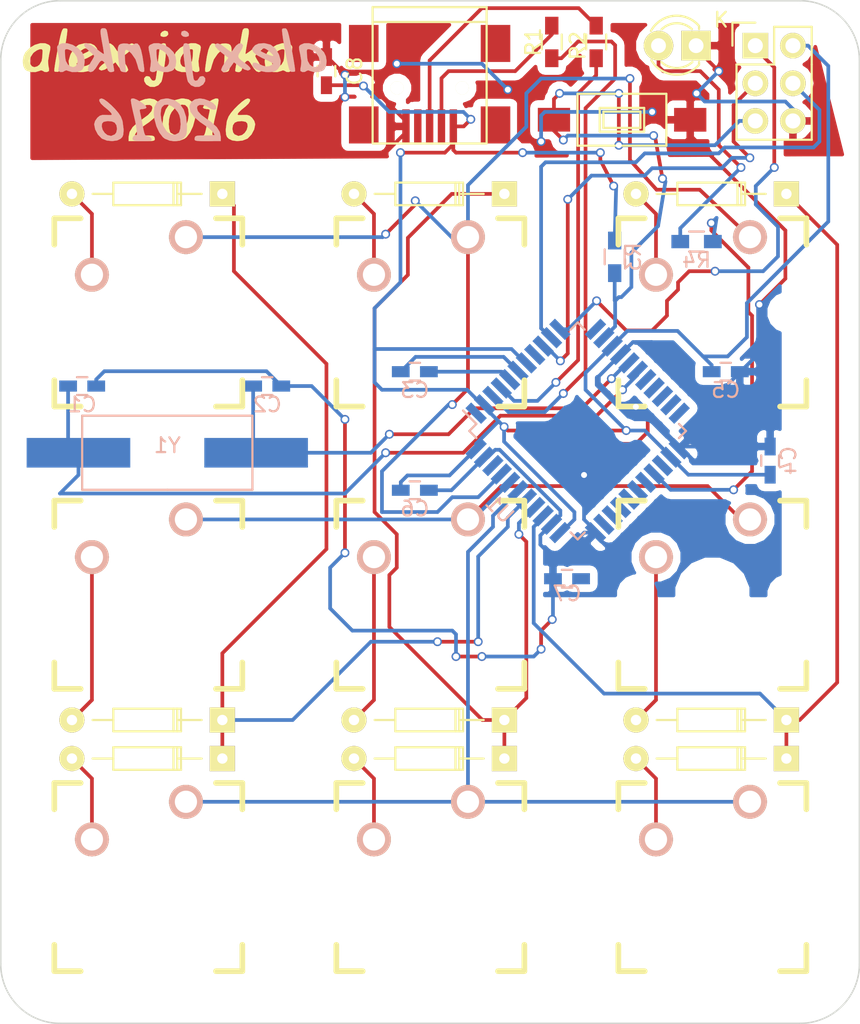
<source format=kicad_pcb>
(kicad_pcb (version 4) (host pcbnew 4.0.2-stable)

  (general
    (links 75)
    (no_connects 3)
    (area 59.980508 75.775 118.08051 148.019492)
    (thickness 1.6)
    (drawings 8)
    (tracks 464)
    (zones 0)
    (modules 38)
    (nets 51)
  )

  (page A4)
  (layers
    (0 F.Cu signal)
    (31 B.Cu signal)
    (32 B.Adhes user hide)
    (33 F.Adhes user hide)
    (34 B.Paste user hide)
    (35 F.Paste user hide)
    (36 B.SilkS user)
    (37 F.SilkS user)
    (38 B.Mask user hide)
    (39 F.Mask user hide)
    (40 Dwgs.User user)
    (41 Cmts.User user)
    (42 Eco1.User user hide)
    (43 Eco2.User user)
    (44 Edge.Cuts user)
    (45 Margin user hide)
    (46 B.CrtYd user hide)
    (47 F.CrtYd user hide)
    (48 B.Fab user hide)
    (49 F.Fab user hide)
  )

  (setup
    (last_trace_width 0.25)
    (trace_clearance 0.2)
    (zone_clearance 0.508)
    (zone_45_only no)
    (trace_min 0.2)
    (segment_width 0.2)
    (edge_width 0.1)
    (via_size 0.6)
    (via_drill 0.4)
    (via_min_size 0.4)
    (via_min_drill 0.3)
    (uvia_size 0.3)
    (uvia_drill 0.1)
    (uvias_allowed no)
    (uvia_min_size 0.2)
    (uvia_min_drill 0.1)
    (pcb_text_width 0.3)
    (pcb_text_size 1.5 1.5)
    (mod_edge_width 0.15)
    (mod_text_size 1 1)
    (mod_text_width 0.15)
    (pad_size 1.5 1.5)
    (pad_drill 0.6)
    (pad_to_mask_clearance 0)
    (aux_axis_origin 0 0)
    (grid_origin 103.030509 103.969491)
    (visible_elements 7FFFFF7F)
    (pcbplotparams
      (layerselection 0x010f0_80000001)
      (usegerberextensions false)
      (excludeedgelayer true)
      (linewidth 0.100000)
      (plotframeref false)
      (viasonmask false)
      (mode 1)
      (useauxorigin false)
      (hpglpennumber 1)
      (hpglpenspeed 20)
      (hpglpendiameter 15)
      (hpglpenoverlay 2)
      (psnegative false)
      (psa4output false)
      (plotreference true)
      (plotvalue true)
      (plotinvisibletext false)
      (padsonsilk false)
      (subtractmaskfromsilk false)
      (outputformat 1)
      (mirror false)
      (drillshape 0)
      (scaleselection 1)
      (outputdirectory Gerbers/))
  )

  (net 0 "")
  (net 1 "Net-(C1-Pad1)")
  (net 2 GND)
  (net 3 "Net-(C2-Pad1)")
  (net 4 "Net-(C3-Pad1)")
  (net 5 "Net-(C3-Pad2)")
  (net 6 "Net-(C7-Pad1)")
  (net 7 "Net-(D1-Pad2)")
  (net 8 /COL1)
  (net 9 "Net-(D2-Pad2)")
  (net 10 "Net-(D3-Pad2)")
  (net 11 "Net-(D4-Pad2)")
  (net 12 /COL2)
  (net 13 "Net-(D5-Pad2)")
  (net 14 "Net-(D6-Pad2)")
  (net 15 "Net-(D7-Pad2)")
  (net 16 /COL3)
  (net 17 "Net-(D8-Pad2)")
  (net 18 "Net-(D9-Pad2)")
  (net 19 "Net-(D10-Pad2)")
  (net 20 "Net-(P1-Pad2)")
  (net 21 "Net-(P1-Pad3)")
  (net 22 "Net-(P1-Pad4)")
  (net 23 "Net-(P1-Pad6)")
  (net 24 "Net-(R1-Pad1)")
  (net 25 "Net-(R2-Pad1)")
  (net 26 "Net-(R3-Pad1)")
  (net 27 /ROW1)
  (net 28 /ROW2)
  (net 29 /ROW3)
  (net 30 "Net-(U1-Pad1)")
  (net 31 "Net-(U1-Pad8)")
  (net 32 "Net-(U1-Pad9)")
  (net 33 "Net-(U1-Pad10)")
  (net 34 "Net-(U1-Pad11)")
  (net 35 "Net-(U1-Pad12)")
  (net 36 "Net-(U1-Pad18)")
  (net 37 "Net-(U1-Pad19)")
  (net 38 "Net-(U1-Pad20)")
  (net 39 "Net-(U1-Pad21)")
  (net 40 "Net-(U1-Pad22)")
  (net 41 "Net-(U1-Pad25)")
  (net 42 "Net-(U1-Pad27)")
  (net 43 "Net-(U1-Pad28)")
  (net 44 "Net-(U1-Pad29)")
  (net 45 "Net-(U1-Pad30)")
  (net 46 "Net-(U1-Pad31)")
  (net 47 "Net-(U1-Pad32)")
  (net 48 "Net-(U1-Pad42)")
  (net 49 "Net-(C4-Pad1)")
  (net 50 "Net-(R4-Pad2)")

  (net_class Default "This is the default net class."
    (clearance 0.2)
    (trace_width 0.25)
    (via_dia 0.6)
    (via_drill 0.4)
    (uvia_dia 0.3)
    (uvia_drill 0.1)
    (add_net /COL1)
    (add_net /COL2)
    (add_net /COL3)
    (add_net /ROW1)
    (add_net /ROW2)
    (add_net /ROW3)
    (add_net GND)
    (add_net "Net-(C1-Pad1)")
    (add_net "Net-(C2-Pad1)")
    (add_net "Net-(C3-Pad1)")
    (add_net "Net-(C3-Pad2)")
    (add_net "Net-(C4-Pad1)")
    (add_net "Net-(C7-Pad1)")
    (add_net "Net-(D1-Pad2)")
    (add_net "Net-(D10-Pad2)")
    (add_net "Net-(D2-Pad2)")
    (add_net "Net-(D3-Pad2)")
    (add_net "Net-(D4-Pad2)")
    (add_net "Net-(D5-Pad2)")
    (add_net "Net-(D6-Pad2)")
    (add_net "Net-(D7-Pad2)")
    (add_net "Net-(D8-Pad2)")
    (add_net "Net-(D9-Pad2)")
    (add_net "Net-(P1-Pad2)")
    (add_net "Net-(P1-Pad3)")
    (add_net "Net-(P1-Pad4)")
    (add_net "Net-(P1-Pad6)")
    (add_net "Net-(R1-Pad1)")
    (add_net "Net-(R2-Pad1)")
    (add_net "Net-(R3-Pad1)")
    (add_net "Net-(R4-Pad2)")
    (add_net "Net-(U1-Pad1)")
    (add_net "Net-(U1-Pad10)")
    (add_net "Net-(U1-Pad11)")
    (add_net "Net-(U1-Pad12)")
    (add_net "Net-(U1-Pad18)")
    (add_net "Net-(U1-Pad19)")
    (add_net "Net-(U1-Pad20)")
    (add_net "Net-(U1-Pad21)")
    (add_net "Net-(U1-Pad22)")
    (add_net "Net-(U1-Pad25)")
    (add_net "Net-(U1-Pad27)")
    (add_net "Net-(U1-Pad28)")
    (add_net "Net-(U1-Pad29)")
    (add_net "Net-(U1-Pad30)")
    (add_net "Net-(U1-Pad31)")
    (add_net "Net-(U1-Pad32)")
    (add_net "Net-(U1-Pad42)")
    (add_net "Net-(U1-Pad8)")
    (add_net "Net-(U1-Pad9)")
  )

  (module Keyboard:CHERRY_PCB_100H (layer F.Cu) (tedit 570CCC34) (tstamp 570CD0CA)
    (at 70 119.05)
    (path /5703A303)
    (fp_text reference SW2 (at 0 3.175) (layer F.SilkS) hide
      (effects (font (size 1.27 1.524) (thickness 0.2032)))
    )
    (fp_text value SW_R2C1 (at 0 5.08) (layer F.SilkS) hide
      (effects (font (size 1.27 1.524) (thickness 0.2032)))
    )
    (fp_text user 1.00u (at -5.715 8.255) (layer Dwgs.User)
      (effects (font (thickness 0.3048)))
    )
    (fp_line (start -6.35 -6.35) (end 6.35 -6.35) (layer Cmts.User) (width 0.1524))
    (fp_line (start 6.35 -6.35) (end 6.35 6.35) (layer Cmts.User) (width 0.1524))
    (fp_line (start 6.35 6.35) (end -6.35 6.35) (layer Cmts.User) (width 0.1524))
    (fp_line (start -6.35 6.35) (end -6.35 -6.35) (layer Cmts.User) (width 0.1524))
    (fp_line (start -9.398 -9.398) (end 9.398 -9.398) (layer Dwgs.User) (width 0.1524))
    (fp_line (start 9.398 -9.398) (end 9.398 9.398) (layer Dwgs.User) (width 0.1524))
    (fp_line (start 9.398 9.398) (end -9.398 9.398) (layer Dwgs.User) (width 0.1524))
    (fp_line (start -9.398 9.398) (end -9.398 -9.398) (layer Dwgs.User) (width 0.1524))
    (fp_line (start -6.35 -6.35) (end -4.572 -6.35) (layer F.SilkS) (width 0.381))
    (fp_line (start 4.572 -6.35) (end 6.35 -6.35) (layer F.SilkS) (width 0.381))
    (fp_line (start 6.35 -6.35) (end 6.35 -4.572) (layer F.SilkS) (width 0.381))
    (fp_line (start 6.35 4.572) (end 6.35 6.35) (layer F.SilkS) (width 0.381))
    (fp_line (start 6.35 6.35) (end 4.572 6.35) (layer F.SilkS) (width 0.381))
    (fp_line (start -4.572 6.35) (end -6.35 6.35) (layer F.SilkS) (width 0.381))
    (fp_line (start -6.35 6.35) (end -6.35 4.572) (layer F.SilkS) (width 0.381))
    (fp_line (start -6.35 -4.572) (end -6.35 -6.35) (layer F.SilkS) (width 0.381))
    (fp_line (start -6.985 -6.985) (end 6.985 -6.985) (layer Eco2.User) (width 0.1524))
    (fp_line (start 6.985 -6.985) (end 6.985 6.985) (layer Eco2.User) (width 0.1524))
    (fp_line (start 6.985 6.985) (end -6.985 6.985) (layer Eco2.User) (width 0.1524))
    (fp_line (start -6.985 6.985) (end -6.985 -6.985) (layer Eco2.User) (width 0.1524))
    (pad 1 thru_hole circle (at 2.54 -5.08) (size 2.286 2.286) (drill 1.4986) (layers *.Cu *.SilkS *.Mask)
      (net 28 /ROW2))
    (pad 2 thru_hole circle (at -3.81 -2.54) (size 2.286 2.286) (drill 1.4986) (layers *.Cu *.SilkS *.Mask)
      (net 9 "Net-(D2-Pad2)"))
    (pad HOLE np_thru_hole circle (at 0 0) (size 3.9878 3.9878) (drill 3.9878) (layers *.Cu))
    (pad HOLE np_thru_hole circle (at -5.08 0) (size 1.7018 1.7018) (drill 1.7018) (layers *.Cu))
    (pad HOLE np_thru_hole circle (at 5.08 0) (size 1.7018 1.7018) (drill 1.7018) (layers *.Cu))
  )

  (module Connect:USB_Mini-B (layer F.Cu) (tedit 570CCEA5) (tstamp 570CD06A)
    (at 89 84 270)
    (descr "USB Mini-B 5-pin SMD connector")
    (tags "USB USB_B USB_Mini connector")
    (path /5704B50F)
    (attr smd)
    (fp_text reference P1 (at 0 6.90118 270) (layer F.SilkS) hide
      (effects (font (size 1 1) (thickness 0.15)))
    )
    (fp_text value USB_OTG (at 0 -7.0993 270) (layer F.Fab) hide
      (effects (font (size 1 1) (thickness 0.15)))
    )
    (fp_line (start -4.85 -5.7) (end 4.85 -5.7) (layer F.CrtYd) (width 0.05))
    (fp_line (start 4.85 -5.7) (end 4.85 5.7) (layer F.CrtYd) (width 0.05))
    (fp_line (start 4.85 5.7) (end -4.85 5.7) (layer F.CrtYd) (width 0.05))
    (fp_line (start -4.85 5.7) (end -4.85 -5.7) (layer F.CrtYd) (width 0.05))
    (fp_line (start -3.59918 -3.85064) (end -3.59918 3.85064) (layer F.SilkS) (width 0.15))
    (fp_line (start -4.59994 -3.85064) (end -4.59994 3.85064) (layer F.SilkS) (width 0.15))
    (fp_line (start -4.59994 3.85064) (end 4.59994 3.85064) (layer F.SilkS) (width 0.15))
    (fp_line (start 4.59994 3.85064) (end 4.59994 -3.85064) (layer F.SilkS) (width 0.15))
    (fp_line (start 4.59994 -3.85064) (end -4.59994 -3.85064) (layer F.SilkS) (width 0.15))
    (pad 1 smd rect (at 3.44932 -1.6002 270) (size 2.30124 0.50038) (layers F.Cu F.Paste F.Mask)
      (net 49 "Net-(C4-Pad1)"))
    (pad 2 smd rect (at 3.44932 -0.8001 270) (size 2.30124 0.50038) (layers F.Cu F.Paste F.Mask)
      (net 20 "Net-(P1-Pad2)"))
    (pad 3 smd rect (at 3.44932 0 270) (size 2.30124 0.50038) (layers F.Cu F.Paste F.Mask)
      (net 21 "Net-(P1-Pad3)"))
    (pad 4 smd rect (at 3.44932 0.8001 270) (size 2.30124 0.50038) (layers F.Cu F.Paste F.Mask)
      (net 22 "Net-(P1-Pad4)"))
    (pad 5 smd rect (at 3.44932 1.6002 270) (size 2.30124 0.50038) (layers F.Cu F.Paste F.Mask)
      (net 2 GND))
    (pad 6 smd rect (at 3.35026 -4.45008 270) (size 2.49936 1.99898) (layers F.Cu F.Paste F.Mask)
      (net 23 "Net-(P1-Pad6)"))
    (pad 6 smd rect (at -2.14884 -4.45008 270) (size 2.49936 1.99898) (layers F.Cu F.Paste F.Mask)
      (net 23 "Net-(P1-Pad6)"))
    (pad 6 smd rect (at 3.35026 4.45008 270) (size 2.49936 1.99898) (layers F.Cu F.Paste F.Mask)
      (net 23 "Net-(P1-Pad6)"))
    (pad 6 smd rect (at -2.14884 4.45008 270) (size 2.49936 1.99898) (layers F.Cu F.Paste F.Mask)
      (net 23 "Net-(P1-Pad6)"))
    (pad "" np_thru_hole circle (at 0.8509 -2.19964 270) (size 0.89916 0.89916) (drill 0.89916) (layers *.Cu *.Mask F.SilkS))
    (pad "" np_thru_hole circle (at 0.8509 2.19964 270) (size 0.89916 0.89916) (drill 0.89916) (layers *.Cu *.Mask F.SilkS))
  )

  (module Capacitors_SMD:C_0603_HandSoldering (layer B.Cu) (tedit 570CCEB7) (tstamp 570CCF72)
    (at 65.530509 104.969491)
    (descr "Capacitor SMD 0603, hand soldering")
    (tags "capacitor 0603")
    (path /5704DC79)
    (attr smd)
    (fp_text reference C1 (at 0 1.25) (layer B.SilkS)
      (effects (font (size 1 1) (thickness 0.15)) (justify mirror))
    )
    (fp_text value 10pF (at 0 -1.9) (layer B.Fab) hide
      (effects (font (size 1 1) (thickness 0.15)) (justify mirror))
    )
    (fp_line (start -1.85 0.75) (end 1.85 0.75) (layer B.CrtYd) (width 0.05))
    (fp_line (start -1.85 -0.75) (end 1.85 -0.75) (layer B.CrtYd) (width 0.05))
    (fp_line (start -1.85 0.75) (end -1.85 -0.75) (layer B.CrtYd) (width 0.05))
    (fp_line (start 1.85 0.75) (end 1.85 -0.75) (layer B.CrtYd) (width 0.05))
    (fp_line (start -0.35 0.6) (end 0.35 0.6) (layer B.SilkS) (width 0.15))
    (fp_line (start 0.35 -0.6) (end -0.35 -0.6) (layer B.SilkS) (width 0.15))
    (pad 1 smd rect (at -0.95 0) (size 1.2 0.75) (layers B.Cu B.Paste B.Mask)
      (net 1 "Net-(C1-Pad1)"))
    (pad 2 smd rect (at 0.95 0) (size 1.2 0.75) (layers B.Cu B.Paste B.Mask)
      (net 2 GND))
    (model Capacitors_SMD.3dshapes/C_0603_HandSoldering.wrl
      (at (xyz 0 0 0))
      (scale (xyz 1 1 1))
      (rotate (xyz 0 0 0))
    )
  )

  (module Capacitors_SMD:C_0603_HandSoldering (layer B.Cu) (tedit 570CCEBA) (tstamp 570CCF7E)
    (at 78.030509 104.969491)
    (descr "Capacitor SMD 0603, hand soldering")
    (tags "capacitor 0603")
    (path /5704DD33)
    (attr smd)
    (fp_text reference C2 (at 0 1.25) (layer B.SilkS)
      (effects (font (size 1 1) (thickness 0.15)) (justify mirror))
    )
    (fp_text value 10pF (at 0 -1.9) (layer B.Fab) hide
      (effects (font (size 1 1) (thickness 0.15)) (justify mirror))
    )
    (fp_line (start -1.85 0.75) (end 1.85 0.75) (layer B.CrtYd) (width 0.05))
    (fp_line (start -1.85 -0.75) (end 1.85 -0.75) (layer B.CrtYd) (width 0.05))
    (fp_line (start -1.85 0.75) (end -1.85 -0.75) (layer B.CrtYd) (width 0.05))
    (fp_line (start 1.85 0.75) (end 1.85 -0.75) (layer B.CrtYd) (width 0.05))
    (fp_line (start -0.35 0.6) (end 0.35 0.6) (layer B.SilkS) (width 0.15))
    (fp_line (start 0.35 -0.6) (end -0.35 -0.6) (layer B.SilkS) (width 0.15))
    (pad 1 smd rect (at -0.95 0) (size 1.2 0.75) (layers B.Cu B.Paste B.Mask)
      (net 3 "Net-(C2-Pad1)"))
    (pad 2 smd rect (at 0.95 0) (size 1.2 0.75) (layers B.Cu B.Paste B.Mask)
      (net 2 GND))
    (model Capacitors_SMD.3dshapes/C_0603_HandSoldering.wrl
      (at (xyz 0 0 0))
      (scale (xyz 1 1 1))
      (rotate (xyz 0 0 0))
    )
  )

  (module Capacitors_SMD:C_0603_HandSoldering (layer B.Cu) (tedit 570CCF41) (tstamp 570CCF8A)
    (at 88 104)
    (descr "Capacitor SMD 0603, hand soldering")
    (tags "capacitor 0603")
    (path /5705924F)
    (attr smd)
    (fp_text reference C3 (at 0 1.25) (layer B.SilkS)
      (effects (font (size 1 1) (thickness 0.15)) (justify mirror))
    )
    (fp_text value 1uF (at 0 -1.9) (layer B.Fab) hide
      (effects (font (size 1 1) (thickness 0.15)) (justify mirror))
    )
    (fp_line (start -1.85 0.75) (end 1.85 0.75) (layer B.CrtYd) (width 0.05))
    (fp_line (start -1.85 -0.75) (end 1.85 -0.75) (layer B.CrtYd) (width 0.05))
    (fp_line (start -1.85 0.75) (end -1.85 -0.75) (layer B.CrtYd) (width 0.05))
    (fp_line (start 1.85 0.75) (end 1.85 -0.75) (layer B.CrtYd) (width 0.05))
    (fp_line (start -0.35 0.6) (end 0.35 0.6) (layer B.SilkS) (width 0.15))
    (fp_line (start 0.35 -0.6) (end -0.35 -0.6) (layer B.SilkS) (width 0.15))
    (pad 1 smd rect (at -0.95 0) (size 1.2 0.75) (layers B.Cu B.Paste B.Mask)
      (net 4 "Net-(C3-Pad1)"))
    (pad 2 smd rect (at 0.95 0) (size 1.2 0.75) (layers B.Cu B.Paste B.Mask)
      (net 5 "Net-(C3-Pad2)"))
    (model Capacitors_SMD.3dshapes/C_0603_HandSoldering.wrl
      (at (xyz 0 0 0))
      (scale (xyz 1 1 1))
      (rotate (xyz 0 0 0))
    )
  )

  (module Capacitors_SMD:C_0603_HandSoldering (layer B.Cu) (tedit 570CCF4B) (tstamp 570CCF96)
    (at 112 110 90)
    (descr "Capacitor SMD 0603, hand soldering")
    (tags "capacitor 0603")
    (path /5708C26F)
    (attr smd)
    (fp_text reference C4 (at 0 1.25 90) (layer B.SilkS)
      (effects (font (size 1 1) (thickness 0.15)) (justify mirror))
    )
    (fp_text value 0.1uF (at 0 -1.9 90) (layer B.Fab) hide
      (effects (font (size 1 1) (thickness 0.15)) (justify mirror))
    )
    (fp_line (start -1.85 0.75) (end 1.85 0.75) (layer B.CrtYd) (width 0.05))
    (fp_line (start -1.85 -0.75) (end 1.85 -0.75) (layer B.CrtYd) (width 0.05))
    (fp_line (start -1.85 0.75) (end -1.85 -0.75) (layer B.CrtYd) (width 0.05))
    (fp_line (start 1.85 0.75) (end 1.85 -0.75) (layer B.CrtYd) (width 0.05))
    (fp_line (start -0.35 0.6) (end 0.35 0.6) (layer B.SilkS) (width 0.15))
    (fp_line (start 0.35 -0.6) (end -0.35 -0.6) (layer B.SilkS) (width 0.15))
    (pad 1 smd rect (at -0.95 0 90) (size 1.2 0.75) (layers B.Cu B.Paste B.Mask)
      (net 49 "Net-(C4-Pad1)"))
    (pad 2 smd rect (at 0.95 0 90) (size 1.2 0.75) (layers B.Cu B.Paste B.Mask)
      (net 2 GND))
    (model Capacitors_SMD.3dshapes/C_0603_HandSoldering.wrl
      (at (xyz 0 0 0))
      (scale (xyz 1 1 1))
      (rotate (xyz 0 0 0))
    )
  )

  (module Capacitors_SMD:C_0603_HandSoldering (layer B.Cu) (tedit 570CCF46) (tstamp 570CCFA2)
    (at 109 104)
    (descr "Capacitor SMD 0603, hand soldering")
    (tags "capacitor 0603")
    (path /57086871)
    (attr smd)
    (fp_text reference C5 (at 0 1.25) (layer B.SilkS)
      (effects (font (size 1 1) (thickness 0.15)) (justify mirror))
    )
    (fp_text value 0.1uF (at 0 -1.9) (layer B.Fab) hide
      (effects (font (size 1 1) (thickness 0.15)) (justify mirror))
    )
    (fp_line (start -1.85 0.75) (end 1.85 0.75) (layer B.CrtYd) (width 0.05))
    (fp_line (start -1.85 -0.75) (end 1.85 -0.75) (layer B.CrtYd) (width 0.05))
    (fp_line (start -1.85 0.75) (end -1.85 -0.75) (layer B.CrtYd) (width 0.05))
    (fp_line (start 1.85 0.75) (end 1.85 -0.75) (layer B.CrtYd) (width 0.05))
    (fp_line (start -0.35 0.6) (end 0.35 0.6) (layer B.SilkS) (width 0.15))
    (fp_line (start 0.35 -0.6) (end -0.35 -0.6) (layer B.SilkS) (width 0.15))
    (pad 1 smd rect (at -0.95 0) (size 1.2 0.75) (layers B.Cu B.Paste B.Mask)
      (net 49 "Net-(C4-Pad1)"))
    (pad 2 smd rect (at 0.95 0) (size 1.2 0.75) (layers B.Cu B.Paste B.Mask)
      (net 2 GND))
    (model Capacitors_SMD.3dshapes/C_0603_HandSoldering.wrl
      (at (xyz 0 0 0))
      (scale (xyz 1 1 1))
      (rotate (xyz 0 0 0))
    )
  )

  (module Capacitors_SMD:C_0603_HandSoldering (layer B.Cu) (tedit 570CCF44) (tstamp 570CCFAE)
    (at 88 112)
    (descr "Capacitor SMD 0603, hand soldering")
    (tags "capacitor 0603")
    (path /5708BE14)
    (attr smd)
    (fp_text reference C6 (at 0 1.25) (layer B.SilkS)
      (effects (font (size 1 1) (thickness 0.15)) (justify mirror))
    )
    (fp_text value 0.1uF (at 0 -1.9) (layer B.Fab) hide
      (effects (font (size 1 1) (thickness 0.15)) (justify mirror))
    )
    (fp_line (start -1.85 0.75) (end 1.85 0.75) (layer B.CrtYd) (width 0.05))
    (fp_line (start -1.85 -0.75) (end 1.85 -0.75) (layer B.CrtYd) (width 0.05))
    (fp_line (start -1.85 0.75) (end -1.85 -0.75) (layer B.CrtYd) (width 0.05))
    (fp_line (start 1.85 0.75) (end 1.85 -0.75) (layer B.CrtYd) (width 0.05))
    (fp_line (start -0.35 0.6) (end 0.35 0.6) (layer B.SilkS) (width 0.15))
    (fp_line (start 0.35 -0.6) (end -0.35 -0.6) (layer B.SilkS) (width 0.15))
    (pad 1 smd rect (at -0.95 0) (size 1.2 0.75) (layers B.Cu B.Paste B.Mask)
      (net 49 "Net-(C4-Pad1)"))
    (pad 2 smd rect (at 0.95 0) (size 1.2 0.75) (layers B.Cu B.Paste B.Mask)
      (net 2 GND))
    (model Capacitors_SMD.3dshapes/C_0603_HandSoldering.wrl
      (at (xyz 0 0 0))
      (scale (xyz 1 1 1))
      (rotate (xyz 0 0 0))
    )
  )

  (module Capacitors_SMD:C_0603_HandSoldering (layer B.Cu) (tedit 570CCF1C) (tstamp 570CCFBA)
    (at 98.280509 117.969491 180)
    (descr "Capacitor SMD 0603, hand soldering")
    (tags "capacitor 0603")
    (path /5708AF92)
    (attr smd)
    (fp_text reference C7 (at 0 -1 180) (layer B.SilkS)
      (effects (font (size 1 1) (thickness 0.15)) (justify mirror))
    )
    (fp_text value 0.1uF (at 0 -1.9 180) (layer B.Fab) hide
      (effects (font (size 1 1) (thickness 0.15)) (justify mirror))
    )
    (fp_line (start -1.85 0.75) (end 1.85 0.75) (layer B.CrtYd) (width 0.05))
    (fp_line (start -1.85 -0.75) (end 1.85 -0.75) (layer B.CrtYd) (width 0.05))
    (fp_line (start -1.85 0.75) (end -1.85 -0.75) (layer B.CrtYd) (width 0.05))
    (fp_line (start 1.85 0.75) (end 1.85 -0.75) (layer B.CrtYd) (width 0.05))
    (fp_line (start -0.35 0.6) (end 0.35 0.6) (layer B.SilkS) (width 0.15))
    (fp_line (start 0.35 -0.6) (end -0.35 -0.6) (layer B.SilkS) (width 0.15))
    (pad 1 smd rect (at -0.95 0 180) (size 1.2 0.75) (layers B.Cu B.Paste B.Mask)
      (net 6 "Net-(C7-Pad1)"))
    (pad 2 smd rect (at 0.95 0 180) (size 1.2 0.75) (layers B.Cu B.Paste B.Mask)
      (net 2 GND))
    (model Capacitors_SMD.3dshapes/C_0603_HandSoldering.wrl
      (at (xyz 0 0 0))
      (scale (xyz 1 1 1))
      (rotate (xyz 0 0 0))
    )
  )

  (module Diodes_ThroughHole:Diode_DO-35_SOD27_Horizontal_RM10 (layer F.Cu) (tedit 570CCED7) (tstamp 570CCFC9)
    (at 75 92 180)
    (descr "Diode, DO-35,  SOD27, Horizontal, RM 10mm")
    (tags "Diode, DO-35, SOD27, Horizontal, RM 10mm, 1N4148,")
    (path /57039FAC)
    (fp_text reference D1 (at 5.43052 2.53746 180) (layer F.SilkS) hide
      (effects (font (size 1 1) (thickness 0.15)))
    )
    (fp_text value D (at 4.41452 -3.55854 180) (layer F.Fab) hide
      (effects (font (size 1 1) (thickness 0.15)))
    )
    (fp_line (start 7.36652 -0.00254) (end 8.76352 -0.00254) (layer F.SilkS) (width 0.15))
    (fp_line (start 2.92152 -0.00254) (end 1.39752 -0.00254) (layer F.SilkS) (width 0.15))
    (fp_line (start 3.30252 -0.76454) (end 3.30252 0.75946) (layer F.SilkS) (width 0.15))
    (fp_line (start 3.04852 -0.76454) (end 3.04852 0.75946) (layer F.SilkS) (width 0.15))
    (fp_line (start 2.79452 -0.00254) (end 2.79452 0.75946) (layer F.SilkS) (width 0.15))
    (fp_line (start 2.79452 0.75946) (end 7.36652 0.75946) (layer F.SilkS) (width 0.15))
    (fp_line (start 7.36652 0.75946) (end 7.36652 -0.76454) (layer F.SilkS) (width 0.15))
    (fp_line (start 7.36652 -0.76454) (end 2.79452 -0.76454) (layer F.SilkS) (width 0.15))
    (fp_line (start 2.79452 -0.76454) (end 2.79452 -0.00254) (layer F.SilkS) (width 0.15))
    (pad 2 thru_hole circle (at 10.16052 -0.00254) (size 1.69926 1.69926) (drill 0.70104) (layers *.Cu *.Mask F.SilkS)
      (net 7 "Net-(D1-Pad2)"))
    (pad 1 thru_hole rect (at 0.00052 -0.00254) (size 1.69926 1.69926) (drill 0.70104) (layers *.Cu *.Mask F.SilkS)
      (net 8 /COL1))
    (model Diodes_ThroughHole.3dshapes/Diode_DO-35_SOD27_Horizontal_RM10.wrl
      (at (xyz 0.2 0 0))
      (scale (xyz 0.4 0.4 0.4))
      (rotate (xyz 0 0 180))
    )
  )

  (module Diodes_ThroughHole:Diode_DO-35_SOD27_Horizontal_RM10 (layer F.Cu) (tedit 570CCEEA) (tstamp 570CCFD8)
    (at 75 127.5 180)
    (descr "Diode, DO-35,  SOD27, Horizontal, RM 10mm")
    (tags "Diode, DO-35, SOD27, Horizontal, RM 10mm, 1N4148,")
    (path /5703A309)
    (fp_text reference D2 (at 5.43052 2.53746 180) (layer F.SilkS) hide
      (effects (font (size 1 1) (thickness 0.15)))
    )
    (fp_text value D (at 4.41452 -3.55854 180) (layer F.Fab) hide
      (effects (font (size 1 1) (thickness 0.15)))
    )
    (fp_line (start 7.36652 -0.00254) (end 8.76352 -0.00254) (layer F.SilkS) (width 0.15))
    (fp_line (start 2.92152 -0.00254) (end 1.39752 -0.00254) (layer F.SilkS) (width 0.15))
    (fp_line (start 3.30252 -0.76454) (end 3.30252 0.75946) (layer F.SilkS) (width 0.15))
    (fp_line (start 3.04852 -0.76454) (end 3.04852 0.75946) (layer F.SilkS) (width 0.15))
    (fp_line (start 2.79452 -0.00254) (end 2.79452 0.75946) (layer F.SilkS) (width 0.15))
    (fp_line (start 2.79452 0.75946) (end 7.36652 0.75946) (layer F.SilkS) (width 0.15))
    (fp_line (start 7.36652 0.75946) (end 7.36652 -0.76454) (layer F.SilkS) (width 0.15))
    (fp_line (start 7.36652 -0.76454) (end 2.79452 -0.76454) (layer F.SilkS) (width 0.15))
    (fp_line (start 2.79452 -0.76454) (end 2.79452 -0.00254) (layer F.SilkS) (width 0.15))
    (pad 2 thru_hole circle (at 10.16052 -0.00254) (size 1.69926 1.69926) (drill 0.70104) (layers *.Cu *.Mask F.SilkS)
      (net 9 "Net-(D2-Pad2)"))
    (pad 1 thru_hole rect (at 0.00052 -0.00254) (size 1.69926 1.69926) (drill 0.70104) (layers *.Cu *.Mask F.SilkS)
      (net 8 /COL1))
    (model Diodes_ThroughHole.3dshapes/Diode_DO-35_SOD27_Horizontal_RM10.wrl
      (at (xyz 0.2 0 0))
      (scale (xyz 0.4 0.4 0.4))
      (rotate (xyz 0 0 180))
    )
  )

  (module Diodes_ThroughHole:Diode_DO-35_SOD27_Horizontal_RM10 (layer F.Cu) (tedit 570CCEEE) (tstamp 570CCFE7)
    (at 75 130.1 180)
    (descr "Diode, DO-35,  SOD27, Horizontal, RM 10mm")
    (tags "Diode, DO-35, SOD27, Horizontal, RM 10mm, 1N4148,")
    (path /5703A5AF)
    (fp_text reference D3 (at 5.43052 2.53746 180) (layer F.SilkS) hide
      (effects (font (size 1 1) (thickness 0.15)))
    )
    (fp_text value D (at 4.41452 -3.55854 180) (layer F.Fab) hide
      (effects (font (size 1 1) (thickness 0.15)))
    )
    (fp_line (start 7.36652 -0.00254) (end 8.76352 -0.00254) (layer F.SilkS) (width 0.15))
    (fp_line (start 2.92152 -0.00254) (end 1.39752 -0.00254) (layer F.SilkS) (width 0.15))
    (fp_line (start 3.30252 -0.76454) (end 3.30252 0.75946) (layer F.SilkS) (width 0.15))
    (fp_line (start 3.04852 -0.76454) (end 3.04852 0.75946) (layer F.SilkS) (width 0.15))
    (fp_line (start 2.79452 -0.00254) (end 2.79452 0.75946) (layer F.SilkS) (width 0.15))
    (fp_line (start 2.79452 0.75946) (end 7.36652 0.75946) (layer F.SilkS) (width 0.15))
    (fp_line (start 7.36652 0.75946) (end 7.36652 -0.76454) (layer F.SilkS) (width 0.15))
    (fp_line (start 7.36652 -0.76454) (end 2.79452 -0.76454) (layer F.SilkS) (width 0.15))
    (fp_line (start 2.79452 -0.76454) (end 2.79452 -0.00254) (layer F.SilkS) (width 0.15))
    (pad 2 thru_hole circle (at 10.16052 -0.00254) (size 1.69926 1.69926) (drill 0.70104) (layers *.Cu *.Mask F.SilkS)
      (net 10 "Net-(D3-Pad2)"))
    (pad 1 thru_hole rect (at 0.00052 -0.00254) (size 1.69926 1.69926) (drill 0.70104) (layers *.Cu *.Mask F.SilkS)
      (net 8 /COL1))
    (model Diodes_ThroughHole.3dshapes/Diode_DO-35_SOD27_Horizontal_RM10.wrl
      (at (xyz 0.2 0 0))
      (scale (xyz 0.4 0.4 0.4))
      (rotate (xyz 0 0 180))
    )
  )

  (module Diodes_ThroughHole:Diode_DO-35_SOD27_Horizontal_RM10 (layer F.Cu) (tedit 570CCEDC) (tstamp 570CCFF6)
    (at 94.05 92 180)
    (descr "Diode, DO-35,  SOD27, Horizontal, RM 10mm")
    (tags "Diode, DO-35, SOD27, Horizontal, RM 10mm, 1N4148,")
    (path /5703A091)
    (fp_text reference D4 (at 5.43052 2.53746 180) (layer F.SilkS) hide
      (effects (font (size 1 1) (thickness 0.15)))
    )
    (fp_text value D (at 4.41452 -3.55854 180) (layer F.Fab) hide
      (effects (font (size 1 1) (thickness 0.15)))
    )
    (fp_line (start 7.36652 -0.00254) (end 8.76352 -0.00254) (layer F.SilkS) (width 0.15))
    (fp_line (start 2.92152 -0.00254) (end 1.39752 -0.00254) (layer F.SilkS) (width 0.15))
    (fp_line (start 3.30252 -0.76454) (end 3.30252 0.75946) (layer F.SilkS) (width 0.15))
    (fp_line (start 3.04852 -0.76454) (end 3.04852 0.75946) (layer F.SilkS) (width 0.15))
    (fp_line (start 2.79452 -0.00254) (end 2.79452 0.75946) (layer F.SilkS) (width 0.15))
    (fp_line (start 2.79452 0.75946) (end 7.36652 0.75946) (layer F.SilkS) (width 0.15))
    (fp_line (start 7.36652 0.75946) (end 7.36652 -0.76454) (layer F.SilkS) (width 0.15))
    (fp_line (start 7.36652 -0.76454) (end 2.79452 -0.76454) (layer F.SilkS) (width 0.15))
    (fp_line (start 2.79452 -0.76454) (end 2.79452 -0.00254) (layer F.SilkS) (width 0.15))
    (pad 2 thru_hole circle (at 10.16052 -0.00254) (size 1.69926 1.69926) (drill 0.70104) (layers *.Cu *.Mask F.SilkS)
      (net 11 "Net-(D4-Pad2)"))
    (pad 1 thru_hole rect (at 0.00052 -0.00254) (size 1.69926 1.69926) (drill 0.70104) (layers *.Cu *.Mask F.SilkS)
      (net 12 /COL2))
    (model Diodes_ThroughHole.3dshapes/Diode_DO-35_SOD27_Horizontal_RM10.wrl
      (at (xyz 0.2 0 0))
      (scale (xyz 0.4 0.4 0.4))
      (rotate (xyz 0 0 180))
    )
  )

  (module Diodes_ThroughHole:Diode_DO-35_SOD27_Horizontal_RM10 (layer F.Cu) (tedit 570CCEF7) (tstamp 570CD005)
    (at 94.05 127.5 180)
    (descr "Diode, DO-35,  SOD27, Horizontal, RM 10mm")
    (tags "Diode, DO-35, SOD27, Horizontal, RM 10mm, 1N4148,")
    (path /5703A319)
    (fp_text reference D5 (at 5.43052 2.53746 180) (layer F.SilkS) hide
      (effects (font (size 1 1) (thickness 0.15)))
    )
    (fp_text value D (at 4.41452 -3.55854 180) (layer F.Fab) hide
      (effects (font (size 1 1) (thickness 0.15)))
    )
    (fp_line (start 7.36652 -0.00254) (end 8.76352 -0.00254) (layer F.SilkS) (width 0.15))
    (fp_line (start 2.92152 -0.00254) (end 1.39752 -0.00254) (layer F.SilkS) (width 0.15))
    (fp_line (start 3.30252 -0.76454) (end 3.30252 0.75946) (layer F.SilkS) (width 0.15))
    (fp_line (start 3.04852 -0.76454) (end 3.04852 0.75946) (layer F.SilkS) (width 0.15))
    (fp_line (start 2.79452 -0.00254) (end 2.79452 0.75946) (layer F.SilkS) (width 0.15))
    (fp_line (start 2.79452 0.75946) (end 7.36652 0.75946) (layer F.SilkS) (width 0.15))
    (fp_line (start 7.36652 0.75946) (end 7.36652 -0.76454) (layer F.SilkS) (width 0.15))
    (fp_line (start 7.36652 -0.76454) (end 2.79452 -0.76454) (layer F.SilkS) (width 0.15))
    (fp_line (start 2.79452 -0.76454) (end 2.79452 -0.00254) (layer F.SilkS) (width 0.15))
    (pad 2 thru_hole circle (at 10.16052 -0.00254) (size 1.69926 1.69926) (drill 0.70104) (layers *.Cu *.Mask F.SilkS)
      (net 13 "Net-(D5-Pad2)"))
    (pad 1 thru_hole rect (at 0.00052 -0.00254) (size 1.69926 1.69926) (drill 0.70104) (layers *.Cu *.Mask F.SilkS)
      (net 12 /COL2))
    (model Diodes_ThroughHole.3dshapes/Diode_DO-35_SOD27_Horizontal_RM10.wrl
      (at (xyz 0.2 0 0))
      (scale (xyz 0.4 0.4 0.4))
      (rotate (xyz 0 0 180))
    )
  )

  (module Diodes_ThroughHole:Diode_DO-35_SOD27_Horizontal_RM10 (layer F.Cu) (tedit 570CCEFA) (tstamp 570CD014)
    (at 94.05 130.1 180)
    (descr "Diode, DO-35,  SOD27, Horizontal, RM 10mm")
    (tags "Diode, DO-35, SOD27, Horizontal, RM 10mm, 1N4148,")
    (path /5703A5BF)
    (fp_text reference D6 (at 5.43052 2.53746 180) (layer F.SilkS) hide
      (effects (font (size 1 1) (thickness 0.15)))
    )
    (fp_text value D (at 4.41452 -3.55854 180) (layer F.Fab) hide
      (effects (font (size 1 1) (thickness 0.15)))
    )
    (fp_line (start 7.36652 -0.00254) (end 8.76352 -0.00254) (layer F.SilkS) (width 0.15))
    (fp_line (start 2.92152 -0.00254) (end 1.39752 -0.00254) (layer F.SilkS) (width 0.15))
    (fp_line (start 3.30252 -0.76454) (end 3.30252 0.75946) (layer F.SilkS) (width 0.15))
    (fp_line (start 3.04852 -0.76454) (end 3.04852 0.75946) (layer F.SilkS) (width 0.15))
    (fp_line (start 2.79452 -0.00254) (end 2.79452 0.75946) (layer F.SilkS) (width 0.15))
    (fp_line (start 2.79452 0.75946) (end 7.36652 0.75946) (layer F.SilkS) (width 0.15))
    (fp_line (start 7.36652 0.75946) (end 7.36652 -0.76454) (layer F.SilkS) (width 0.15))
    (fp_line (start 7.36652 -0.76454) (end 2.79452 -0.76454) (layer F.SilkS) (width 0.15))
    (fp_line (start 2.79452 -0.76454) (end 2.79452 -0.00254) (layer F.SilkS) (width 0.15))
    (pad 2 thru_hole circle (at 10.16052 -0.00254) (size 1.69926 1.69926) (drill 0.70104) (layers *.Cu *.Mask F.SilkS)
      (net 14 "Net-(D6-Pad2)"))
    (pad 1 thru_hole rect (at 0.00052 -0.00254) (size 1.69926 1.69926) (drill 0.70104) (layers *.Cu *.Mask F.SilkS)
      (net 12 /COL2))
    (model Diodes_ThroughHole.3dshapes/Diode_DO-35_SOD27_Horizontal_RM10.wrl
      (at (xyz 0.2 0 0))
      (scale (xyz 0.4 0.4 0.4))
      (rotate (xyz 0 0 180))
    )
  )

  (module Diodes_ThroughHole:Diode_DO-35_SOD27_Horizontal_RM10 (layer F.Cu) (tedit 570CCEDF) (tstamp 570CD023)
    (at 113.1 92 180)
    (descr "Diode, DO-35,  SOD27, Horizontal, RM 10mm")
    (tags "Diode, DO-35, SOD27, Horizontal, RM 10mm, 1N4148,")
    (path /5703A1EB)
    (fp_text reference D7 (at 5.43052 2.53746 180) (layer F.SilkS) hide
      (effects (font (size 1 1) (thickness 0.15)))
    )
    (fp_text value D (at 4.41452 -3.55854 180) (layer F.Fab) hide
      (effects (font (size 1 1) (thickness 0.15)))
    )
    (fp_line (start 7.36652 -0.00254) (end 8.76352 -0.00254) (layer F.SilkS) (width 0.15))
    (fp_line (start 2.92152 -0.00254) (end 1.39752 -0.00254) (layer F.SilkS) (width 0.15))
    (fp_line (start 3.30252 -0.76454) (end 3.30252 0.75946) (layer F.SilkS) (width 0.15))
    (fp_line (start 3.04852 -0.76454) (end 3.04852 0.75946) (layer F.SilkS) (width 0.15))
    (fp_line (start 2.79452 -0.00254) (end 2.79452 0.75946) (layer F.SilkS) (width 0.15))
    (fp_line (start 2.79452 0.75946) (end 7.36652 0.75946) (layer F.SilkS) (width 0.15))
    (fp_line (start 7.36652 0.75946) (end 7.36652 -0.76454) (layer F.SilkS) (width 0.15))
    (fp_line (start 7.36652 -0.76454) (end 2.79452 -0.76454) (layer F.SilkS) (width 0.15))
    (fp_line (start 2.79452 -0.76454) (end 2.79452 -0.00254) (layer F.SilkS) (width 0.15))
    (pad 2 thru_hole circle (at 10.16052 -0.00254) (size 1.69926 1.69926) (drill 0.70104) (layers *.Cu *.Mask F.SilkS)
      (net 15 "Net-(D7-Pad2)"))
    (pad 1 thru_hole rect (at 0.00052 -0.00254) (size 1.69926 1.69926) (drill 0.70104) (layers *.Cu *.Mask F.SilkS)
      (net 16 /COL3))
    (model Diodes_ThroughHole.3dshapes/Diode_DO-35_SOD27_Horizontal_RM10.wrl
      (at (xyz 0.2 0 0))
      (scale (xyz 0.4 0.4 0.4))
      (rotate (xyz 0 0 180))
    )
  )

  (module Diodes_ThroughHole:Diode_DO-35_SOD27_Horizontal_RM10 (layer F.Cu) (tedit 570CCEFE) (tstamp 570CD032)
    (at 113.1 127.5 180)
    (descr "Diode, DO-35,  SOD27, Horizontal, RM 10mm")
    (tags "Diode, DO-35, SOD27, Horizontal, RM 10mm, 1N4148,")
    (path /5703A329)
    (fp_text reference D8 (at 5.43052 2.53746 180) (layer F.SilkS) hide
      (effects (font (size 1 1) (thickness 0.15)))
    )
    (fp_text value D (at 4.41452 -3.55854 180) (layer F.Fab) hide
      (effects (font (size 1 1) (thickness 0.15)))
    )
    (fp_line (start 7.36652 -0.00254) (end 8.76352 -0.00254) (layer F.SilkS) (width 0.15))
    (fp_line (start 2.92152 -0.00254) (end 1.39752 -0.00254) (layer F.SilkS) (width 0.15))
    (fp_line (start 3.30252 -0.76454) (end 3.30252 0.75946) (layer F.SilkS) (width 0.15))
    (fp_line (start 3.04852 -0.76454) (end 3.04852 0.75946) (layer F.SilkS) (width 0.15))
    (fp_line (start 2.79452 -0.00254) (end 2.79452 0.75946) (layer F.SilkS) (width 0.15))
    (fp_line (start 2.79452 0.75946) (end 7.36652 0.75946) (layer F.SilkS) (width 0.15))
    (fp_line (start 7.36652 0.75946) (end 7.36652 -0.76454) (layer F.SilkS) (width 0.15))
    (fp_line (start 7.36652 -0.76454) (end 2.79452 -0.76454) (layer F.SilkS) (width 0.15))
    (fp_line (start 2.79452 -0.76454) (end 2.79452 -0.00254) (layer F.SilkS) (width 0.15))
    (pad 2 thru_hole circle (at 10.16052 -0.00254) (size 1.69926 1.69926) (drill 0.70104) (layers *.Cu *.Mask F.SilkS)
      (net 17 "Net-(D8-Pad2)"))
    (pad 1 thru_hole rect (at 0.00052 -0.00254) (size 1.69926 1.69926) (drill 0.70104) (layers *.Cu *.Mask F.SilkS)
      (net 16 /COL3))
    (model Diodes_ThroughHole.3dshapes/Diode_DO-35_SOD27_Horizontal_RM10.wrl
      (at (xyz 0.2 0 0))
      (scale (xyz 0.4 0.4 0.4))
      (rotate (xyz 0 0 180))
    )
  )

  (module Diodes_ThroughHole:Diode_DO-35_SOD27_Horizontal_RM10 (layer F.Cu) (tedit 570CCF03) (tstamp 570CD041)
    (at 113.1 130.1 180)
    (descr "Diode, DO-35,  SOD27, Horizontal, RM 10mm")
    (tags "Diode, DO-35, SOD27, Horizontal, RM 10mm, 1N4148,")
    (path /5703A5CF)
    (fp_text reference D9 (at 5.43052 2.53746 180) (layer F.SilkS) hide
      (effects (font (size 1 1) (thickness 0.15)))
    )
    (fp_text value D (at 4.41452 -3.55854 180) (layer F.Fab) hide
      (effects (font (size 1 1) (thickness 0.15)))
    )
    (fp_line (start 7.36652 -0.00254) (end 8.76352 -0.00254) (layer F.SilkS) (width 0.15))
    (fp_line (start 2.92152 -0.00254) (end 1.39752 -0.00254) (layer F.SilkS) (width 0.15))
    (fp_line (start 3.30252 -0.76454) (end 3.30252 0.75946) (layer F.SilkS) (width 0.15))
    (fp_line (start 3.04852 -0.76454) (end 3.04852 0.75946) (layer F.SilkS) (width 0.15))
    (fp_line (start 2.79452 -0.00254) (end 2.79452 0.75946) (layer F.SilkS) (width 0.15))
    (fp_line (start 2.79452 0.75946) (end 7.36652 0.75946) (layer F.SilkS) (width 0.15))
    (fp_line (start 7.36652 0.75946) (end 7.36652 -0.76454) (layer F.SilkS) (width 0.15))
    (fp_line (start 7.36652 -0.76454) (end 2.79452 -0.76454) (layer F.SilkS) (width 0.15))
    (fp_line (start 2.79452 -0.76454) (end 2.79452 -0.00254) (layer F.SilkS) (width 0.15))
    (pad 2 thru_hole circle (at 10.16052 -0.00254) (size 1.69926 1.69926) (drill 0.70104) (layers *.Cu *.Mask F.SilkS)
      (net 18 "Net-(D9-Pad2)"))
    (pad 1 thru_hole rect (at 0.00052 -0.00254) (size 1.69926 1.69926) (drill 0.70104) (layers *.Cu *.Mask F.SilkS)
      (net 16 /COL3))
    (model Diodes_ThroughHole.3dshapes/Diode_DO-35_SOD27_Horizontal_RM10.wrl
      (at (xyz 0.2 0 0))
      (scale (xyz 0.4 0.4 0.4))
      (rotate (xyz 0 0 180))
    )
  )

  (module LEDs:LED-3MM (layer F.Cu) (tedit 570CCE8D) (tstamp 570CD052)
    (at 107 82 180)
    (descr "LED 3mm round vertical")
    (tags "LED  3mm round vertical")
    (path /570859CC)
    (fp_text reference D10 (at 1.91 3.06 180) (layer F.SilkS) hide
      (effects (font (size 1 1) (thickness 0.15)))
    )
    (fp_text value LED (at 1 -2 180) (layer F.Fab)
      (effects (font (size 1 1) (thickness 0.15)))
    )
    (fp_line (start -1.2 2.3) (end 3.8 2.3) (layer F.CrtYd) (width 0.05))
    (fp_line (start 3.8 2.3) (end 3.8 -2.2) (layer F.CrtYd) (width 0.05))
    (fp_line (start 3.8 -2.2) (end -1.2 -2.2) (layer F.CrtYd) (width 0.05))
    (fp_line (start -1.2 -2.2) (end -1.2 2.3) (layer F.CrtYd) (width 0.05))
    (fp_line (start -0.199 1.314) (end -0.199 1.114) (layer F.SilkS) (width 0.15))
    (fp_line (start -0.199 -1.28) (end -0.199 -1.1) (layer F.SilkS) (width 0.15))
    (fp_arc (start 1.301 0.034) (end -0.199 -1.286) (angle 108.5) (layer F.SilkS) (width 0.15))
    (fp_arc (start 1.301 0.034) (end 0.25 -1.1) (angle 85.7) (layer F.SilkS) (width 0.15))
    (fp_arc (start 1.311 0.034) (end 3.051 0.994) (angle 110) (layer F.SilkS) (width 0.15))
    (fp_arc (start 1.301 0.034) (end 2.335 1.094) (angle 87.5) (layer F.SilkS) (width 0.15))
    (fp_text user K (at -1.69 1.74 180) (layer F.SilkS)
      (effects (font (size 1 1) (thickness 0.15)))
    )
    (pad 1 thru_hole rect (at 0 0 270) (size 2 2) (drill 1.00076) (layers *.Cu *.Mask F.SilkS)
      (net 2 GND))
    (pad 2 thru_hole circle (at 2.54 0 180) (size 2 2) (drill 1.00076) (layers *.Cu *.Mask F.SilkS)
      (net 19 "Net-(D10-Pad2)"))
    (model LEDs.3dshapes/LED-3MM.wrl
      (at (xyz 0.05 0 0))
      (scale (xyz 1 1 1))
      (rotate (xyz 0 0 90))
    )
  )

  (module Resistors_SMD:R_0603_HandSoldering (layer F.Cu) (tedit 570CCFDC) (tstamp 570CD076)
    (at 97.25 81.75 90)
    (descr "Resistor SMD 0603, hand soldering")
    (tags "resistor 0603")
    (path /5704C2B3)
    (attr smd)
    (fp_text reference R1 (at 0 -1.25 90) (layer F.SilkS)
      (effects (font (size 1 1) (thickness 0.15)))
    )
    (fp_text value 22 (at 0 1.9 90) (layer F.Fab) hide
      (effects (font (size 1 1) (thickness 0.15)))
    )
    (fp_line (start -2 -0.8) (end 2 -0.8) (layer F.CrtYd) (width 0.05))
    (fp_line (start -2 0.8) (end 2 0.8) (layer F.CrtYd) (width 0.05))
    (fp_line (start -2 -0.8) (end -2 0.8) (layer F.CrtYd) (width 0.05))
    (fp_line (start 2 -0.8) (end 2 0.8) (layer F.CrtYd) (width 0.05))
    (fp_line (start 0.5 0.675) (end -0.5 0.675) (layer F.SilkS) (width 0.15))
    (fp_line (start -0.5 -0.675) (end 0.5 -0.675) (layer F.SilkS) (width 0.15))
    (pad 1 smd rect (at -1.1 0 90) (size 1.2 0.9) (layers F.Cu F.Paste F.Mask)
      (net 24 "Net-(R1-Pad1)"))
    (pad 2 smd rect (at 1.1 0 90) (size 1.2 0.9) (layers F.Cu F.Paste F.Mask)
      (net 20 "Net-(P1-Pad2)"))
    (model Resistors_SMD.3dshapes/R_0603_HandSoldering.wrl
      (at (xyz 0 0 0))
      (scale (xyz 1 1 1))
      (rotate (xyz 0 0 0))
    )
  )

  (module Resistors_SMD:R_0603_HandSoldering (layer F.Cu) (tedit 570CCFE0) (tstamp 570CD082)
    (at 100.25 81.75 90)
    (descr "Resistor SMD 0603, hand soldering")
    (tags "resistor 0603")
    (path /5704BB7F)
    (attr smd)
    (fp_text reference R2 (at -0.25 -1.25 90) (layer F.SilkS)
      (effects (font (size 1 1) (thickness 0.15)))
    )
    (fp_text value 22 (at 0 1.9 90) (layer F.Fab) hide
      (effects (font (size 1 1) (thickness 0.15)))
    )
    (fp_line (start -2 -0.8) (end 2 -0.8) (layer F.CrtYd) (width 0.05))
    (fp_line (start -2 0.8) (end 2 0.8) (layer F.CrtYd) (width 0.05))
    (fp_line (start -2 -0.8) (end -2 0.8) (layer F.CrtYd) (width 0.05))
    (fp_line (start 2 -0.8) (end 2 0.8) (layer F.CrtYd) (width 0.05))
    (fp_line (start 0.5 0.675) (end -0.5 0.675) (layer F.SilkS) (width 0.15))
    (fp_line (start -0.5 -0.675) (end 0.5 -0.675) (layer F.SilkS) (width 0.15))
    (pad 1 smd rect (at -1.1 0 90) (size 1.2 0.9) (layers F.Cu F.Paste F.Mask)
      (net 25 "Net-(R2-Pad1)"))
    (pad 2 smd rect (at 1.1 0 90) (size 1.2 0.9) (layers F.Cu F.Paste F.Mask)
      (net 21 "Net-(P1-Pad3)"))
    (model Resistors_SMD.3dshapes/R_0603_HandSoldering.wrl
      (at (xyz 0 0 0))
      (scale (xyz 1 1 1))
      (rotate (xyz 0 0 0))
    )
  )

  (module Resistors_SMD:R_0603_HandSoldering (layer B.Cu) (tedit 570CCFD0) (tstamp 570CD08E)
    (at 101.5 96.25 90)
    (descr "Resistor SMD 0603, hand soldering")
    (tags "resistor 0603")
    (path /5708557F)
    (attr smd)
    (fp_text reference R3 (at 0 1.25 90) (layer B.SilkS)
      (effects (font (size 1 1) (thickness 0.15)) (justify mirror))
    )
    (fp_text value 100k (at 0 -1.9 90) (layer B.Fab) hide
      (effects (font (size 1 1) (thickness 0.15)) (justify mirror))
    )
    (fp_line (start -2 0.8) (end 2 0.8) (layer B.CrtYd) (width 0.05))
    (fp_line (start -2 -0.8) (end 2 -0.8) (layer B.CrtYd) (width 0.05))
    (fp_line (start -2 0.8) (end -2 -0.8) (layer B.CrtYd) (width 0.05))
    (fp_line (start 2 0.8) (end 2 -0.8) (layer B.CrtYd) (width 0.05))
    (fp_line (start 0.5 -0.675) (end -0.5 -0.675) (layer B.SilkS) (width 0.15))
    (fp_line (start -0.5 0.675) (end 0.5 0.675) (layer B.SilkS) (width 0.15))
    (pad 1 smd rect (at -1.1 0 90) (size 1.2 0.9) (layers B.Cu B.Paste B.Mask)
      (net 26 "Net-(R3-Pad1)"))
    (pad 2 smd rect (at 1.1 0 90) (size 1.2 0.9) (layers B.Cu B.Paste B.Mask)
      (net 49 "Net-(C4-Pad1)"))
    (model Resistors_SMD.3dshapes/R_0603_HandSoldering.wrl
      (at (xyz 0 0 0))
      (scale (xyz 1 1 1))
      (rotate (xyz 0 0 0))
    )
  )

  (module Keyboard:CHERRY_PCB_100H (layer F.Cu) (tedit 570CCC53) (tstamp 570CD0AC)
    (at 70 100)
    (path /57039F51)
    (fp_text reference SW1 (at 0 3.175) (layer F.SilkS) hide
      (effects (font (size 1.27 1.524) (thickness 0.2032)))
    )
    (fp_text value SW_R1C1 (at 0 5.08) (layer F.SilkS) hide
      (effects (font (size 1.27 1.524) (thickness 0.2032)))
    )
    (fp_text user 1.00u (at -5.715 8.255) (layer Dwgs.User)
      (effects (font (thickness 0.3048)))
    )
    (fp_line (start -6.35 -6.35) (end 6.35 -6.35) (layer Cmts.User) (width 0.1524))
    (fp_line (start 6.35 -6.35) (end 6.35 6.35) (layer Cmts.User) (width 0.1524))
    (fp_line (start 6.35 6.35) (end -6.35 6.35) (layer Cmts.User) (width 0.1524))
    (fp_line (start -6.35 6.35) (end -6.35 -6.35) (layer Cmts.User) (width 0.1524))
    (fp_line (start -9.398 -9.398) (end 9.398 -9.398) (layer Dwgs.User) (width 0.1524))
    (fp_line (start 9.398 -9.398) (end 9.398 9.398) (layer Dwgs.User) (width 0.1524))
    (fp_line (start 9.398 9.398) (end -9.398 9.398) (layer Dwgs.User) (width 0.1524))
    (fp_line (start -9.398 9.398) (end -9.398 -9.398) (layer Dwgs.User) (width 0.1524))
    (fp_line (start -6.35 -6.35) (end -4.572 -6.35) (layer F.SilkS) (width 0.381))
    (fp_line (start 4.572 -6.35) (end 6.35 -6.35) (layer F.SilkS) (width 0.381))
    (fp_line (start 6.35 -6.35) (end 6.35 -4.572) (layer F.SilkS) (width 0.381))
    (fp_line (start 6.35 4.572) (end 6.35 6.35) (layer F.SilkS) (width 0.381))
    (fp_line (start 6.35 6.35) (end 4.572 6.35) (layer F.SilkS) (width 0.381))
    (fp_line (start -4.572 6.35) (end -6.35 6.35) (layer F.SilkS) (width 0.381))
    (fp_line (start -6.35 6.35) (end -6.35 4.572) (layer F.SilkS) (width 0.381))
    (fp_line (start -6.35 -4.572) (end -6.35 -6.35) (layer F.SilkS) (width 0.381))
    (fp_line (start -6.985 -6.985) (end 6.985 -6.985) (layer Eco2.User) (width 0.1524))
    (fp_line (start 6.985 -6.985) (end 6.985 6.985) (layer Eco2.User) (width 0.1524))
    (fp_line (start 6.985 6.985) (end -6.985 6.985) (layer Eco2.User) (width 0.1524))
    (fp_line (start -6.985 6.985) (end -6.985 -6.985) (layer Eco2.User) (width 0.1524))
    (pad 1 thru_hole circle (at 2.54 -5.08) (size 2.286 2.286) (drill 1.4986) (layers *.Cu *.SilkS *.Mask)
      (net 27 /ROW1))
    (pad 2 thru_hole circle (at -3.81 -2.54) (size 2.286 2.286) (drill 1.4986) (layers *.Cu *.SilkS *.Mask)
      (net 7 "Net-(D1-Pad2)"))
    (pad HOLE np_thru_hole circle (at 0 0) (size 3.9878 3.9878) (drill 3.9878) (layers *.Cu))
    (pad HOLE np_thru_hole circle (at -5.08 0) (size 1.7018 1.7018) (drill 1.7018) (layers *.Cu))
    (pad HOLE np_thru_hole circle (at 5.08 0) (size 1.7018 1.7018) (drill 1.7018) (layers *.Cu))
  )

  (module Keyboard:CHERRY_PCB_100H (layer F.Cu) (tedit 570CCC1D) (tstamp 570CD0E8)
    (at 70 138.1)
    (path /5703A5A9)
    (fp_text reference SW3 (at 0 3.175) (layer F.SilkS) hide
      (effects (font (size 1.27 1.524) (thickness 0.2032)))
    )
    (fp_text value SW_R3C1 (at 0 5.08) (layer F.SilkS) hide
      (effects (font (size 1.27 1.524) (thickness 0.2032)))
    )
    (fp_text user 1.00u (at -5.715 8.255) (layer Dwgs.User)
      (effects (font (thickness 0.3048)))
    )
    (fp_line (start -6.35 -6.35) (end 6.35 -6.35) (layer Cmts.User) (width 0.1524))
    (fp_line (start 6.35 -6.35) (end 6.35 6.35) (layer Cmts.User) (width 0.1524))
    (fp_line (start 6.35 6.35) (end -6.35 6.35) (layer Cmts.User) (width 0.1524))
    (fp_line (start -6.35 6.35) (end -6.35 -6.35) (layer Cmts.User) (width 0.1524))
    (fp_line (start -9.398 -9.398) (end 9.398 -9.398) (layer Dwgs.User) (width 0.1524))
    (fp_line (start 9.398 -9.398) (end 9.398 9.398) (layer Dwgs.User) (width 0.1524))
    (fp_line (start 9.398 9.398) (end -9.398 9.398) (layer Dwgs.User) (width 0.1524))
    (fp_line (start -9.398 9.398) (end -9.398 -9.398) (layer Dwgs.User) (width 0.1524))
    (fp_line (start -6.35 -6.35) (end -4.572 -6.35) (layer F.SilkS) (width 0.381))
    (fp_line (start 4.572 -6.35) (end 6.35 -6.35) (layer F.SilkS) (width 0.381))
    (fp_line (start 6.35 -6.35) (end 6.35 -4.572) (layer F.SilkS) (width 0.381))
    (fp_line (start 6.35 4.572) (end 6.35 6.35) (layer F.SilkS) (width 0.381))
    (fp_line (start 6.35 6.35) (end 4.572 6.35) (layer F.SilkS) (width 0.381))
    (fp_line (start -4.572 6.35) (end -6.35 6.35) (layer F.SilkS) (width 0.381))
    (fp_line (start -6.35 6.35) (end -6.35 4.572) (layer F.SilkS) (width 0.381))
    (fp_line (start -6.35 -4.572) (end -6.35 -6.35) (layer F.SilkS) (width 0.381))
    (fp_line (start -6.985 -6.985) (end 6.985 -6.985) (layer Eco2.User) (width 0.1524))
    (fp_line (start 6.985 -6.985) (end 6.985 6.985) (layer Eco2.User) (width 0.1524))
    (fp_line (start 6.985 6.985) (end -6.985 6.985) (layer Eco2.User) (width 0.1524))
    (fp_line (start -6.985 6.985) (end -6.985 -6.985) (layer Eco2.User) (width 0.1524))
    (pad 1 thru_hole circle (at 2.54 -5.08) (size 2.286 2.286) (drill 1.4986) (layers *.Cu *.SilkS *.Mask)
      (net 29 /ROW3))
    (pad 2 thru_hole circle (at -3.81 -2.54) (size 2.286 2.286) (drill 1.4986) (layers *.Cu *.SilkS *.Mask)
      (net 10 "Net-(D3-Pad2)"))
    (pad HOLE np_thru_hole circle (at 0 0) (size 3.9878 3.9878) (drill 3.9878) (layers *.Cu))
    (pad HOLE np_thru_hole circle (at -5.08 0) (size 1.7018 1.7018) (drill 1.7018) (layers *.Cu))
    (pad HOLE np_thru_hole circle (at 5.08 0) (size 1.7018 1.7018) (drill 1.7018) (layers *.Cu))
  )

  (module Keyboard:CHERRY_PCB_100H (layer F.Cu) (tedit 570CCC4F) (tstamp 570CD106)
    (at 89.05 100)
    (path /5703A08B)
    (fp_text reference SW4 (at 0 3.175) (layer F.SilkS) hide
      (effects (font (size 1.27 1.524) (thickness 0.2032)))
    )
    (fp_text value SW_R1C2 (at 0 5.08) (layer F.SilkS) hide
      (effects (font (size 1.27 1.524) (thickness 0.2032)))
    )
    (fp_text user 1.00u (at -5.715 8.255) (layer Dwgs.User)
      (effects (font (thickness 0.3048)))
    )
    (fp_line (start -6.35 -6.35) (end 6.35 -6.35) (layer Cmts.User) (width 0.1524))
    (fp_line (start 6.35 -6.35) (end 6.35 6.35) (layer Cmts.User) (width 0.1524))
    (fp_line (start 6.35 6.35) (end -6.35 6.35) (layer Cmts.User) (width 0.1524))
    (fp_line (start -6.35 6.35) (end -6.35 -6.35) (layer Cmts.User) (width 0.1524))
    (fp_line (start -9.398 -9.398) (end 9.398 -9.398) (layer Dwgs.User) (width 0.1524))
    (fp_line (start 9.398 -9.398) (end 9.398 9.398) (layer Dwgs.User) (width 0.1524))
    (fp_line (start 9.398 9.398) (end -9.398 9.398) (layer Dwgs.User) (width 0.1524))
    (fp_line (start -9.398 9.398) (end -9.398 -9.398) (layer Dwgs.User) (width 0.1524))
    (fp_line (start -6.35 -6.35) (end -4.572 -6.35) (layer F.SilkS) (width 0.381))
    (fp_line (start 4.572 -6.35) (end 6.35 -6.35) (layer F.SilkS) (width 0.381))
    (fp_line (start 6.35 -6.35) (end 6.35 -4.572) (layer F.SilkS) (width 0.381))
    (fp_line (start 6.35 4.572) (end 6.35 6.35) (layer F.SilkS) (width 0.381))
    (fp_line (start 6.35 6.35) (end 4.572 6.35) (layer F.SilkS) (width 0.381))
    (fp_line (start -4.572 6.35) (end -6.35 6.35) (layer F.SilkS) (width 0.381))
    (fp_line (start -6.35 6.35) (end -6.35 4.572) (layer F.SilkS) (width 0.381))
    (fp_line (start -6.35 -4.572) (end -6.35 -6.35) (layer F.SilkS) (width 0.381))
    (fp_line (start -6.985 -6.985) (end 6.985 -6.985) (layer Eco2.User) (width 0.1524))
    (fp_line (start 6.985 -6.985) (end 6.985 6.985) (layer Eco2.User) (width 0.1524))
    (fp_line (start 6.985 6.985) (end -6.985 6.985) (layer Eco2.User) (width 0.1524))
    (fp_line (start -6.985 6.985) (end -6.985 -6.985) (layer Eco2.User) (width 0.1524))
    (pad 1 thru_hole circle (at 2.54 -5.08) (size 2.286 2.286) (drill 1.4986) (layers *.Cu *.SilkS *.Mask)
      (net 27 /ROW1))
    (pad 2 thru_hole circle (at -3.81 -2.54) (size 2.286 2.286) (drill 1.4986) (layers *.Cu *.SilkS *.Mask)
      (net 11 "Net-(D4-Pad2)"))
    (pad HOLE np_thru_hole circle (at 0 0) (size 3.9878 3.9878) (drill 3.9878) (layers *.Cu))
    (pad HOLE np_thru_hole circle (at -5.08 0) (size 1.7018 1.7018) (drill 1.7018) (layers *.Cu))
    (pad HOLE np_thru_hole circle (at 5.08 0) (size 1.7018 1.7018) (drill 1.7018) (layers *.Cu))
  )

  (module Keyboard:CHERRY_PCB_100H (layer F.Cu) (tedit 570CCC36) (tstamp 570CD124)
    (at 89.05 119.05)
    (path /5703A313)
    (fp_text reference SW5 (at 0 3.175) (layer F.SilkS) hide
      (effects (font (size 1.27 1.524) (thickness 0.2032)))
    )
    (fp_text value SW_R2C2 (at 0 5.08) (layer F.SilkS) hide
      (effects (font (size 1.27 1.524) (thickness 0.2032)))
    )
    (fp_text user 1.00u (at -5.715 8.255) (layer Dwgs.User)
      (effects (font (thickness 0.3048)))
    )
    (fp_line (start -6.35 -6.35) (end 6.35 -6.35) (layer Cmts.User) (width 0.1524))
    (fp_line (start 6.35 -6.35) (end 6.35 6.35) (layer Cmts.User) (width 0.1524))
    (fp_line (start 6.35 6.35) (end -6.35 6.35) (layer Cmts.User) (width 0.1524))
    (fp_line (start -6.35 6.35) (end -6.35 -6.35) (layer Cmts.User) (width 0.1524))
    (fp_line (start -9.398 -9.398) (end 9.398 -9.398) (layer Dwgs.User) (width 0.1524))
    (fp_line (start 9.398 -9.398) (end 9.398 9.398) (layer Dwgs.User) (width 0.1524))
    (fp_line (start 9.398 9.398) (end -9.398 9.398) (layer Dwgs.User) (width 0.1524))
    (fp_line (start -9.398 9.398) (end -9.398 -9.398) (layer Dwgs.User) (width 0.1524))
    (fp_line (start -6.35 -6.35) (end -4.572 -6.35) (layer F.SilkS) (width 0.381))
    (fp_line (start 4.572 -6.35) (end 6.35 -6.35) (layer F.SilkS) (width 0.381))
    (fp_line (start 6.35 -6.35) (end 6.35 -4.572) (layer F.SilkS) (width 0.381))
    (fp_line (start 6.35 4.572) (end 6.35 6.35) (layer F.SilkS) (width 0.381))
    (fp_line (start 6.35 6.35) (end 4.572 6.35) (layer F.SilkS) (width 0.381))
    (fp_line (start -4.572 6.35) (end -6.35 6.35) (layer F.SilkS) (width 0.381))
    (fp_line (start -6.35 6.35) (end -6.35 4.572) (layer F.SilkS) (width 0.381))
    (fp_line (start -6.35 -4.572) (end -6.35 -6.35) (layer F.SilkS) (width 0.381))
    (fp_line (start -6.985 -6.985) (end 6.985 -6.985) (layer Eco2.User) (width 0.1524))
    (fp_line (start 6.985 -6.985) (end 6.985 6.985) (layer Eco2.User) (width 0.1524))
    (fp_line (start 6.985 6.985) (end -6.985 6.985) (layer Eco2.User) (width 0.1524))
    (fp_line (start -6.985 6.985) (end -6.985 -6.985) (layer Eco2.User) (width 0.1524))
    (pad 1 thru_hole circle (at 2.54 -5.08) (size 2.286 2.286) (drill 1.4986) (layers *.Cu *.SilkS *.Mask)
      (net 28 /ROW2))
    (pad 2 thru_hole circle (at -3.81 -2.54) (size 2.286 2.286) (drill 1.4986) (layers *.Cu *.SilkS *.Mask)
      (net 13 "Net-(D5-Pad2)"))
    (pad HOLE np_thru_hole circle (at 0 0) (size 3.9878 3.9878) (drill 3.9878) (layers *.Cu))
    (pad HOLE np_thru_hole circle (at -5.08 0) (size 1.7018 1.7018) (drill 1.7018) (layers *.Cu))
    (pad HOLE np_thru_hole circle (at 5.08 0) (size 1.7018 1.7018) (drill 1.7018) (layers *.Cu))
  )

  (module Keyboard:CHERRY_PCB_100H (layer F.Cu) (tedit 570CCC1A) (tstamp 570CD142)
    (at 89.05 138.1)
    (path /5703A5B9)
    (fp_text reference SW6 (at 0 3.175) (layer F.SilkS) hide
      (effects (font (size 1.27 1.524) (thickness 0.2032)))
    )
    (fp_text value SW_R3C2 (at 0 5.08) (layer F.SilkS) hide
      (effects (font (size 1.27 1.524) (thickness 0.2032)))
    )
    (fp_text user 1.00u (at -5.715 8.255) (layer Dwgs.User)
      (effects (font (thickness 0.3048)))
    )
    (fp_line (start -6.35 -6.35) (end 6.35 -6.35) (layer Cmts.User) (width 0.1524))
    (fp_line (start 6.35 -6.35) (end 6.35 6.35) (layer Cmts.User) (width 0.1524))
    (fp_line (start 6.35 6.35) (end -6.35 6.35) (layer Cmts.User) (width 0.1524))
    (fp_line (start -6.35 6.35) (end -6.35 -6.35) (layer Cmts.User) (width 0.1524))
    (fp_line (start -9.398 -9.398) (end 9.398 -9.398) (layer Dwgs.User) (width 0.1524))
    (fp_line (start 9.398 -9.398) (end 9.398 9.398) (layer Dwgs.User) (width 0.1524))
    (fp_line (start 9.398 9.398) (end -9.398 9.398) (layer Dwgs.User) (width 0.1524))
    (fp_line (start -9.398 9.398) (end -9.398 -9.398) (layer Dwgs.User) (width 0.1524))
    (fp_line (start -6.35 -6.35) (end -4.572 -6.35) (layer F.SilkS) (width 0.381))
    (fp_line (start 4.572 -6.35) (end 6.35 -6.35) (layer F.SilkS) (width 0.381))
    (fp_line (start 6.35 -6.35) (end 6.35 -4.572) (layer F.SilkS) (width 0.381))
    (fp_line (start 6.35 4.572) (end 6.35 6.35) (layer F.SilkS) (width 0.381))
    (fp_line (start 6.35 6.35) (end 4.572 6.35) (layer F.SilkS) (width 0.381))
    (fp_line (start -4.572 6.35) (end -6.35 6.35) (layer F.SilkS) (width 0.381))
    (fp_line (start -6.35 6.35) (end -6.35 4.572) (layer F.SilkS) (width 0.381))
    (fp_line (start -6.35 -4.572) (end -6.35 -6.35) (layer F.SilkS) (width 0.381))
    (fp_line (start -6.985 -6.985) (end 6.985 -6.985) (layer Eco2.User) (width 0.1524))
    (fp_line (start 6.985 -6.985) (end 6.985 6.985) (layer Eco2.User) (width 0.1524))
    (fp_line (start 6.985 6.985) (end -6.985 6.985) (layer Eco2.User) (width 0.1524))
    (fp_line (start -6.985 6.985) (end -6.985 -6.985) (layer Eco2.User) (width 0.1524))
    (pad 1 thru_hole circle (at 2.54 -5.08) (size 2.286 2.286) (drill 1.4986) (layers *.Cu *.SilkS *.Mask)
      (net 29 /ROW3))
    (pad 2 thru_hole circle (at -3.81 -2.54) (size 2.286 2.286) (drill 1.4986) (layers *.Cu *.SilkS *.Mask)
      (net 14 "Net-(D6-Pad2)"))
    (pad HOLE np_thru_hole circle (at 0 0) (size 3.9878 3.9878) (drill 3.9878) (layers *.Cu))
    (pad HOLE np_thru_hole circle (at -5.08 0) (size 1.7018 1.7018) (drill 1.7018) (layers *.Cu))
    (pad HOLE np_thru_hole circle (at 5.08 0) (size 1.7018 1.7018) (drill 1.7018) (layers *.Cu))
  )

  (module Keyboard:CHERRY_PCB_100H (layer F.Cu) (tedit 570CCC3E) (tstamp 570CD160)
    (at 108.1 100)
    (path /5703A1E5)
    (fp_text reference SW7 (at 0 3.175) (layer F.SilkS) hide
      (effects (font (size 1.27 1.524) (thickness 0.2032)))
    )
    (fp_text value SW_R1C3 (at 0 5.08) (layer F.SilkS) hide
      (effects (font (size 1.27 1.524) (thickness 0.2032)))
    )
    (fp_text user 1.00u (at -5.715 8.255) (layer Dwgs.User)
      (effects (font (thickness 0.3048)))
    )
    (fp_line (start -6.35 -6.35) (end 6.35 -6.35) (layer Cmts.User) (width 0.1524))
    (fp_line (start 6.35 -6.35) (end 6.35 6.35) (layer Cmts.User) (width 0.1524))
    (fp_line (start 6.35 6.35) (end -6.35 6.35) (layer Cmts.User) (width 0.1524))
    (fp_line (start -6.35 6.35) (end -6.35 -6.35) (layer Cmts.User) (width 0.1524))
    (fp_line (start -9.398 -9.398) (end 9.398 -9.398) (layer Dwgs.User) (width 0.1524))
    (fp_line (start 9.398 -9.398) (end 9.398 9.398) (layer Dwgs.User) (width 0.1524))
    (fp_line (start 9.398 9.398) (end -9.398 9.398) (layer Dwgs.User) (width 0.1524))
    (fp_line (start -9.398 9.398) (end -9.398 -9.398) (layer Dwgs.User) (width 0.1524))
    (fp_line (start -6.35 -6.35) (end -4.572 -6.35) (layer F.SilkS) (width 0.381))
    (fp_line (start 4.572 -6.35) (end 6.35 -6.35) (layer F.SilkS) (width 0.381))
    (fp_line (start 6.35 -6.35) (end 6.35 -4.572) (layer F.SilkS) (width 0.381))
    (fp_line (start 6.35 4.572) (end 6.35 6.35) (layer F.SilkS) (width 0.381))
    (fp_line (start 6.35 6.35) (end 4.572 6.35) (layer F.SilkS) (width 0.381))
    (fp_line (start -4.572 6.35) (end -6.35 6.35) (layer F.SilkS) (width 0.381))
    (fp_line (start -6.35 6.35) (end -6.35 4.572) (layer F.SilkS) (width 0.381))
    (fp_line (start -6.35 -4.572) (end -6.35 -6.35) (layer F.SilkS) (width 0.381))
    (fp_line (start -6.985 -6.985) (end 6.985 -6.985) (layer Eco2.User) (width 0.1524))
    (fp_line (start 6.985 -6.985) (end 6.985 6.985) (layer Eco2.User) (width 0.1524))
    (fp_line (start 6.985 6.985) (end -6.985 6.985) (layer Eco2.User) (width 0.1524))
    (fp_line (start -6.985 6.985) (end -6.985 -6.985) (layer Eco2.User) (width 0.1524))
    (pad 1 thru_hole circle (at 2.54 -5.08) (size 2.286 2.286) (drill 1.4986) (layers *.Cu *.SilkS *.Mask)
      (net 27 /ROW1))
    (pad 2 thru_hole circle (at -3.81 -2.54) (size 2.286 2.286) (drill 1.4986) (layers *.Cu *.SilkS *.Mask)
      (net 15 "Net-(D7-Pad2)"))
    (pad HOLE np_thru_hole circle (at 0 0) (size 3.9878 3.9878) (drill 3.9878) (layers *.Cu))
    (pad HOLE np_thru_hole circle (at -5.08 0) (size 1.7018 1.7018) (drill 1.7018) (layers *.Cu))
    (pad HOLE np_thru_hole circle (at 5.08 0) (size 1.7018 1.7018) (drill 1.7018) (layers *.Cu))
  )

  (module Keyboard:CHERRY_PCB_100H (layer F.Cu) (tedit 570CCC3A) (tstamp 570CD17E)
    (at 108.1 119.05)
    (path /5703A323)
    (fp_text reference SW8 (at 0 3.175) (layer F.SilkS) hide
      (effects (font (size 1.27 1.524) (thickness 0.2032)))
    )
    (fp_text value SW_R2C3 (at 0 5.08) (layer F.SilkS) hide
      (effects (font (size 1.27 1.524) (thickness 0.2032)))
    )
    (fp_text user 1.00u (at -5.715 8.255) (layer Dwgs.User)
      (effects (font (thickness 0.3048)))
    )
    (fp_line (start -6.35 -6.35) (end 6.35 -6.35) (layer Cmts.User) (width 0.1524))
    (fp_line (start 6.35 -6.35) (end 6.35 6.35) (layer Cmts.User) (width 0.1524))
    (fp_line (start 6.35 6.35) (end -6.35 6.35) (layer Cmts.User) (width 0.1524))
    (fp_line (start -6.35 6.35) (end -6.35 -6.35) (layer Cmts.User) (width 0.1524))
    (fp_line (start -9.398 -9.398) (end 9.398 -9.398) (layer Dwgs.User) (width 0.1524))
    (fp_line (start 9.398 -9.398) (end 9.398 9.398) (layer Dwgs.User) (width 0.1524))
    (fp_line (start 9.398 9.398) (end -9.398 9.398) (layer Dwgs.User) (width 0.1524))
    (fp_line (start -9.398 9.398) (end -9.398 -9.398) (layer Dwgs.User) (width 0.1524))
    (fp_line (start -6.35 -6.35) (end -4.572 -6.35) (layer F.SilkS) (width 0.381))
    (fp_line (start 4.572 -6.35) (end 6.35 -6.35) (layer F.SilkS) (width 0.381))
    (fp_line (start 6.35 -6.35) (end 6.35 -4.572) (layer F.SilkS) (width 0.381))
    (fp_line (start 6.35 4.572) (end 6.35 6.35) (layer F.SilkS) (width 0.381))
    (fp_line (start 6.35 6.35) (end 4.572 6.35) (layer F.SilkS) (width 0.381))
    (fp_line (start -4.572 6.35) (end -6.35 6.35) (layer F.SilkS) (width 0.381))
    (fp_line (start -6.35 6.35) (end -6.35 4.572) (layer F.SilkS) (width 0.381))
    (fp_line (start -6.35 -4.572) (end -6.35 -6.35) (layer F.SilkS) (width 0.381))
    (fp_line (start -6.985 -6.985) (end 6.985 -6.985) (layer Eco2.User) (width 0.1524))
    (fp_line (start 6.985 -6.985) (end 6.985 6.985) (layer Eco2.User) (width 0.1524))
    (fp_line (start 6.985 6.985) (end -6.985 6.985) (layer Eco2.User) (width 0.1524))
    (fp_line (start -6.985 6.985) (end -6.985 -6.985) (layer Eco2.User) (width 0.1524))
    (pad 1 thru_hole circle (at 2.54 -5.08) (size 2.286 2.286) (drill 1.4986) (layers *.Cu *.SilkS *.Mask)
      (net 28 /ROW2))
    (pad 2 thru_hole circle (at -3.81 -2.54) (size 2.286 2.286) (drill 1.4986) (layers *.Cu *.SilkS *.Mask)
      (net 17 "Net-(D8-Pad2)"))
    (pad HOLE np_thru_hole circle (at 0 0) (size 3.9878 3.9878) (drill 3.9878) (layers *.Cu))
    (pad HOLE np_thru_hole circle (at -5.08 0) (size 1.7018 1.7018) (drill 1.7018) (layers *.Cu))
    (pad HOLE np_thru_hole circle (at 5.08 0) (size 1.7018 1.7018) (drill 1.7018) (layers *.Cu))
  )

  (module Keyboard:CHERRY_PCB_100H (layer F.Cu) (tedit 570CCC17) (tstamp 570CD19C)
    (at 108.1 138.1)
    (path /5703A5C9)
    (fp_text reference SW9 (at 0 3.175) (layer F.SilkS) hide
      (effects (font (size 1.27 1.524) (thickness 0.2032)))
    )
    (fp_text value SW_R3C3 (at 0 5.08) (layer F.SilkS) hide
      (effects (font (size 1.27 1.524) (thickness 0.2032)))
    )
    (fp_text user 1.00u (at -5.715 8.255) (layer Dwgs.User)
      (effects (font (thickness 0.3048)))
    )
    (fp_line (start -6.35 -6.35) (end 6.35 -6.35) (layer Cmts.User) (width 0.1524))
    (fp_line (start 6.35 -6.35) (end 6.35 6.35) (layer Cmts.User) (width 0.1524))
    (fp_line (start 6.35 6.35) (end -6.35 6.35) (layer Cmts.User) (width 0.1524))
    (fp_line (start -6.35 6.35) (end -6.35 -6.35) (layer Cmts.User) (width 0.1524))
    (fp_line (start -9.398 -9.398) (end 9.398 -9.398) (layer Dwgs.User) (width 0.1524))
    (fp_line (start 9.398 -9.398) (end 9.398 9.398) (layer Dwgs.User) (width 0.1524))
    (fp_line (start 9.398 9.398) (end -9.398 9.398) (layer Dwgs.User) (width 0.1524))
    (fp_line (start -9.398 9.398) (end -9.398 -9.398) (layer Dwgs.User) (width 0.1524))
    (fp_line (start -6.35 -6.35) (end -4.572 -6.35) (layer F.SilkS) (width 0.381))
    (fp_line (start 4.572 -6.35) (end 6.35 -6.35) (layer F.SilkS) (width 0.381))
    (fp_line (start 6.35 -6.35) (end 6.35 -4.572) (layer F.SilkS) (width 0.381))
    (fp_line (start 6.35 4.572) (end 6.35 6.35) (layer F.SilkS) (width 0.381))
    (fp_line (start 6.35 6.35) (end 4.572 6.35) (layer F.SilkS) (width 0.381))
    (fp_line (start -4.572 6.35) (end -6.35 6.35) (layer F.SilkS) (width 0.381))
    (fp_line (start -6.35 6.35) (end -6.35 4.572) (layer F.SilkS) (width 0.381))
    (fp_line (start -6.35 -4.572) (end -6.35 -6.35) (layer F.SilkS) (width 0.381))
    (fp_line (start -6.985 -6.985) (end 6.985 -6.985) (layer Eco2.User) (width 0.1524))
    (fp_line (start 6.985 -6.985) (end 6.985 6.985) (layer Eco2.User) (width 0.1524))
    (fp_line (start 6.985 6.985) (end -6.985 6.985) (layer Eco2.User) (width 0.1524))
    (fp_line (start -6.985 6.985) (end -6.985 -6.985) (layer Eco2.User) (width 0.1524))
    (pad 1 thru_hole circle (at 2.54 -5.08) (size 2.286 2.286) (drill 1.4986) (layers *.Cu *.SilkS *.Mask)
      (net 29 /ROW3))
    (pad 2 thru_hole circle (at -3.81 -2.54) (size 2.286 2.286) (drill 1.4986) (layers *.Cu *.SilkS *.Mask)
      (net 18 "Net-(D9-Pad2)"))
    (pad HOLE np_thru_hole circle (at 0 0) (size 3.9878 3.9878) (drill 3.9878) (layers *.Cu))
    (pad HOLE np_thru_hole circle (at -5.08 0) (size 1.7018 1.7018) (drill 1.7018) (layers *.Cu))
    (pad HOLE np_thru_hole circle (at 5.08 0) (size 1.7018 1.7018) (drill 1.7018) (layers *.Cu))
  )

  (module Buttons_Switches_SMD:SW_SPST_FSMSM (layer F.Cu) (tedit 570CCFD9) (tstamp 570CD1B2)
    (at 102 87 180)
    (descr http://www.te.com/commerce/DocumentDelivery/DDEController?Action=srchrtrv&DocNm=1437566-3&DocType=Customer+Drawing&DocLang=English)
    (tags "SPST button tactile switch")
    (path /570516A9)
    (attr smd)
    (fp_text reference SW10 (at 0.01011 -2.60022 180) (layer F.SilkS) hide
      (effects (font (size 1 1) (thickness 0.15)))
    )
    (fp_text value SW_RESET (at 0.01011 -0.00022 180) (layer F.Fab)
      (effects (font (size 1 1) (thickness 0.15)))
    )
    (fp_line (start -1.23989 -0.55022) (end 1.26011 -0.55022) (layer F.SilkS) (width 0.15))
    (fp_line (start 1.26011 -0.55022) (end 1.26011 0.54978) (layer F.SilkS) (width 0.15))
    (fp_line (start 1.26011 0.54978) (end -1.23989 0.54978) (layer F.SilkS) (width 0.15))
    (fp_line (start -1.23989 0.54978) (end -1.23989 -0.55022) (layer F.SilkS) (width 0.15))
    (fp_line (start -1.48989 0.79978) (end 1.51011 0.79978) (layer F.SilkS) (width 0.15))
    (fp_line (start -1.48989 -0.80022) (end 1.51011 -0.80022) (layer F.SilkS) (width 0.15))
    (fp_line (start 1.51011 -0.80022) (end 1.51011 0.79978) (layer F.SilkS) (width 0.15))
    (fp_line (start -1.48989 -0.80022) (end -1.48989 0.79978) (layer F.SilkS) (width 0.15))
    (fp_line (start -5.95 2) (end 5.95 2) (layer F.CrtYd) (width 0.05))
    (fp_line (start 5.95 -2) (end 5.95 2) (layer F.CrtYd) (width 0.05))
    (fp_line (start -2.98989 1.74978) (end 3.01011 1.74978) (layer F.SilkS) (width 0.15))
    (fp_line (start -2.98989 -1.75022) (end 3.01011 -1.75022) (layer F.SilkS) (width 0.15))
    (fp_line (start -2.98989 -1.75022) (end -2.98989 1.74978) (layer F.SilkS) (width 0.15))
    (fp_line (start 3.01011 -1.75022) (end 3.01011 1.74978) (layer F.SilkS) (width 0.15))
    (fp_line (start -5.95 -2) (end -5.95 2) (layer F.CrtYd) (width 0.05))
    (fp_line (start -5.95 -2) (end 5.95 -2) (layer F.CrtYd) (width 0.05))
    (pad 1 smd rect (at -4.60243 -0.00232 180) (size 2.18 1.6) (layers F.Cu F.Paste F.Mask)
      (net 2 GND))
    (pad 2 smd rect (at 4.60243 0.00232 180) (size 2.18 1.6) (layers F.Cu F.Paste F.Mask)
      (net 26 "Net-(R3-Pad1)"))
  )

  (module Housings_QFP:TQFP-44_10x10mm_Pitch0.8mm (layer B.Cu) (tedit 570CCC43) (tstamp 570CD1EF)
    (at 99 108 315)
    (descr "44-Lead Plastic Thin Quad Flatpack (PT) - 10x10x1.0 mm Body [TQFP] (see Microchip Packaging Specification 00000049BS.pdf)")
    (tags "QFP 0.8")
    (path /5704A83B)
    (attr smd)
    (fp_text reference U1 (at 0 7.450001 315) (layer B.SilkS)
      (effects (font (size 1 1) (thickness 0.15)) (justify mirror))
    )
    (fp_text value ATmega32U4 (at 0 -7.450001 315) (layer B.Fab) hide
      (effects (font (size 1 1) (thickness 0.15)) (justify mirror))
    )
    (fp_line (start -6.7 6.7) (end -6.7 -6.7) (layer B.CrtYd) (width 0.05))
    (fp_line (start 6.7 6.7) (end 6.7 -6.7) (layer B.CrtYd) (width 0.05))
    (fp_line (start -6.7 6.7) (end 6.7 6.7) (layer B.CrtYd) (width 0.05))
    (fp_line (start -6.7 -6.7) (end 6.7 -6.7) (layer B.CrtYd) (width 0.05))
    (fp_line (start -5.175 5.175) (end -5.175 4.5) (layer B.SilkS) (width 0.15))
    (fp_line (start 5.175 5.175) (end 5.175 4.5) (layer B.SilkS) (width 0.15))
    (fp_line (start 5.175 -5.175) (end 5.175 -4.5) (layer B.SilkS) (width 0.15))
    (fp_line (start -5.175 -5.175) (end -5.175 -4.5) (layer B.SilkS) (width 0.15))
    (fp_line (start -5.175 5.175) (end -4.5 5.175) (layer B.SilkS) (width 0.15))
    (fp_line (start -5.175 -5.175) (end -4.5 -5.175) (layer B.SilkS) (width 0.15))
    (fp_line (start 5.175 -5.175) (end 4.5 -5.175) (layer B.SilkS) (width 0.15))
    (fp_line (start 5.175 5.175) (end 4.5 5.175) (layer B.SilkS) (width 0.15))
    (fp_line (start -5.175 4.5) (end -6.45 4.5) (layer B.SilkS) (width 0.15))
    (pad 1 smd rect (at -5.7 4 315) (size 1.5 0.55) (layers B.Cu B.Paste B.Mask)
      (net 30 "Net-(U1-Pad1)"))
    (pad 2 smd rect (at -5.7 3.2 315) (size 1.5 0.55) (layers B.Cu B.Paste B.Mask)
      (net 49 "Net-(C4-Pad1)"))
    (pad 3 smd rect (at -5.7 2.4 315) (size 1.5 0.55) (layers B.Cu B.Paste B.Mask)
      (net 24 "Net-(R1-Pad1)"))
    (pad 4 smd rect (at -5.7 1.6 315) (size 1.5 0.55) (layers B.Cu B.Paste B.Mask)
      (net 25 "Net-(R2-Pad1)"))
    (pad 5 smd rect (at -5.7 0.8 315) (size 1.5 0.55) (layers B.Cu B.Paste B.Mask)
      (net 5 "Net-(C3-Pad2)"))
    (pad 6 smd rect (at -5.7 0 315) (size 1.5 0.55) (layers B.Cu B.Paste B.Mask)
      (net 4 "Net-(C3-Pad1)"))
    (pad 7 smd rect (at -5.7 -0.8 315) (size 1.5 0.55) (layers B.Cu B.Paste B.Mask)
      (net 49 "Net-(C4-Pad1)"))
    (pad 8 smd rect (at -5.7 -1.6 315) (size 1.5 0.55) (layers B.Cu B.Paste B.Mask)
      (net 31 "Net-(U1-Pad8)"))
    (pad 9 smd rect (at -5.7 -2.4 315) (size 1.5 0.55) (layers B.Cu B.Paste B.Mask)
      (net 32 "Net-(U1-Pad9)"))
    (pad 10 smd rect (at -5.7 -3.2 315) (size 1.5 0.55) (layers B.Cu B.Paste B.Mask)
      (net 33 "Net-(U1-Pad10)"))
    (pad 11 smd rect (at -5.7 -4 315) (size 1.5 0.55) (layers B.Cu B.Paste B.Mask)
      (net 34 "Net-(U1-Pad11)"))
    (pad 12 smd rect (at -4 -5.7 225) (size 1.5 0.55) (layers B.Cu B.Paste B.Mask)
      (net 35 "Net-(U1-Pad12)"))
    (pad 13 smd rect (at -3.2 -5.7 225) (size 1.5 0.55) (layers B.Cu B.Paste B.Mask)
      (net 26 "Net-(R3-Pad1)"))
    (pad 14 smd rect (at -2.4 -5.7 225) (size 1.5 0.55) (layers B.Cu B.Paste B.Mask)
      (net 49 "Net-(C4-Pad1)"))
    (pad 15 smd rect (at -1.6 -5.7 225) (size 1.5 0.55) (layers B.Cu B.Paste B.Mask)
      (net 2 GND))
    (pad 16 smd rect (at -0.8 -5.7 225) (size 1.5 0.55) (layers B.Cu B.Paste B.Mask)
      (net 3 "Net-(C2-Pad1)"))
    (pad 17 smd rect (at 0 -5.7 225) (size 1.5 0.55) (layers B.Cu B.Paste B.Mask)
      (net 1 "Net-(C1-Pad1)"))
    (pad 18 smd rect (at 0.8 -5.7 225) (size 1.5 0.55) (layers B.Cu B.Paste B.Mask)
      (net 36 "Net-(U1-Pad18)"))
    (pad 19 smd rect (at 1.6 -5.7 225) (size 1.5 0.55) (layers B.Cu B.Paste B.Mask)
      (net 37 "Net-(U1-Pad19)"))
    (pad 20 smd rect (at 2.4 -5.7 225) (size 1.5 0.55) (layers B.Cu B.Paste B.Mask)
      (net 38 "Net-(U1-Pad20)"))
    (pad 21 smd rect (at 3.2 -5.7 225) (size 1.5 0.55) (layers B.Cu B.Paste B.Mask)
      (net 39 "Net-(U1-Pad21)"))
    (pad 22 smd rect (at 4 -5.7 225) (size 1.5 0.55) (layers B.Cu B.Paste B.Mask)
      (net 40 "Net-(U1-Pad22)"))
    (pad 23 smd rect (at 5.7 -4 315) (size 1.5 0.55) (layers B.Cu B.Paste B.Mask)
      (net 2 GND))
    (pad 24 smd rect (at 5.7 -3.2 315) (size 1.5 0.55) (layers B.Cu B.Paste B.Mask)
      (net 49 "Net-(C4-Pad1)"))
    (pad 25 smd rect (at 5.7 -2.4 315) (size 1.5 0.55) (layers B.Cu B.Paste B.Mask)
      (net 41 "Net-(U1-Pad25)"))
    (pad 26 smd rect (at 5.7 -1.6 315) (size 1.5 0.55) (layers B.Cu B.Paste B.Mask)
      (net 50 "Net-(R4-Pad2)"))
    (pad 27 smd rect (at 5.7 -0.8 315) (size 1.5 0.55) (layers B.Cu B.Paste B.Mask)
      (net 42 "Net-(U1-Pad27)"))
    (pad 28 smd rect (at 5.7 0 315) (size 1.5 0.55) (layers B.Cu B.Paste B.Mask)
      (net 43 "Net-(U1-Pad28)"))
    (pad 29 smd rect (at 5.7 0.8 315) (size 1.5 0.55) (layers B.Cu B.Paste B.Mask)
      (net 44 "Net-(U1-Pad29)"))
    (pad 30 smd rect (at 5.7 1.6 315) (size 1.5 0.55) (layers B.Cu B.Paste B.Mask)
      (net 45 "Net-(U1-Pad30)"))
    (pad 31 smd rect (at 5.7 2.4 315) (size 1.5 0.55) (layers B.Cu B.Paste B.Mask)
      (net 46 "Net-(U1-Pad31)"))
    (pad 32 smd rect (at 5.7 3.2 315) (size 1.5 0.55) (layers B.Cu B.Paste B.Mask)
      (net 47 "Net-(U1-Pad32)"))
    (pad 33 smd rect (at 5.7 4 315) (size 1.5 0.55) (layers B.Cu B.Paste B.Mask)
      (net 2 GND))
    (pad 34 smd rect (at 4 5.7 225) (size 1.5 0.55) (layers B.Cu B.Paste B.Mask)
      (net 49 "Net-(C4-Pad1)"))
    (pad 35 smd rect (at 3.2 5.7 225) (size 1.5 0.55) (layers B.Cu B.Paste B.Mask)
      (net 2 GND))
    (pad 36 smd rect (at 2.4 5.7 225) (size 1.5 0.55) (layers B.Cu B.Paste B.Mask)
      (net 16 /COL3))
    (pad 37 smd rect (at 1.6 5.7 225) (size 1.5 0.55) (layers B.Cu B.Paste B.Mask)
      (net 12 /COL2))
    (pad 38 smd rect (at 0.8 5.7 225) (size 1.5 0.55) (layers B.Cu B.Paste B.Mask)
      (net 8 /COL1))
    (pad 39 smd rect (at 0 5.7 225) (size 1.5 0.55) (layers B.Cu B.Paste B.Mask)
      (net 29 /ROW3))
    (pad 40 smd rect (at -0.8 5.7 225) (size 1.5 0.55) (layers B.Cu B.Paste B.Mask)
      (net 28 /ROW2))
    (pad 41 smd rect (at -1.6 5.7 225) (size 1.5 0.55) (layers B.Cu B.Paste B.Mask)
      (net 27 /ROW1))
    (pad 42 smd rect (at -2.4 5.7 225) (size 1.5 0.55) (layers B.Cu B.Paste B.Mask)
      (net 48 "Net-(U1-Pad42)"))
    (pad 43 smd rect (at -3.2 5.7 225) (size 1.5 0.55) (layers B.Cu B.Paste B.Mask)
      (net 2 GND))
    (pad 44 smd rect (at -4 5.7 225) (size 1.5 0.55) (layers B.Cu B.Paste B.Mask)
      (net 49 "Net-(C4-Pad1)"))
    (model Housings_QFP.3dshapes/TQFP-44_10x10mm_Pitch0.8mm.wrl
      (at (xyz 0 0 0))
      (scale (xyz 1 1 1))
      (rotate (xyz 0 0 0))
    )
  )

  (module Pin_Headers:Pin_Header_Straight_2x03 (layer F.Cu) (tedit 570CCF33) (tstamp 570CD206)
    (at 111 82)
    (descr "Through hole pin header")
    (tags "pin header")
    (path /5705CF24)
    (fp_text reference U2 (at 0 -5.1) (layer F.SilkS) hide
      (effects (font (size 1 1) (thickness 0.15)))
    )
    (fp_text value ISP (at 0 -3.1) (layer F.Fab) hide
      (effects (font (size 1 1) (thickness 0.15)))
    )
    (fp_line (start -1.27 1.27) (end -1.27 6.35) (layer F.SilkS) (width 0.15))
    (fp_line (start -1.55 -1.55) (end 0 -1.55) (layer F.SilkS) (width 0.15))
    (fp_line (start -1.75 -1.75) (end -1.75 6.85) (layer F.CrtYd) (width 0.05))
    (fp_line (start 4.3 -1.75) (end 4.3 6.85) (layer F.CrtYd) (width 0.05))
    (fp_line (start -1.75 -1.75) (end 4.3 -1.75) (layer F.CrtYd) (width 0.05))
    (fp_line (start -1.75 6.85) (end 4.3 6.85) (layer F.CrtYd) (width 0.05))
    (fp_line (start 1.27 -1.27) (end 1.27 1.27) (layer F.SilkS) (width 0.15))
    (fp_line (start 1.27 1.27) (end -1.27 1.27) (layer F.SilkS) (width 0.15))
    (fp_line (start -1.27 6.35) (end 3.81 6.35) (layer F.SilkS) (width 0.15))
    (fp_line (start 3.81 6.35) (end 3.81 1.27) (layer F.SilkS) (width 0.15))
    (fp_line (start -1.55 -1.55) (end -1.55 0) (layer F.SilkS) (width 0.15))
    (fp_line (start 3.81 -1.27) (end 1.27 -1.27) (layer F.SilkS) (width 0.15))
    (fp_line (start 3.81 1.27) (end 3.81 -1.27) (layer F.SilkS) (width 0.15))
    (pad 1 thru_hole rect (at 0 0) (size 1.7272 1.7272) (drill 1.016) (layers *.Cu *.Mask F.SilkS)
      (net 34 "Net-(U1-Pad11)"))
    (pad 2 thru_hole oval (at 2.54 0) (size 1.7272 1.7272) (drill 1.016) (layers *.Cu *.Mask F.SilkS)
      (net 49 "Net-(C4-Pad1)"))
    (pad 3 thru_hole oval (at 0 2.54) (size 1.7272 1.7272) (drill 1.016) (layers *.Cu *.Mask F.SilkS)
      (net 32 "Net-(U1-Pad9)"))
    (pad 4 thru_hole oval (at 2.54 2.54) (size 1.7272 1.7272) (drill 1.016) (layers *.Cu *.Mask F.SilkS)
      (net 33 "Net-(U1-Pad10)"))
    (pad 5 thru_hole oval (at 0 5.08) (size 1.7272 1.7272) (drill 1.016) (layers *.Cu *.Mask F.SilkS)
      (net 26 "Net-(R3-Pad1)"))
    (pad 6 thru_hole oval (at 2.54 5.08) (size 1.7272 1.7272) (drill 1.016) (layers *.Cu *.Mask F.SilkS)
      (net 2 GND))
    (model Pin_Headers.3dshapes/Pin_Header_Straight_2x03.wrl
      (at (xyz 0.05 -0.1 0))
      (scale (xyz 1 1 1))
      (rotate (xyz 0 0 90))
    )
  )

  (module Keyboards:HC49SM (layer B.Cu) (tedit 570CCF2F) (tstamp 570CD211)
    (at 71.280509 109.469491)
    (path /5704DD87)
    (fp_text reference Y1 (at 0 -0.5) (layer B.SilkS)
      (effects (font (size 1 1) (thickness 0.15)) (justify mirror))
    )
    (fp_text value 16MHz (at 0 0.5) (layer B.Fab) hide
      (effects (font (size 1 1) (thickness 0.15)) (justify mirror))
    )
    (fp_line (start 0 2.5) (end 5.75 2.5) (layer B.SilkS) (width 0.15))
    (fp_line (start 5.75 2.5) (end 5.75 -2.5) (layer B.SilkS) (width 0.15))
    (fp_line (start 5.75 -2.5) (end -5.75 -2.5) (layer B.SilkS) (width 0.15))
    (fp_line (start -5.75 -2.5) (end -5.75 2.5) (layer B.SilkS) (width 0.15))
    (fp_line (start -5.75 2.5) (end 0 2.5) (layer B.SilkS) (width 0.15))
    (pad 1 smd rect (at -6 0) (size 7 2) (layers B.Cu B.Paste B.Mask)
      (net 1 "Net-(C1-Pad1)"))
    (pad 2 smd rect (at 6 0) (size 7 2) (layers B.Cu B.Paste B.Mask)
      (net 3 "Net-(C2-Pad1)"))
  )

  (module "Keyboard Test 2:aj2016cs" (layer B.Cu) (tedit 0) (tstamp 570DDF05)
    (at 73.030509 84.969491 180)
    (fp_text reference G*** (at 0 0 180) (layer B.SilkS) hide
      (effects (font (thickness 0.3)) (justify mirror))
    )
    (fp_text value LOGO (at 0.75 0 180) (layer B.SilkS) hide
      (effects (font (thickness 0.3)) (justify mirror))
    )
    (fp_poly (pts (xy -0.115813 -0.65552) (xy 0.124775 -0.825706) (xy 0.245708 -1.075668) (xy 0.253684 -1.167465)
      (xy 0.17298 -1.50601) (xy -0.070066 -1.847052) (xy -0.478262 -2.194098) (xy -0.67086 -2.324185)
      (xy -1.056736 -2.596091) (xy -1.31521 -2.832692) (xy -1.433322 -3.021521) (xy -1.439474 -3.063601)
      (xy -1.361666 -3.076193) (xy -1.15523 -3.085594) (xy -0.860866 -3.090147) (xy -0.783307 -3.090334)
      (xy -0.452173 -3.093745) (xy -0.253884 -3.110754) (xy -0.151988 -3.151521) (xy -0.110033 -3.22621)
      (xy -0.099945 -3.280834) (xy -0.094441 -3.365364) (xy -0.126172 -3.420261) (xy -0.224263 -3.451916)
      (xy -0.417838 -3.466725) (xy -0.736023 -3.471078) (xy -0.967778 -3.471334) (xy -1.862666 -3.471334)
      (xy -1.86235 -3.196167) (xy -1.795953 -2.854944) (xy -1.590312 -2.527747) (xy -1.234533 -2.20043)
      (xy -0.934908 -1.991958) (xy -0.543493 -1.705456) (xy -0.316189 -1.45218) (xy -0.251493 -1.230053)
      (xy -0.293359 -1.105479) (xy -0.429619 -1.027996) (xy -0.648528 -1.030603) (xy -0.887469 -1.106378)
      (xy -1.016 -1.185334) (xy -1.241767 -1.318223) (xy -1.428059 -1.354371) (xy -1.541634 -1.3001)
      (xy -1.549248 -1.161734) (xy -1.51819 -1.089811) (xy -1.351508 -0.915227) (xy -1.07673 -0.755465)
      (xy -0.754572 -0.638592) (xy -0.445754 -0.592673) (xy -0.442671 -0.592667) (xy -0.115813 -0.65552)) (layer B.SilkS) (width 0.01))
    (fp_poly (pts (xy 2.188648 -0.658994) (xy 2.457815 -0.853211) (xy 2.616601 -1.168174) (xy 2.660901 -1.59674)
      (xy 2.616155 -1.990408) (xy 2.483438 -2.475065) (xy 2.288189 -2.892191) (xy 2.051683 -3.201773)
      (xy 1.914609 -3.309957) (xy 1.577304 -3.443194) (xy 1.209143 -3.475635) (xy 0.868826 -3.409405)
      (xy 0.631152 -3.263515) (xy 0.52127 -3.133309) (xy 0.458399 -2.984334) (xy 0.429951 -2.766305)
      (xy 0.423334 -2.433472) (xy 0.432593 -2.336037) (xy 0.847161 -2.336037) (xy 0.87319 -2.641791)
      (xy 0.94353 -2.865614) (xy 0.979714 -2.914953) (xy 1.210967 -3.040113) (xy 1.477728 -3.02247)
      (xy 1.735781 -2.868607) (xy 1.809553 -2.791371) (xy 2.011958 -2.46364) (xy 2.146164 -2.071666)
      (xy 2.201559 -1.671687) (xy 2.16753 -1.319939) (xy 2.113688 -1.179767) (xy 1.955763 -1.031216)
      (xy 1.735219 -1.00655) (xy 1.485684 -1.090334) (xy 1.240787 -1.267133) (xy 1.034155 -1.52151)
      (xy 0.93672 -1.720012) (xy 0.867615 -2.008672) (xy 0.847161 -2.336037) (xy 0.432593 -2.336037)
      (xy 0.480188 -1.835235) (xy 0.644699 -1.340489) (xy 0.907784 -0.961262) (xy 1.260362 -0.709581)
      (xy 1.693351 -0.597475) (xy 1.813203 -0.592667) (xy 2.188648 -0.658994)) (layer B.SilkS) (width 0.01))
    (fp_poly (pts (xy 4.175786 -0.611688) (xy 4.211793 -0.700155) (xy 4.188618 -0.905175) (xy 4.187783 -0.910167)
      (xy 4.136792 -1.172197) (xy 4.06224 -1.508489) (xy 4.007616 -1.735667) (xy 3.916939 -2.131667)
      (xy 3.848416 -2.495554) (xy 3.806217 -2.79606) (xy 3.794513 -3.001917) (xy 3.817475 -3.081857)
      (xy 3.828437 -3.078939) (xy 3.950299 -3.083141) (xy 4.061104 -3.185601) (xy 4.099297 -3.322949)
      (xy 4.092242 -3.350524) (xy 4.015768 -3.417638) (xy 3.831925 -3.456116) (xy 3.513474 -3.470808)
      (xy 3.413734 -3.471334) (xy 3.089966 -3.46689) (xy 2.90277 -3.448222) (xy 2.819496 -3.407319)
      (xy 2.807499 -3.336176) (xy 2.809683 -3.323167) (xy 2.910551 -3.19721) (xy 3.059987 -3.149165)
      (xy 3.168542 -3.125457) (xy 3.244547 -3.062237) (xy 3.3038 -2.925991) (xy 3.362099 -2.683201)
      (xy 3.419144 -2.387165) (xy 3.4867 -2.033153) (xy 3.548161 -1.727102) (xy 3.593334 -1.519241)
      (xy 3.603701 -1.477916) (xy 3.610286 -1.3523) (xy 3.505464 -1.310134) (xy 3.421419 -1.308583)
      (xy 3.240761 -1.279174) (xy 3.157462 -1.213758) (xy 3.20185 -1.111942) (xy 3.353285 -0.968543)
      (xy 3.56602 -0.814975) (xy 3.794309 -0.682651) (xy 3.992408 -0.602985) (xy 4.061925 -0.592667)
      (xy 4.175786 -0.611688)) (layer B.SilkS) (width 0.01))
    (fp_poly (pts (xy 6.326649 -0.639826) (xy 6.340057 -0.764278) (xy 6.236495 -0.94048) (xy 6.024746 -1.142894)
      (xy 5.988808 -1.170492) (xy 5.76417 -1.353143) (xy 5.590513 -1.519845) (xy 5.535491 -1.588395)
      (xy 5.496861 -1.675192) (xy 5.546534 -1.713395) (xy 5.716796 -1.715127) (xy 5.8503 -1.706602)
      (xy 6.123707 -1.70334) (xy 6.305871 -1.757538) (xy 6.471196 -1.891501) (xy 6.47295 -1.893253)
      (xy 6.626837 -2.111572) (xy 6.688667 -2.332856) (xy 6.619711 -2.679962) (xy 6.440383 -3.020618)
      (xy 6.19199 -3.280438) (xy 6.14511 -3.311679) (xy 5.829476 -3.433903) (xy 5.468126 -3.47072)
      (xy 5.127798 -3.422257) (xy 4.89888 -3.309316) (xy 4.782462 -3.188566) (xy 4.7231 -3.03301)
      (xy 4.70423 -2.7868) (xy 4.704281 -2.65315) (xy 4.704723 -2.6497) (xy 5.146197 -2.6497)
      (xy 5.195417 -2.887351) (xy 5.294606 -3.018286) (xy 5.546876 -3.124374) (xy 5.795879 -3.064619)
      (xy 5.972849 -2.924849) (xy 6.11676 -2.71268) (xy 6.178757 -2.478771) (xy 6.153507 -2.277744)
      (xy 6.046742 -2.168059) (xy 5.771511 -2.118555) (xy 5.483251 -2.147727) (xy 5.302714 -2.225119)
      (xy 5.182224 -2.403426) (xy 5.146197 -2.6497) (xy 4.704723 -2.6497) (xy 4.773548 -2.112765)
      (xy 4.889884 -1.812138) (xy 5.045444 -1.57703) (xy 5.271911 -1.310819) (xy 5.534293 -1.046392)
      (xy 5.797596 -0.816634) (xy 6.026828 -0.654431) (xy 6.186995 -0.592668) (xy 6.18749 -0.592667)
      (xy 6.326649 -0.639826)) (layer B.SilkS) (width 0.01))
    (fp_poly (pts (xy 0.62322 3.100785) (xy 0.668916 2.975752) (xy 0.67458 2.815166) (xy 0.660068 2.51812)
      (xy 0.624739 2.140738) (xy 0.574579 1.725084) (xy 0.515576 1.313221) (xy 0.453719 0.947213)
      (xy 0.394995 0.669123) (xy 0.348861 0.527048) (xy 0.144435 0.295493) (xy -0.126627 0.182463)
      (xy -0.413444 0.19633) (xy -0.665135 0.345465) (xy -0.677363 0.358204) (xy -0.806736 0.569583)
      (xy -0.81407 0.761932) (xy -0.703884 0.890508) (xy -0.621105 0.915102) (xy -0.448965 0.877137)
      (xy -0.382566 0.766936) (xy -0.280722 0.625684) (xy -0.141159 0.597614) (xy -0.046684 0.670294)
      (xy -0.020331 0.77966) (xy 0.017486 1.02328) (xy 0.062023 1.366853) (xy 0.108535 1.776078)
      (xy 0.11575 1.844463) (xy 0.163058 2.263031) (xy 0.21056 2.62338) (xy 0.253152 2.890468)
      (xy 0.285731 3.029257) (xy 0.289433 3.036835) (xy 0.415305 3.11754) (xy 0.512997 3.132666)
      (xy 0.62322 3.100785)) (layer B.SilkS) (width 0.01))
    (fp_poly (pts (xy -7.494751 3.12881) (xy -7.251577 3.025333) (xy -7.174986 2.953242) (xy -7.146368 2.854605)
      (xy -7.164089 2.684053) (xy -7.226516 2.396213) (xy -7.228603 2.387259) (xy -7.302143 1.942443)
      (xy -7.284282 1.621354) (xy -7.276994 1.593538) (xy -7.237252 1.39014) (xy -7.245016 1.260472)
      (xy -7.24645 1.257946) (xy -7.367935 1.193542) (xy -7.540655 1.19889) (xy -7.662475 1.270229)
      (xy -7.774922 1.309067) (xy -7.873572 1.270229) (xy -8.148378 1.189844) (xy -8.458806 1.193333)
      (xy -8.732418 1.273811) (xy -8.855711 1.363591) (xy -8.976782 1.607244) (xy -9.010362 1.928548)
      (xy -9.007115 1.949098) (xy -8.541362 1.949098) (xy -8.50704 1.73255) (xy -8.398182 1.578576)
      (xy -8.231764 1.516216) (xy -8.02476 1.57451) (xy -7.874 1.693333) (xy -7.736119 1.937145)
      (xy -7.691966 2.201333) (xy -7.681763 2.44495) (xy -7.672471 2.622191) (xy -7.6708 2.645833)
      (xy -7.72119 2.731277) (xy -7.864102 2.730149) (xy -8.0552 2.655598) (xy -8.250149 2.520771)
      (xy -8.3185 2.453758) (xy -8.484174 2.199181) (xy -8.541362 1.949098) (xy -9.007115 1.949098)
      (xy -8.95783 2.261015) (xy -8.831649 2.523651) (xy -8.543557 2.816406) (xy -8.197319 3.023548)
      (xy -7.83402 3.132031) (xy -7.494751 3.12881)) (layer B.SilkS) (width 0.01))
    (fp_poly (pts (xy -6.067416 4.125883) (xy -6.008672 4.093107) (xy -6.001001 3.99015) (xy -6.023616 3.750276)
      (xy -6.07257 3.402405) (xy -6.143919 2.975459) (xy -6.208997 2.624666) (xy -6.310255 2.10908)
      (xy -6.389295 1.736641) (xy -6.45359 1.483788) (xy -6.510614 1.32696) (xy -6.56784 1.242593)
      (xy -6.632742 1.207126) (xy -6.660343 1.201658) (xy -6.822317 1.208394) (xy -6.882661 1.243991)
      (xy -6.880902 1.345981) (xy -6.850319 1.585101) (xy -6.795399 1.932457) (xy -6.72063 2.359155)
      (xy -6.655222 2.708673) (xy -6.551577 3.234634) (xy -6.468857 3.615759) (xy -6.400466 3.874295)
      (xy -6.339813 4.032491) (xy -6.280304 4.112593) (xy -6.232579 4.13478) (xy -6.067416 4.125883)) (layer B.SilkS) (width 0.01))
    (fp_poly (pts (xy -4.408838 3.103453) (xy -4.196419 3.005706) (xy -4.148666 2.963333) (xy -4.02493 2.818591)
      (xy -3.979333 2.728172) (xy -4.060263 2.539856) (xy -4.29219 2.338142) (xy -4.658819 2.135853)
      (xy -4.822491 2.064599) (xy -5.102516 1.938841) (xy -5.304324 1.827191) (xy -5.391462 1.750367)
      (xy -5.391906 1.740958) (xy -5.300159 1.658789) (xy -5.1376 1.585533) (xy -4.939594 1.557647)
      (xy -4.706584 1.61546) (xy -4.522737 1.696687) (xy -4.249397 1.807888) (xy -4.087209 1.818947)
      (xy -4.046437 1.794304) (xy -3.98931 1.650128) (xy -4.0724 1.501607) (xy -4.267876 1.365212)
      (xy -4.547905 1.257412) (xy -4.884655 1.194678) (xy -5.075477 1.185333) (xy -5.374123 1.20442)
      (xy -5.57556 1.276608) (xy -5.718848 1.393151) (xy -5.883925 1.646457) (xy -5.911602 1.952968)
      (xy -5.817742 2.282794) (xy -5.418666 2.282794) (xy -5.350048 2.269215) (xy -5.171924 2.317645)
      (xy -4.925892 2.413661) (xy -4.65355 2.542841) (xy -4.624061 2.558302) (xy -4.52003 2.636631)
      (xy -4.565838 2.706686) (xy -4.581728 2.717137) (xy -4.744302 2.784919) (xy -4.798337 2.792703)
      (xy -4.923365 2.741941) (xy -5.101912 2.617971) (xy -5.278509 2.466387) (xy -5.397685 2.332787)
      (xy -5.418666 2.282794) (xy -5.817742 2.282794) (xy -5.802904 2.334935) (xy -5.76611 2.419655)
      (xy -5.530445 2.801452) (xy -5.229579 3.033428) (xy -4.844478 3.12868) (xy -4.729915 3.132666)
      (xy -4.408838 3.103453)) (layer B.SilkS) (width 0.01))
    (fp_poly (pts (xy -1.502435 3.072862) (xy -1.473149 3.034218) (xy -1.494827 2.913278) (xy -1.65502 2.723382)
      (xy -1.943103 2.475768) (xy -2.142464 2.326091) (xy -2.379679 2.154515) (xy -2.115067 1.789229)
      (xy -1.973989 1.562535) (xy -1.898564 1.376518) (xy -1.896237 1.304638) (xy -2.006359 1.191927)
      (xy -2.176388 1.212202) (xy -2.3761 1.355097) (xy -2.512772 1.516092) (xy -2.750525 1.846851)
      (xy -3.15218 1.552009) (xy -3.466887 1.357615) (xy -3.700967 1.292045) (xy -3.844367 1.357273)
      (xy -3.87112 1.410909) (xy -3.825723 1.509991) (xy -3.673898 1.658416) (xy -3.5346 1.763597)
      (xy -3.244946 1.971083) (xy -3.083036 2.123745) (xy -3.033455 2.257199) (xy -3.080788 2.407059)
      (xy -3.184567 2.572266) (xy -3.305649 2.789427) (xy -3.358297 2.965151) (xy -3.353881 3.011315)
      (xy -3.243844 3.125396) (xy -3.07939 3.10906) (xy -2.898104 2.974054) (xy -2.794 2.836333)
      (xy -2.669315 2.651595) (xy -2.579036 2.548056) (xy -2.562981 2.54) (xy -2.47633 2.589386)
      (xy -2.303675 2.716616) (xy -2.153471 2.836333) (xy -1.856869 3.048709) (xy -1.644261 3.126271)
      (xy -1.502435 3.072862)) (layer B.SilkS) (width 0.01))
    (fp_poly (pts (xy 2.665249 3.12881) (xy 2.908423 3.025333) (xy 2.985014 2.953242) (xy 3.013632 2.854605)
      (xy 2.995911 2.684053) (xy 2.933484 2.396213) (xy 2.931397 2.387259) (xy 2.857857 1.942443)
      (xy 2.875718 1.621354) (xy 2.883006 1.593538) (xy 2.922748 1.39014) (xy 2.914984 1.260472)
      (xy 2.91355 1.257946) (xy 2.792065 1.193542) (xy 2.619345 1.19889) (xy 2.497525 1.270229)
      (xy 2.385078 1.309067) (xy 2.286428 1.270229) (xy 2.011622 1.189844) (xy 1.701194 1.193333)
      (xy 1.427582 1.273811) (xy 1.304289 1.363591) (xy 1.183218 1.607244) (xy 1.149638 1.928548)
      (xy 1.152885 1.949098) (xy 1.618638 1.949098) (xy 1.65296 1.73255) (xy 1.761818 1.578576)
      (xy 1.928236 1.516216) (xy 2.13524 1.57451) (xy 2.286 1.693333) (xy 2.423881 1.937145)
      (xy 2.468034 2.201333) (xy 2.478237 2.44495) (xy 2.487529 2.622191) (xy 2.4892 2.645833)
      (xy 2.43881 2.731277) (xy 2.295898 2.730149) (xy 2.1048 2.655598) (xy 1.909851 2.520771)
      (xy 1.8415 2.453758) (xy 1.675826 2.199181) (xy 1.618638 1.949098) (xy 1.152885 1.949098)
      (xy 1.20217 2.261015) (xy 1.328351 2.523651) (xy 1.616443 2.816406) (xy 1.962681 3.023548)
      (xy 2.32598 3.132031) (xy 2.665249 3.12881)) (layer B.SilkS) (width 0.01))
    (fp_poly (pts (xy 4.710914 3.116963) (xy 4.895605 3.084243) (xy 5.016014 3.004934) (xy 5.079596 2.852573)
      (xy 5.093809 2.600696) (xy 5.066107 2.222838) (xy 5.036747 1.96048) (xy 4.991239 1.606497)
      (xy 4.948816 1.386976) (xy 4.896527 1.267807) (xy 4.821426 1.21488) (xy 4.747647 1.198879)
      (xy 4.545562 1.170091) (xy 4.600191 1.939712) (xy 4.62106 2.34656) (xy 4.607377 2.596946)
      (xy 4.54879 2.702001) (xy 4.434947 2.672859) (xy 4.255498 2.520652) (xy 4.15451 2.419028)
      (xy 3.89437 2.043508) (xy 3.772057 1.678195) (xy 3.69847 1.406935) (xy 3.616922 1.262636)
      (xy 3.501631 1.203863) (xy 3.473866 1.198957) (xy 3.361566 1.192081) (xy 3.309996 1.240191)
      (xy 3.306213 1.382167) (xy 3.332965 1.62229) (xy 3.422381 2.229168) (xy 3.521403 2.674333)
      (xy 3.633694 2.965303) (xy 3.762914 3.109592) (xy 3.912724 3.114717) (xy 4.025734 3.044624)
      (xy 4.163337 2.986158) (xy 4.269758 3.043096) (xy 4.430082 3.102813) (xy 4.667627 3.119599)
      (xy 4.710914 3.116963)) (layer B.SilkS) (width 0.01))
    (fp_poly (pts (xy 6.170967 4.13372) (xy 6.238211 4.071457) (xy 6.26122 3.935746) (xy 6.241978 3.70045)
      (xy 6.18247 3.339438) (xy 6.137249 3.098459) (xy 6.080762 2.784528) (xy 6.043967 2.542464)
      (xy 6.032904 2.413458) (xy 6.035305 2.403139) (xy 6.109167 2.438446) (xy 6.279782 2.555778)
      (xy 6.512103 2.73085) (xy 6.542798 2.754847) (xy 6.86697 2.981948) (xy 7.123447 3.106649)
      (xy 7.295209 3.123681) (xy 7.365238 3.027777) (xy 7.366 3.009656) (xy 7.304276 2.889466)
      (xy 7.146671 2.718319) (xy 7.027334 2.614486) (xy 6.834237 2.445835) (xy 6.711605 2.312831)
      (xy 6.688667 2.267338) (xy 6.732722 2.156843) (xy 6.843604 1.967092) (xy 6.900334 1.880854)
      (xy 7.061887 1.587151) (xy 7.111192 1.360169) (xy 7.047602 1.221021) (xy 6.9215 1.187013)
      (xy 6.765742 1.243404) (xy 6.599453 1.425114) (xy 6.485139 1.602928) (xy 6.338449 1.835078)
      (xy 6.236136 1.942518) (xy 6.145098 1.951103) (xy 6.080804 1.918748) (xy 5.955137 1.774956)
      (xy 5.849977 1.547772) (xy 5.836568 1.502833) (xy 5.75699 1.288289) (xy 5.64833 1.198202)
      (xy 5.542403 1.185333) (xy 5.384853 1.214503) (xy 5.334 1.269347) (xy 5.349231 1.380131)
      (xy 5.390867 1.622967) (xy 5.452822 1.963718) (xy 5.529013 2.368247) (xy 5.541523 2.433513)
      (xy 5.625063 2.872627) (xy 5.701142 3.2803) (xy 5.761606 3.612336) (xy 5.798302 3.824542)
      (xy 5.799359 3.831167) (xy 5.851053 4.043513) (xy 5.939883 4.133404) (xy 6.057503 4.148667)
      (xy 6.170967 4.13372)) (layer B.SilkS) (width 0.01))
    (fp_poly (pts (xy 8.845916 3.12881) (xy 9.08909 3.025333) (xy 9.16568 2.953242) (xy 9.194298 2.854605)
      (xy 9.176577 2.684053) (xy 9.114151 2.396213) (xy 9.112064 2.387259) (xy 9.038524 1.942443)
      (xy 9.056384 1.621354) (xy 9.063672 1.593538) (xy 9.103414 1.39014) (xy 9.095651 1.260472)
      (xy 9.094217 1.257946) (xy 8.972732 1.193542) (xy 8.800012 1.19889) (xy 8.678192 1.270229)
      (xy 8.565745 1.309067) (xy 8.467095 1.270229) (xy 8.192288 1.189844) (xy 7.88186 1.193333)
      (xy 7.608249 1.273811) (xy 7.484956 1.363591) (xy 7.363885 1.607244) (xy 7.330305 1.928548)
      (xy 7.333551 1.949098) (xy 7.799304 1.949098) (xy 7.833626 1.73255) (xy 7.942484 1.578576)
      (xy 8.108903 1.516216) (xy 8.315907 1.57451) (xy 8.466667 1.693333) (xy 8.604548 1.937145)
      (xy 8.6487 2.201333) (xy 8.658904 2.44495) (xy 8.668196 2.622191) (xy 8.669867 2.645833)
      (xy 8.619476 2.731277) (xy 8.476564 2.730149) (xy 8.285466 2.655598) (xy 8.090518 2.520771)
      (xy 8.022167 2.453758) (xy 7.856493 2.199181) (xy 7.799304 1.949098) (xy 7.333551 1.949098)
      (xy 7.382836 2.261015) (xy 7.509018 2.523651) (xy 7.797109 2.816406) (xy 8.143348 3.023548)
      (xy 8.506646 3.132031) (xy 8.845916 3.12881)) (layer B.SilkS) (width 0.01))
    (fp_poly (pts (xy 0.775041 3.923576) (xy 0.817175 3.769477) (xy 0.79555 3.69064) (xy 0.680351 3.58945)
      (xy 0.496396 3.557869) (xy 0.332741 3.604113) (xy 0.294041 3.644375) (xy 0.294081 3.777641)
      (xy 0.40276 3.907752) (xy 0.568221 3.977571) (xy 0.598037 3.979333) (xy 0.775041 3.923576)) (layer B.SilkS) (width 0.01))
  )

  (module Capacitors_SMD:C_0603_HandSoldering (layer F.Cu) (tedit 541A9B4D) (tstamp 570E22B1)
    (at 82.030509 83.719491 270)
    (descr "Capacitor SMD 0603, hand soldering")
    (tags "capacitor 0603")
    (path /570E2BE2)
    (attr smd)
    (fp_text reference C8 (at 0 -1.9 270) (layer F.SilkS)
      (effects (font (size 1 1) (thickness 0.15)))
    )
    (fp_text value 1uF (at 0 1.9 270) (layer F.Fab)
      (effects (font (size 1 1) (thickness 0.15)))
    )
    (fp_line (start -1.85 -0.75) (end 1.85 -0.75) (layer F.CrtYd) (width 0.05))
    (fp_line (start -1.85 0.75) (end 1.85 0.75) (layer F.CrtYd) (width 0.05))
    (fp_line (start -1.85 -0.75) (end -1.85 0.75) (layer F.CrtYd) (width 0.05))
    (fp_line (start 1.85 -0.75) (end 1.85 0.75) (layer F.CrtYd) (width 0.05))
    (fp_line (start -0.35 -0.6) (end 0.35 -0.6) (layer F.SilkS) (width 0.15))
    (fp_line (start 0.35 0.6) (end -0.35 0.6) (layer F.SilkS) (width 0.15))
    (pad 1 smd rect (at -0.95 0 270) (size 1.2 0.75) (layers F.Cu F.Paste F.Mask)
      (net 2 GND))
    (pad 2 smd rect (at 0.95 0 270) (size 1.2 0.75) (layers F.Cu F.Paste F.Mask)
      (net 49 "Net-(C4-Pad1)"))
    (model Capacitors_SMD.3dshapes/C_0603_HandSoldering.wrl
      (at (xyz 0 0 0))
      (scale (xyz 1 1 1))
      (rotate (xyz 0 0 0))
    )
  )

  (module Resistors_SMD:R_0603_HandSoldering (layer B.Cu) (tedit 570E22D1) (tstamp 570E22B7)
    (at 107.030509 95.219491)
    (descr "Resistor SMD 0603, hand soldering")
    (tags "resistor 0603")
    (path /570E25D1)
    (attr smd)
    (fp_text reference R4 (at 0 1.25) (layer B.SilkS)
      (effects (font (size 1 1) (thickness 0.15)) (justify mirror))
    )
    (fp_text value 200 (at 0 -1.9) (layer B.Fab) hide
      (effects (font (size 1 1) (thickness 0.15)) (justify mirror))
    )
    (fp_line (start -2 0.8) (end 2 0.8) (layer B.CrtYd) (width 0.05))
    (fp_line (start -2 -0.8) (end 2 -0.8) (layer B.CrtYd) (width 0.05))
    (fp_line (start -2 0.8) (end -2 -0.8) (layer B.CrtYd) (width 0.05))
    (fp_line (start 2 0.8) (end 2 -0.8) (layer B.CrtYd) (width 0.05))
    (fp_line (start 0.5 -0.675) (end -0.5 -0.675) (layer B.SilkS) (width 0.15))
    (fp_line (start -0.5 0.675) (end 0.5 0.675) (layer B.SilkS) (width 0.15))
    (pad 1 smd rect (at -1.1 0) (size 1.2 0.9) (layers B.Cu B.Paste B.Mask)
      (net 19 "Net-(D10-Pad2)"))
    (pad 2 smd rect (at 1.1 0) (size 1.2 0.9) (layers B.Cu B.Paste B.Mask)
      (net 50 "Net-(R4-Pad2)"))
    (model Resistors_SMD.3dshapes/R_0603_HandSoldering.wrl
      (at (xyz 0 0 0))
      (scale (xyz 1 1 1))
      (rotate (xyz 0 0 0))
    )
  )

  (module "Keyboard Test 2:aj2016cs" (layer F.Cu) (tedit 0) (tstamp 570E3403)
    (at 70.530509 84.969491)
    (fp_text reference G*** (at 0 0) (layer F.SilkS) hide
      (effects (font (thickness 0.3)))
    )
    (fp_text value LOGO (at 0.75 0) (layer F.SilkS) hide
      (effects (font (thickness 0.3)))
    )
    (fp_poly (pts (xy -0.115813 0.65552) (xy 0.124775 0.825706) (xy 0.245708 1.075668) (xy 0.253684 1.167465)
      (xy 0.17298 1.50601) (xy -0.070066 1.847052) (xy -0.478262 2.194098) (xy -0.67086 2.324185)
      (xy -1.056736 2.596091) (xy -1.31521 2.832692) (xy -1.433322 3.021521) (xy -1.439474 3.063601)
      (xy -1.361666 3.076193) (xy -1.15523 3.085594) (xy -0.860866 3.090147) (xy -0.783307 3.090334)
      (xy -0.452173 3.093745) (xy -0.253884 3.110754) (xy -0.151988 3.151521) (xy -0.110033 3.22621)
      (xy -0.099945 3.280834) (xy -0.094441 3.365364) (xy -0.126172 3.420261) (xy -0.224263 3.451916)
      (xy -0.417838 3.466725) (xy -0.736023 3.471078) (xy -0.967778 3.471334) (xy -1.862666 3.471334)
      (xy -1.86235 3.196167) (xy -1.795953 2.854944) (xy -1.590312 2.527747) (xy -1.234533 2.20043)
      (xy -0.934908 1.991958) (xy -0.543493 1.705456) (xy -0.316189 1.45218) (xy -0.251493 1.230053)
      (xy -0.293359 1.105479) (xy -0.429619 1.027996) (xy -0.648528 1.030603) (xy -0.887469 1.106378)
      (xy -1.016 1.185334) (xy -1.241767 1.318223) (xy -1.428059 1.354371) (xy -1.541634 1.3001)
      (xy -1.549248 1.161734) (xy -1.51819 1.089811) (xy -1.351508 0.915227) (xy -1.07673 0.755465)
      (xy -0.754572 0.638592) (xy -0.445754 0.592673) (xy -0.442671 0.592667) (xy -0.115813 0.65552)) (layer F.SilkS) (width 0.01))
    (fp_poly (pts (xy 2.188648 0.658994) (xy 2.457815 0.853211) (xy 2.616601 1.168174) (xy 2.660901 1.59674)
      (xy 2.616155 1.990408) (xy 2.483438 2.475065) (xy 2.288189 2.892191) (xy 2.051683 3.201773)
      (xy 1.914609 3.309957) (xy 1.577304 3.443194) (xy 1.209143 3.475635) (xy 0.868826 3.409405)
      (xy 0.631152 3.263515) (xy 0.52127 3.133309) (xy 0.458399 2.984334) (xy 0.429951 2.766305)
      (xy 0.423334 2.433472) (xy 0.432593 2.336037) (xy 0.847161 2.336037) (xy 0.87319 2.641791)
      (xy 0.94353 2.865614) (xy 0.979714 2.914953) (xy 1.210967 3.040113) (xy 1.477728 3.02247)
      (xy 1.735781 2.868607) (xy 1.809553 2.791371) (xy 2.011958 2.46364) (xy 2.146164 2.071666)
      (xy 2.201559 1.671687) (xy 2.16753 1.319939) (xy 2.113688 1.179767) (xy 1.955763 1.031216)
      (xy 1.735219 1.00655) (xy 1.485684 1.090334) (xy 1.240787 1.267133) (xy 1.034155 1.52151)
      (xy 0.93672 1.720012) (xy 0.867615 2.008672) (xy 0.847161 2.336037) (xy 0.432593 2.336037)
      (xy 0.480188 1.835235) (xy 0.644699 1.340489) (xy 0.907784 0.961262) (xy 1.260362 0.709581)
      (xy 1.693351 0.597475) (xy 1.813203 0.592667) (xy 2.188648 0.658994)) (layer F.SilkS) (width 0.01))
    (fp_poly (pts (xy 4.175786 0.611688) (xy 4.211793 0.700155) (xy 4.188618 0.905175) (xy 4.187783 0.910167)
      (xy 4.136792 1.172197) (xy 4.06224 1.508489) (xy 4.007616 1.735667) (xy 3.916939 2.131667)
      (xy 3.848416 2.495554) (xy 3.806217 2.79606) (xy 3.794513 3.001917) (xy 3.817475 3.081857)
      (xy 3.828437 3.078939) (xy 3.950299 3.083141) (xy 4.061104 3.185601) (xy 4.099297 3.322949)
      (xy 4.092242 3.350524) (xy 4.015768 3.417638) (xy 3.831925 3.456116) (xy 3.513474 3.470808)
      (xy 3.413734 3.471334) (xy 3.089966 3.46689) (xy 2.90277 3.448222) (xy 2.819496 3.407319)
      (xy 2.807499 3.336176) (xy 2.809683 3.323167) (xy 2.910551 3.19721) (xy 3.059987 3.149165)
      (xy 3.168542 3.125457) (xy 3.244547 3.062237) (xy 3.3038 2.925991) (xy 3.362099 2.683201)
      (xy 3.419144 2.387165) (xy 3.4867 2.033153) (xy 3.548161 1.727102) (xy 3.593334 1.519241)
      (xy 3.603701 1.477916) (xy 3.610286 1.3523) (xy 3.505464 1.310134) (xy 3.421419 1.308583)
      (xy 3.240761 1.279174) (xy 3.157462 1.213758) (xy 3.20185 1.111942) (xy 3.353285 0.968543)
      (xy 3.56602 0.814975) (xy 3.794309 0.682651) (xy 3.992408 0.602985) (xy 4.061925 0.592667)
      (xy 4.175786 0.611688)) (layer F.SilkS) (width 0.01))
    (fp_poly (pts (xy 6.326649 0.639826) (xy 6.340057 0.764278) (xy 6.236495 0.94048) (xy 6.024746 1.142894)
      (xy 5.988808 1.170492) (xy 5.76417 1.353143) (xy 5.590513 1.519845) (xy 5.535491 1.588395)
      (xy 5.496861 1.675192) (xy 5.546534 1.713395) (xy 5.716796 1.715127) (xy 5.8503 1.706602)
      (xy 6.123707 1.70334) (xy 6.305871 1.757538) (xy 6.471196 1.891501) (xy 6.47295 1.893253)
      (xy 6.626837 2.111572) (xy 6.688667 2.332856) (xy 6.619711 2.679962) (xy 6.440383 3.020618)
      (xy 6.19199 3.280438) (xy 6.14511 3.311679) (xy 5.829476 3.433903) (xy 5.468126 3.47072)
      (xy 5.127798 3.422257) (xy 4.89888 3.309316) (xy 4.782462 3.188566) (xy 4.7231 3.03301)
      (xy 4.70423 2.7868) (xy 4.704281 2.65315) (xy 4.704723 2.6497) (xy 5.146197 2.6497)
      (xy 5.195417 2.887351) (xy 5.294606 3.018286) (xy 5.546876 3.124374) (xy 5.795879 3.064619)
      (xy 5.972849 2.924849) (xy 6.11676 2.71268) (xy 6.178757 2.478771) (xy 6.153507 2.277744)
      (xy 6.046742 2.168059) (xy 5.771511 2.118555) (xy 5.483251 2.147727) (xy 5.302714 2.225119)
      (xy 5.182224 2.403426) (xy 5.146197 2.6497) (xy 4.704723 2.6497) (xy 4.773548 2.112765)
      (xy 4.889884 1.812138) (xy 5.045444 1.57703) (xy 5.271911 1.310819) (xy 5.534293 1.046392)
      (xy 5.797596 0.816634) (xy 6.026828 0.654431) (xy 6.186995 0.592668) (xy 6.18749 0.592667)
      (xy 6.326649 0.639826)) (layer F.SilkS) (width 0.01))
    (fp_poly (pts (xy 0.62322 -3.100785) (xy 0.668916 -2.975752) (xy 0.67458 -2.815166) (xy 0.660068 -2.51812)
      (xy 0.624739 -2.140738) (xy 0.574579 -1.725084) (xy 0.515576 -1.313221) (xy 0.453719 -0.947213)
      (xy 0.394995 -0.669123) (xy 0.348861 -0.527048) (xy 0.144435 -0.295493) (xy -0.126627 -0.182463)
      (xy -0.413444 -0.19633) (xy -0.665135 -0.345465) (xy -0.677363 -0.358204) (xy -0.806736 -0.569583)
      (xy -0.81407 -0.761932) (xy -0.703884 -0.890508) (xy -0.621105 -0.915102) (xy -0.448965 -0.877137)
      (xy -0.382566 -0.766936) (xy -0.280722 -0.625684) (xy -0.141159 -0.597614) (xy -0.046684 -0.670294)
      (xy -0.020331 -0.77966) (xy 0.017486 -1.02328) (xy 0.062023 -1.366853) (xy 0.108535 -1.776078)
      (xy 0.11575 -1.844463) (xy 0.163058 -2.263031) (xy 0.21056 -2.62338) (xy 0.253152 -2.890468)
      (xy 0.285731 -3.029257) (xy 0.289433 -3.036835) (xy 0.415305 -3.11754) (xy 0.512997 -3.132666)
      (xy 0.62322 -3.100785)) (layer F.SilkS) (width 0.01))
    (fp_poly (pts (xy -7.494751 -3.12881) (xy -7.251577 -3.025333) (xy -7.174986 -2.953242) (xy -7.146368 -2.854605)
      (xy -7.164089 -2.684053) (xy -7.226516 -2.396213) (xy -7.228603 -2.387259) (xy -7.302143 -1.942443)
      (xy -7.284282 -1.621354) (xy -7.276994 -1.593538) (xy -7.237252 -1.39014) (xy -7.245016 -1.260472)
      (xy -7.24645 -1.257946) (xy -7.367935 -1.193542) (xy -7.540655 -1.19889) (xy -7.662475 -1.270229)
      (xy -7.774922 -1.309067) (xy -7.873572 -1.270229) (xy -8.148378 -1.189844) (xy -8.458806 -1.193333)
      (xy -8.732418 -1.273811) (xy -8.855711 -1.363591) (xy -8.976782 -1.607244) (xy -9.010362 -1.928548)
      (xy -9.007115 -1.949098) (xy -8.541362 -1.949098) (xy -8.50704 -1.73255) (xy -8.398182 -1.578576)
      (xy -8.231764 -1.516216) (xy -8.02476 -1.57451) (xy -7.874 -1.693333) (xy -7.736119 -1.937145)
      (xy -7.691966 -2.201333) (xy -7.681763 -2.44495) (xy -7.672471 -2.622191) (xy -7.6708 -2.645833)
      (xy -7.72119 -2.731277) (xy -7.864102 -2.730149) (xy -8.0552 -2.655598) (xy -8.250149 -2.520771)
      (xy -8.3185 -2.453758) (xy -8.484174 -2.199181) (xy -8.541362 -1.949098) (xy -9.007115 -1.949098)
      (xy -8.95783 -2.261015) (xy -8.831649 -2.523651) (xy -8.543557 -2.816406) (xy -8.197319 -3.023548)
      (xy -7.83402 -3.132031) (xy -7.494751 -3.12881)) (layer F.SilkS) (width 0.01))
    (fp_poly (pts (xy -6.067416 -4.125883) (xy -6.008672 -4.093107) (xy -6.001001 -3.99015) (xy -6.023616 -3.750276)
      (xy -6.07257 -3.402405) (xy -6.143919 -2.975459) (xy -6.208997 -2.624666) (xy -6.310255 -2.10908)
      (xy -6.389295 -1.736641) (xy -6.45359 -1.483788) (xy -6.510614 -1.32696) (xy -6.56784 -1.242593)
      (xy -6.632742 -1.207126) (xy -6.660343 -1.201658) (xy -6.822317 -1.208394) (xy -6.882661 -1.243991)
      (xy -6.880902 -1.345981) (xy -6.850319 -1.585101) (xy -6.795399 -1.932457) (xy -6.72063 -2.359155)
      (xy -6.655222 -2.708673) (xy -6.551577 -3.234634) (xy -6.468857 -3.615759) (xy -6.400466 -3.874295)
      (xy -6.339813 -4.032491) (xy -6.280304 -4.112593) (xy -6.232579 -4.13478) (xy -6.067416 -4.125883)) (layer F.SilkS) (width 0.01))
    (fp_poly (pts (xy -4.408838 -3.103453) (xy -4.196419 -3.005706) (xy -4.148666 -2.963333) (xy -4.02493 -2.818591)
      (xy -3.979333 -2.728172) (xy -4.060263 -2.539856) (xy -4.29219 -2.338142) (xy -4.658819 -2.135853)
      (xy -4.822491 -2.064599) (xy -5.102516 -1.938841) (xy -5.304324 -1.827191) (xy -5.391462 -1.750367)
      (xy -5.391906 -1.740958) (xy -5.300159 -1.658789) (xy -5.1376 -1.585533) (xy -4.939594 -1.557647)
      (xy -4.706584 -1.61546) (xy -4.522737 -1.696687) (xy -4.249397 -1.807888) (xy -4.087209 -1.818947)
      (xy -4.046437 -1.794304) (xy -3.98931 -1.650128) (xy -4.0724 -1.501607) (xy -4.267876 -1.365212)
      (xy -4.547905 -1.257412) (xy -4.884655 -1.194678) (xy -5.075477 -1.185333) (xy -5.374123 -1.20442)
      (xy -5.57556 -1.276608) (xy -5.718848 -1.393151) (xy -5.883925 -1.646457) (xy -5.911602 -1.952968)
      (xy -5.817742 -2.282794) (xy -5.418666 -2.282794) (xy -5.350048 -2.269215) (xy -5.171924 -2.317645)
      (xy -4.925892 -2.413661) (xy -4.65355 -2.542841) (xy -4.624061 -2.558302) (xy -4.52003 -2.636631)
      (xy -4.565838 -2.706686) (xy -4.581728 -2.717137) (xy -4.744302 -2.784919) (xy -4.798337 -2.792703)
      (xy -4.923365 -2.741941) (xy -5.101912 -2.617971) (xy -5.278509 -2.466387) (xy -5.397685 -2.332787)
      (xy -5.418666 -2.282794) (xy -5.817742 -2.282794) (xy -5.802904 -2.334935) (xy -5.76611 -2.419655)
      (xy -5.530445 -2.801452) (xy -5.229579 -3.033428) (xy -4.844478 -3.12868) (xy -4.729915 -3.132666)
      (xy -4.408838 -3.103453)) (layer F.SilkS) (width 0.01))
    (fp_poly (pts (xy -1.502435 -3.072862) (xy -1.473149 -3.034218) (xy -1.494827 -2.913278) (xy -1.65502 -2.723382)
      (xy -1.943103 -2.475768) (xy -2.142464 -2.326091) (xy -2.379679 -2.154515) (xy -2.115067 -1.789229)
      (xy -1.973989 -1.562535) (xy -1.898564 -1.376518) (xy -1.896237 -1.304638) (xy -2.006359 -1.191927)
      (xy -2.176388 -1.212202) (xy -2.3761 -1.355097) (xy -2.512772 -1.516092) (xy -2.750525 -1.846851)
      (xy -3.15218 -1.552009) (xy -3.466887 -1.357615) (xy -3.700967 -1.292045) (xy -3.844367 -1.357273)
      (xy -3.87112 -1.410909) (xy -3.825723 -1.509991) (xy -3.673898 -1.658416) (xy -3.5346 -1.763597)
      (xy -3.244946 -1.971083) (xy -3.083036 -2.123745) (xy -3.033455 -2.257199) (xy -3.080788 -2.407059)
      (xy -3.184567 -2.572266) (xy -3.305649 -2.789427) (xy -3.358297 -2.965151) (xy -3.353881 -3.011315)
      (xy -3.243844 -3.125396) (xy -3.07939 -3.10906) (xy -2.898104 -2.974054) (xy -2.794 -2.836333)
      (xy -2.669315 -2.651595) (xy -2.579036 -2.548056) (xy -2.562981 -2.54) (xy -2.47633 -2.589386)
      (xy -2.303675 -2.716616) (xy -2.153471 -2.836333) (xy -1.856869 -3.048709) (xy -1.644261 -3.126271)
      (xy -1.502435 -3.072862)) (layer F.SilkS) (width 0.01))
    (fp_poly (pts (xy 2.665249 -3.12881) (xy 2.908423 -3.025333) (xy 2.985014 -2.953242) (xy 3.013632 -2.854605)
      (xy 2.995911 -2.684053) (xy 2.933484 -2.396213) (xy 2.931397 -2.387259) (xy 2.857857 -1.942443)
      (xy 2.875718 -1.621354) (xy 2.883006 -1.593538) (xy 2.922748 -1.39014) (xy 2.914984 -1.260472)
      (xy 2.91355 -1.257946) (xy 2.792065 -1.193542) (xy 2.619345 -1.19889) (xy 2.497525 -1.270229)
      (xy 2.385078 -1.309067) (xy 2.286428 -1.270229) (xy 2.011622 -1.189844) (xy 1.701194 -1.193333)
      (xy 1.427582 -1.273811) (xy 1.304289 -1.363591) (xy 1.183218 -1.607244) (xy 1.149638 -1.928548)
      (xy 1.152885 -1.949098) (xy 1.618638 -1.949098) (xy 1.65296 -1.73255) (xy 1.761818 -1.578576)
      (xy 1.928236 -1.516216) (xy 2.13524 -1.57451) (xy 2.286 -1.693333) (xy 2.423881 -1.937145)
      (xy 2.468034 -2.201333) (xy 2.478237 -2.44495) (xy 2.487529 -2.622191) (xy 2.4892 -2.645833)
      (xy 2.43881 -2.731277) (xy 2.295898 -2.730149) (xy 2.1048 -2.655598) (xy 1.909851 -2.520771)
      (xy 1.8415 -2.453758) (xy 1.675826 -2.199181) (xy 1.618638 -1.949098) (xy 1.152885 -1.949098)
      (xy 1.20217 -2.261015) (xy 1.328351 -2.523651) (xy 1.616443 -2.816406) (xy 1.962681 -3.023548)
      (xy 2.32598 -3.132031) (xy 2.665249 -3.12881)) (layer F.SilkS) (width 0.01))
    (fp_poly (pts (xy 4.710914 -3.116963) (xy 4.895605 -3.084243) (xy 5.016014 -3.004934) (xy 5.079596 -2.852573)
      (xy 5.093809 -2.600696) (xy 5.066107 -2.222838) (xy 5.036747 -1.96048) (xy 4.991239 -1.606497)
      (xy 4.948816 -1.386976) (xy 4.896527 -1.267807) (xy 4.821426 -1.21488) (xy 4.747647 -1.198879)
      (xy 4.545562 -1.170091) (xy 4.600191 -1.939712) (xy 4.62106 -2.34656) (xy 4.607377 -2.596946)
      (xy 4.54879 -2.702001) (xy 4.434947 -2.672859) (xy 4.255498 -2.520652) (xy 4.15451 -2.419028)
      (xy 3.89437 -2.043508) (xy 3.772057 -1.678195) (xy 3.69847 -1.406935) (xy 3.616922 -1.262636)
      (xy 3.501631 -1.203863) (xy 3.473866 -1.198957) (xy 3.361566 -1.192081) (xy 3.309996 -1.240191)
      (xy 3.306213 -1.382167) (xy 3.332965 -1.62229) (xy 3.422381 -2.229168) (xy 3.521403 -2.674333)
      (xy 3.633694 -2.965303) (xy 3.762914 -3.109592) (xy 3.912724 -3.114717) (xy 4.025734 -3.044624)
      (xy 4.163337 -2.986158) (xy 4.269758 -3.043096) (xy 4.430082 -3.102813) (xy 4.667627 -3.119599)
      (xy 4.710914 -3.116963)) (layer F.SilkS) (width 0.01))
    (fp_poly (pts (xy 6.170967 -4.13372) (xy 6.238211 -4.071457) (xy 6.26122 -3.935746) (xy 6.241978 -3.70045)
      (xy 6.18247 -3.339438) (xy 6.137249 -3.098459) (xy 6.080762 -2.784528) (xy 6.043967 -2.542464)
      (xy 6.032904 -2.413458) (xy 6.035305 -2.403139) (xy 6.109167 -2.438446) (xy 6.279782 -2.555778)
      (xy 6.512103 -2.73085) (xy 6.542798 -2.754847) (xy 6.86697 -2.981948) (xy 7.123447 -3.106649)
      (xy 7.295209 -3.123681) (xy 7.365238 -3.027777) (xy 7.366 -3.009656) (xy 7.304276 -2.889466)
      (xy 7.146671 -2.718319) (xy 7.027334 -2.614486) (xy 6.834237 -2.445835) (xy 6.711605 -2.312831)
      (xy 6.688667 -2.267338) (xy 6.732722 -2.156843) (xy 6.843604 -1.967092) (xy 6.900334 -1.880854)
      (xy 7.061887 -1.587151) (xy 7.111192 -1.360169) (xy 7.047602 -1.221021) (xy 6.9215 -1.187013)
      (xy 6.765742 -1.243404) (xy 6.599453 -1.425114) (xy 6.485139 -1.602928) (xy 6.338449 -1.835078)
      (xy 6.236136 -1.942518) (xy 6.145098 -1.951103) (xy 6.080804 -1.918748) (xy 5.955137 -1.774956)
      (xy 5.849977 -1.547772) (xy 5.836568 -1.502833) (xy 5.75699 -1.288289) (xy 5.64833 -1.198202)
      (xy 5.542403 -1.185333) (xy 5.384853 -1.214503) (xy 5.334 -1.269347) (xy 5.349231 -1.380131)
      (xy 5.390867 -1.622967) (xy 5.452822 -1.963718) (xy 5.529013 -2.368247) (xy 5.541523 -2.433513)
      (xy 5.625063 -2.872627) (xy 5.701142 -3.2803) (xy 5.761606 -3.612336) (xy 5.798302 -3.824542)
      (xy 5.799359 -3.831167) (xy 5.851053 -4.043513) (xy 5.939883 -4.133404) (xy 6.057503 -4.148667)
      (xy 6.170967 -4.13372)) (layer F.SilkS) (width 0.01))
    (fp_poly (pts (xy 8.845916 -3.12881) (xy 9.08909 -3.025333) (xy 9.16568 -2.953242) (xy 9.194298 -2.854605)
      (xy 9.176577 -2.684053) (xy 9.114151 -2.396213) (xy 9.112064 -2.387259) (xy 9.038524 -1.942443)
      (xy 9.056384 -1.621354) (xy 9.063672 -1.593538) (xy 9.103414 -1.39014) (xy 9.095651 -1.260472)
      (xy 9.094217 -1.257946) (xy 8.972732 -1.193542) (xy 8.800012 -1.19889) (xy 8.678192 -1.270229)
      (xy 8.565745 -1.309067) (xy 8.467095 -1.270229) (xy 8.192288 -1.189844) (xy 7.88186 -1.193333)
      (xy 7.608249 -1.273811) (xy 7.484956 -1.363591) (xy 7.363885 -1.607244) (xy 7.330305 -1.928548)
      (xy 7.333551 -1.949098) (xy 7.799304 -1.949098) (xy 7.833626 -1.73255) (xy 7.942484 -1.578576)
      (xy 8.108903 -1.516216) (xy 8.315907 -1.57451) (xy 8.466667 -1.693333) (xy 8.604548 -1.937145)
      (xy 8.6487 -2.201333) (xy 8.658904 -2.44495) (xy 8.668196 -2.622191) (xy 8.669867 -2.645833)
      (xy 8.619476 -2.731277) (xy 8.476564 -2.730149) (xy 8.285466 -2.655598) (xy 8.090518 -2.520771)
      (xy 8.022167 -2.453758) (xy 7.856493 -2.199181) (xy 7.799304 -1.949098) (xy 7.333551 -1.949098)
      (xy 7.382836 -2.261015) (xy 7.509018 -2.523651) (xy 7.797109 -2.816406) (xy 8.143348 -3.023548)
      (xy 8.506646 -3.132031) (xy 8.845916 -3.12881)) (layer F.SilkS) (width 0.01))
    (fp_poly (pts (xy 0.775041 -3.923576) (xy 0.817175 -3.769477) (xy 0.79555 -3.69064) (xy 0.680351 -3.58945)
      (xy 0.496396 -3.557869) (xy 0.332741 -3.604113) (xy 0.294041 -3.644375) (xy 0.294081 -3.777641)
      (xy 0.40276 -3.907752) (xy 0.568221 -3.977571) (xy 0.598037 -3.979333) (xy 0.775041 -3.923576)) (layer F.SilkS) (width 0.01))
  )

  (gr_line (start 60.030509 143.969491) (end 60.030509 82.969491) (angle 90) (layer Edge.Cuts) (width 0.1))
  (gr_line (start 114.030509 147.969491) (end 64.030509 147.969491) (angle 90) (layer Edge.Cuts) (width 0.1))
  (gr_line (start 118.030509 82.969491) (end 118.030509 143.969491) (angle 90) (layer Edge.Cuts) (width 0.1))
  (gr_line (start 64.030509 78.969491) (end 114.030509 78.969491) (angle 90) (layer Edge.Cuts) (width 0.1))
  (gr_arc (start 64.030509 82.969491) (end 60.030509 82.969491) (angle 90) (layer Edge.Cuts) (width 0.1))
  (gr_arc (start 64.030509 143.969491) (end 64.030509 147.969491) (angle 90) (layer Edge.Cuts) (width 0.1))
  (gr_arc (start 114.030509 143.969491) (end 118.030509 143.969491) (angle 90) (layer Edge.Cuts) (width 0.1))
  (gr_arc (start 114.030509 82.969491) (end 114.030509 78.969491) (angle 90) (layer Edge.Cuts) (width 0.1))

  (segment (start 77.330509 109.419491) (end 77.280509 109.469491) (width 0.25) (layer F.Cu) (net 0) (tstamp 570CE51D) (status 30))
  (segment (start 103.030509 103.969491) (end 103.030509 104.219491) (width 0.25) (layer B.Cu) (net 1))
  (segment (start 103.030509 104.219491) (end 102.030509 105.219491) (width 0.25) (layer B.Cu) (net 1) (tstamp 570E2442))
  (segment (start 65.280509 110.969491) (end 65.280509 109.469491) (width 0.25) (layer B.Cu) (net 1) (tstamp 570E245F))
  (segment (start 64.030509 112.219491) (end 65.280509 110.969491) (width 0.25) (layer B.Cu) (net 1) (tstamp 570E245E))
  (segment (start 83.280509 112.219491) (end 64.030509 112.219491) (width 0.25) (layer B.Cu) (net 1) (tstamp 570E245A))
  (segment (start 86.030509 109.469491) (end 83.280509 112.219491) (width 0.25) (layer B.Cu) (net 1) (tstamp 570E2459))
  (via (at 86.030509 109.469491) (size 0.6) (drill 0.4) (layers F.Cu B.Cu) (net 1))
  (segment (start 91.280509 109.469491) (end 86.030509 109.469491) (width 0.25) (layer F.Cu) (net 1) (tstamp 570E2456))
  (segment (start 93.780509 106.969491) (end 91.280509 109.469491) (width 0.25) (layer F.Cu) (net 1) (tstamp 570E244A))
  (segment (start 100.280509 106.969491) (end 93.780509 106.969491) (width 0.25) (layer F.Cu) (net 1) (tstamp 570E2446))
  (segment (start 102.030509 105.219491) (end 100.280509 106.969491) (width 0.25) (layer F.Cu) (net 1) (tstamp 570E2445))
  (via (at 102.030509 105.219491) (size 0.6) (drill 0.4) (layers F.Cu B.Cu) (net 1))
  (segment (start 64.580509 104.969491) (end 64.580509 108.769491) (width 0.25) (layer B.Cu) (net 1))
  (segment (start 64.580509 108.769491) (end 65.280509 109.469491) (width 0.25) (layer B.Cu) (net 1) (tstamp 570E239D))
  (segment (start 66.480509 104.969491) (end 66.480509 104.519491) (width 0.25) (layer B.Cu) (net 2))
  (segment (start 77.980509 103.969491) (end 78.980509 104.969491) (width 0.25) (layer B.Cu) (net 2) (tstamp 570E24AE))
  (segment (start 67.030509 103.969491) (end 77.980509 103.969491) (width 0.25) (layer B.Cu) (net 2) (tstamp 570E24AD))
  (segment (start 66.480509 104.519491) (end 67.030509 103.969491) (width 0.25) (layer B.Cu) (net 2) (tstamp 570E24AC))
  (segment (start 97.330509 117.969491) (end 97.330509 120.669491) (width 0.25) (layer B.Cu) (net 2))
  (segment (start 81.030509 104.969491) (end 78.980509 104.969491) (width 0.25) (layer B.Cu) (net 2) (tstamp 570E24A8))
  (segment (start 83.280509 107.219491) (end 81.030509 104.969491) (width 0.25) (layer B.Cu) (net 2) (tstamp 570E24A7))
  (via (at 83.280509 107.219491) (size 0.6) (drill 0.4) (layers F.Cu B.Cu) (net 2))
  (segment (start 83.280509 116.219491) (end 83.280509 107.219491) (width 0.25) (layer F.Cu) (net 2) (tstamp 570E24A4))
  (via (at 83.280509 116.219491) (size 0.6) (drill 0.4) (layers F.Cu B.Cu) (net 2))
  (segment (start 82.280509 117.219491) (end 83.280509 116.219491) (width 0.25) (layer B.Cu) (net 2) (tstamp 570E24A1))
  (segment (start 82.280509 119.969491) (end 82.280509 117.219491) (width 0.25) (layer B.Cu) (net 2) (tstamp 570E249F))
  (segment (start 83.780509 121.469491) (end 82.280509 119.969491) (width 0.25) (layer B.Cu) (net 2) (tstamp 570E2497))
  (segment (start 90.530509 121.469491) (end 83.780509 121.469491) (width 0.25) (layer B.Cu) (net 2) (tstamp 570E2496))
  (segment (start 90.780509 121.719491) (end 90.530509 121.469491) (width 0.25) (layer B.Cu) (net 2) (tstamp 570E2495))
  (segment (start 90.780509 123.219491) (end 90.780509 121.719491) (width 0.25) (layer B.Cu) (net 2) (tstamp 570E2494))
  (via (at 90.780509 123.219491) (size 0.6) (drill 0.4) (layers F.Cu B.Cu) (net 2))
  (segment (start 92.530509 123.219491) (end 90.780509 123.219491) (width 0.25) (layer F.Cu) (net 2) (tstamp 570E2491))
  (via (at 92.530509 123.219491) (size 0.6) (drill 0.4) (layers F.Cu B.Cu) (net 2))
  (segment (start 96.030509 123.219491) (end 92.530509 123.219491) (width 0.25) (layer B.Cu) (net 2) (tstamp 570E248F))
  (segment (start 96.530509 122.719491) (end 96.030509 123.219491) (width 0.25) (layer B.Cu) (net 2) (tstamp 570E248E))
  (via (at 96.530509 122.719491) (size 0.6) (drill 0.4) (layers F.Cu B.Cu) (net 2))
  (segment (start 96.530509 121.469491) (end 96.530509 122.719491) (width 0.25) (layer F.Cu) (net 2) (tstamp 570E248C))
  (segment (start 97.280509 120.719491) (end 96.530509 121.469491) (width 0.25) (layer F.Cu) (net 2) (tstamp 570E248B))
  (via (at 97.280509 120.719491) (size 0.6) (drill 0.4) (layers F.Cu B.Cu) (net 2))
  (segment (start 97.330509 120.669491) (end 97.280509 120.719491) (width 0.25) (layer B.Cu) (net 2) (tstamp 570E2486))
  (segment (start 87.3998 87.44932) (end 87.3998 87.8502) (width 0.25) (layer F.Cu) (net 2))
  (segment (start 87.3998 87.8502) (end 86.030509 89.219491) (width 0.25) (layer F.Cu) (net 2) (tstamp 570E22DB))
  (segment (start 83.280509 83.969491) (end 82.080509 82.769491) (width 0.25) (layer F.Cu) (net 2) (tstamp 570E22E7))
  (via (at 83.280509 83.969491) (size 0.6) (drill 0.4) (layers F.Cu B.Cu) (net 2))
  (segment (start 83.280509 85.469491) (end 83.280509 83.969491) (width 0.25) (layer B.Cu) (net 2) (tstamp 570E22E4))
  (via (at 83.280509 85.469491) (size 0.6) (drill 0.4) (layers F.Cu B.Cu) (net 2))
  (segment (start 82.030509 86.719491) (end 83.280509 85.469491) (width 0.25) (layer F.Cu) (net 2) (tstamp 570E22E1))
  (segment (start 82.030509 88.219491) (end 82.030509 86.719491) (width 0.25) (layer F.Cu) (net 2) (tstamp 570E22DF))
  (segment (start 83.030509 89.219491) (end 82.030509 88.219491) (width 0.25) (layer F.Cu) (net 2) (tstamp 570E22DE))
  (segment (start 86.030509 89.219491) (end 83.030509 89.219491) (width 0.25) (layer F.Cu) (net 2) (tstamp 570E22DC))
  (segment (start 82.080509 82.769491) (end 82.030509 82.769491) (width 0.25) (layer F.Cu) (net 2) (tstamp 570E22E8))
  (segment (start 113.54 87.08) (end 113.54 86.278982) (width 0.25) (layer B.Cu) (net 2))
  (segment (start 113.54 86.278982) (end 113.030509 85.769491) (width 0.25) (layer B.Cu) (net 2) (tstamp 570DCB49))
  (segment (start 113.030509 85.769491) (end 107.580509 85.769491) (width 0.25) (layer B.Cu) (net 2) (tstamp 570DCB4A))
  (segment (start 107.580509 85.769491) (end 107.030509 85.219491) (width 0.25) (layer B.Cu) (net 2) (tstamp 570DCB4C))
  (segment (start 102.930509 106.369491) (end 102.030509 106.369491) (width 0.25) (layer B.Cu) (net 2))
  (segment (start 100.430509 104.306749) (end 101.899138 102.83812) (width 0.25) (layer B.Cu) (net 2) (tstamp 570DC8BD))
  (segment (start 100.430509 104.769491) (end 100.430509 104.306749) (width 0.25) (layer B.Cu) (net 2) (tstamp 570DC8BC))
  (segment (start 102.030509 106.369491) (end 100.430509 104.769491) (width 0.25) (layer B.Cu) (net 2) (tstamp 570DC8BA))
  (segment (start 100.202082 114.858936) (end 100.202082 114.741064) (width 0.25) (layer B.Cu) (net 2))
  (segment (start 100.202082 114.741064) (end 99.430509 113.969491) (width 0.25) (layer B.Cu) (net 2) (tstamp 570DC875))
  (segment (start 102.926345 106.269491) (end 105.858936 109.202082) (width 0.25) (layer B.Cu) (net 2) (tstamp 570DC8A1))
  (segment (start 102.830509 106.269491) (end 102.926345 106.269491) (width 0.25) (layer B.Cu) (net 2) (tstamp 570DC8A0))
  (segment (start 102.930509 106.369491) (end 102.830509 106.269491) (width 0.25) (layer B.Cu) (net 2) (tstamp 570DC89F))
  (via (at 102.930509 106.369491) (size 0.6) (drill 0.4) (layers F.Cu B.Cu) (net 2))
  (segment (start 103.730509 107.169491) (end 102.930509 106.369491) (width 0.25) (layer F.Cu) (net 2) (tstamp 570DC899))
  (segment (start 103.730509 108.069491) (end 103.730509 107.169491) (width 0.25) (layer F.Cu) (net 2) (tstamp 570DC898))
  (segment (start 102.930509 108.869491) (end 103.730509 108.069491) (width 0.25) (layer F.Cu) (net 2) (tstamp 570DC894))
  (segment (start 101.530509 108.869491) (end 102.930509 108.869491) (width 0.25) (layer F.Cu) (net 2) (tstamp 570DC892))
  (segment (start 99.430509 110.969491) (end 101.530509 108.869491) (width 0.25) (layer F.Cu) (net 2) (tstamp 570DC891))
  (via (at 99.430509 110.969491) (size 0.6) (drill 0.4) (layers F.Cu B.Cu) (net 2))
  (segment (start 99.430509 113.969491) (end 99.430509 110.969491) (width 0.25) (layer B.Cu) (net 2) (tstamp 570DC88E))
  (segment (start 100.202082 114.858936) (end 99.441064 114.858936) (width 0.25) (layer B.Cu) (net 2))
  (segment (start 99.441064 114.858936) (end 97.330509 116.969491) (width 0.25) (layer B.Cu) (net 2) (tstamp 570DC86C))
  (segment (start 92.70675 109.767767) (end 92.932233 109.767767) (width 0.25) (layer B.Cu) (net 2))
  (segment (start 92.932233 109.767767) (end 93.430509 109.269491) (width 0.25) (layer B.Cu) (net 2) (tstamp 570DC58E))
  (segment (start 97.830509 113.694974) (end 97.232233 114.29325) (width 0.25) (layer B.Cu) (net 2) (tstamp 570DC598))
  (segment (start 97.830509 113.369491) (end 97.830509 113.694974) (width 0.25) (layer B.Cu) (net 2) (tstamp 570DC596))
  (segment (start 93.730509 109.269491) (end 97.830509 113.369491) (width 0.25) (layer B.Cu) (net 2) (tstamp 570DC593))
  (segment (start 93.430509 109.269491) (end 93.730509 109.269491) (width 0.25) (layer B.Cu) (net 2) (tstamp 570DC592))
  (segment (start 106.60243 87.00232) (end 106.60243 85.64757) (width 0.25) (layer F.Cu) (net 2))
  (segment (start 108.530509 83.719491) (end 107 82.188982) (width 0.25) (layer F.Cu) (net 2) (tstamp 570CEA0D))
  (via (at 108.530509 83.719491) (size 0.6) (drill 0.4) (layers F.Cu B.Cu) (net 2))
  (segment (start 107.030509 85.219491) (end 108.530509 83.719491) (width 0.25) (layer B.Cu) (net 2) (tstamp 570CEA0A))
  (via (at 107.030509 85.219491) (size 0.6) (drill 0.4) (layers F.Cu B.Cu) (net 2))
  (segment (start 106.60243 85.64757) (end 107.030509 85.219491) (width 0.25) (layer F.Cu) (net 2) (tstamp 570CEA08))
  (segment (start 107 82.188982) (end 107 82) (width 0.25) (layer F.Cu) (net 2) (tstamp 570CEA0E))
  (segment (start 106.60243 87.00232) (end 104.563338 87.00232) (width 0.25) (layer F.Cu) (net 2))
  (segment (start 85.280509 84.969491) (end 87.3998 87.088782) (width 0.25) (layer F.Cu) (net 2) (tstamp 570CEA03) (status 20))
  (segment (start 85.280509 84.719491) (end 85.280509 84.969491) (width 0.25) (layer F.Cu) (net 2) (tstamp 570CEA02))
  (segment (start 86.780509 83.219491) (end 85.280509 84.719491) (width 0.25) (layer F.Cu) (net 2) (tstamp 570CEA01))
  (via (at 86.780509 83.219491) (size 0.6) (drill 0.4) (layers F.Cu B.Cu) (net 2))
  (segment (start 92.530509 83.219491) (end 86.780509 83.219491) (width 0.25) (layer B.Cu) (net 2) (tstamp 570CE9FE))
  (segment (start 94.280509 84.969491) (end 92.530509 83.219491) (width 0.25) (layer B.Cu) (net 2) (tstamp 570CE9FD))
  (via (at 94.280509 84.969491) (size 0.6) (drill 0.4) (layers F.Cu B.Cu) (net 2))
  (segment (start 95.030509 85.719491) (end 94.280509 84.969491) (width 0.25) (layer F.Cu) (net 2) (tstamp 570CE9FB))
  (segment (start 95.030509 88.219491) (end 95.030509 85.719491) (width 0.25) (layer F.Cu) (net 2) (tstamp 570CE9FA))
  (segment (start 95.280509 88.469491) (end 95.030509 88.219491) (width 0.25) (layer F.Cu) (net 2) (tstamp 570CE9F9))
  (segment (start 96.530509 88.469491) (end 95.280509 88.469491) (width 0.25) (layer F.Cu) (net 2) (tstamp 570CE9F8))
  (via (at 96.530509 88.469491) (size 0.6) (drill 0.4) (layers F.Cu B.Cu) (net 2))
  (segment (start 96.530509 86.719491) (end 96.530509 88.469491) (width 0.25) (layer B.Cu) (net 2) (tstamp 570CE9F6))
  (segment (start 96.780509 86.469491) (end 96.530509 86.719491) (width 0.25) (layer B.Cu) (net 2) (tstamp 570CE9F5))
  (segment (start 104.030509 86.469491) (end 96.780509 86.469491) (width 0.25) (layer B.Cu) (net 2) (tstamp 570CE9F4))
  (via (at 104.030509 86.469491) (size 0.6) (drill 0.4) (layers F.Cu B.Cu) (net 2))
  (segment (start 104.563338 87.00232) (end 104.030509 86.469491) (width 0.25) (layer F.Cu) (net 2) (tstamp 570CE9F2))
  (segment (start 87.3998 87.088782) (end 87.3998 87.44932) (width 0.25) (layer F.Cu) (net 2) (tstamp 570CEA04) (status 30))
  (segment (start 112 109.05) (end 112 103.438982) (width 0.25) (layer B.Cu) (net 2))
  (segment (start 112 103.438982) (end 111.280509 102.719491) (width 0.25) (layer B.Cu) (net 2) (tstamp 570CE95E))
  (segment (start 106.60243 87.00232) (end 106.60243 88.041412) (width 0.25) (layer F.Cu) (net 2))
  (segment (start 106.60243 88.041412) (end 113.030509 94.469491) (width 0.25) (layer F.Cu) (net 2) (tstamp 570CE952))
  (segment (start 113.030509 94.469491) (end 113.030509 97.719491) (width 0.25) (layer F.Cu) (net 2) (tstamp 570CE954))
  (segment (start 113.030509 97.719491) (end 111.280509 99.469491) (width 0.25) (layer F.Cu) (net 2) (tstamp 570CE956))
  (via (at 111.280509 99.469491) (size 0.6) (drill 0.4) (layers F.Cu B.Cu) (net 2))
  (segment (start 111.280509 99.469491) (end 111.280509 102.719491) (width 0.25) (layer B.Cu) (net 2) (tstamp 570CE959))
  (segment (start 111.280509 102.719491) (end 110 104) (width 0.25) (layer B.Cu) (net 2) (tstamp 570CE95A))
  (segment (start 110 104) (end 109.95 104) (width 0.25) (layer B.Cu) (net 2) (tstamp 570CE95B))
  (segment (start 97.330509 117.969491) (end 97.330509 116.969491) (width 0.25) (layer B.Cu) (net 2))
  (segment (start 97.330509 116.969491) (end 97.330509 116.519491) (width 0.25) (layer B.Cu) (net 2) (tstamp 570DC873))
  (segment (start 96.480511 115.044972) (end 97.232233 114.29325) (width 0.25) (layer B.Cu) (net 2) (tstamp 570CE927))
  (segment (start 96.480511 115.669493) (end 96.480511 115.044972) (width 0.25) (layer B.Cu) (net 2) (tstamp 570CE926))
  (segment (start 97.330509 116.519491) (end 96.480511 115.669493) (width 0.25) (layer B.Cu) (net 2) (tstamp 570CE925))
  (segment (start 112 109.05) (end 106.011018 109.05) (width 0.25) (layer B.Cu) (net 2))
  (segment (start 106.011018 109.05) (end 105.858936 109.202082) (width 0.25) (layer B.Cu) (net 2) (tstamp 570CE7A8))
  (segment (start 88.95 112) (end 90.474517 112) (width 0.25) (layer B.Cu) (net 2))
  (segment (start 90.474517 112) (end 92.70675 109.767767) (width 0.25) (layer B.Cu) (net 2) (tstamp 570CE536))
  (segment (start 106.011018 109.05) (end 105.858936 109.202082) (width 0.25) (layer B.Cu) (net 2) (tstamp 570CE4F7))
  (segment (start 109.95 104) (end 109.95 104.05) (width 0.25) (layer B.Cu) (net 2))
  (segment (start 109.95 104.05) (end 108.75 105.25) (width 0.25) (layer B.Cu) (net 2) (tstamp 570CE4ED))
  (segment (start 102.737258 102) (end 101.899138 102.83812) (width 0.25) (layer B.Cu) (net 2) (tstamp 570CE4F4))
  (segment (start 104 102) (end 102.737258 102) (width 0.25) (layer B.Cu) (net 2) (tstamp 570CE4F2))
  (segment (start 107.25 105.25) (end 104 102) (width 0.25) (layer B.Cu) (net 2) (tstamp 570CE4F0))
  (segment (start 108.75 105.25) (end 107.25 105.25) (width 0.25) (layer B.Cu) (net 2) (tstamp 570CE4EE))
  (segment (start 102.464823 103.403806) (end 102.346194 103.403806) (width 0.25) (layer B.Cu) (net 3))
  (segment (start 102.346194 103.403806) (end 101.280509 104.469491) (width 0.25) (layer B.Cu) (net 3) (tstamp 570E2468))
  (segment (start 85.030509 109.469491) (end 77.280509 109.469491) (width 0.25) (layer B.Cu) (net 3) (tstamp 570E2478))
  (segment (start 86.280509 108.219491) (end 85.030509 109.469491) (width 0.25) (layer B.Cu) (net 3) (tstamp 570E2477))
  (via (at 86.280509 108.219491) (size 0.6) (drill 0.4) (layers F.Cu B.Cu) (net 3))
  (segment (start 90.280509 108.219491) (end 86.280509 108.219491) (width 0.25) (layer F.Cu) (net 3) (tstamp 570E2473))
  (segment (start 92.030509 106.469491) (end 90.280509 108.219491) (width 0.25) (layer F.Cu) (net 3) (tstamp 570E246F))
  (segment (start 99.280509 106.469491) (end 92.030509 106.469491) (width 0.25) (layer F.Cu) (net 3) (tstamp 570E246B))
  (segment (start 101.280509 104.469491) (end 99.280509 106.469491) (width 0.25) (layer F.Cu) (net 3) (tstamp 570E246A))
  (via (at 101.280509 104.469491) (size 0.6) (drill 0.4) (layers F.Cu B.Cu) (net 3))
  (segment (start 77.080509 104.969491) (end 77.080509 109.269491) (width 0.25) (layer B.Cu) (net 3))
  (segment (start 77.080509 109.269491) (end 77.280509 109.469491) (width 0.25) (layer B.Cu) (net 3) (tstamp 570E23A1))
  (segment (start 94.969491 103.969491) (end 94 103) (width 0.25) (layer B.Cu) (net 4))
  (segment (start 88.05 103) (end 87.05 104) (width 0.25) (layer B.Cu) (net 4) (tstamp 570CE546))
  (segment (start 94 103) (end 88.05 103) (width 0.25) (layer B.Cu) (net 4) (tstamp 570CE545))
  (segment (start 88.95 104) (end 93.868629 104) (width 0.25) (layer B.Cu) (net 5))
  (segment (start 93.868629 104) (end 94.403806 104.535177) (width 0.25) (layer B.Cu) (net 5) (tstamp 570CE54A))
  (segment (start 66.19 97.46) (end 66.19 93.35306) (width 0.25) (layer F.Cu) (net 7))
  (segment (start 66.19 93.35306) (end 64.83948 92.00254) (width 0.25) (layer F.Cu) (net 7) (tstamp 570CE71C))
  (segment (start 74.99948 127.50254) (end 74.99948 123.00052) (width 0.25) (layer F.Cu) (net 8))
  (segment (start 75.780509 97.219491) (end 75.780509 92.783569) (width 0.25) (layer F.Cu) (net 8) (tstamp 570E238F))
  (segment (start 82.030509 103.469491) (end 75.780509 97.219491) (width 0.25) (layer F.Cu) (net 8) (tstamp 570E238E))
  (segment (start 82.030509 115.969491) (end 82.030509 103.469491) (width 0.25) (layer F.Cu) (net 8) (tstamp 570E238C))
  (segment (start 74.99948 123.00052) (end 82.030509 115.969491) (width 0.25) (layer F.Cu) (net 8) (tstamp 570E238A))
  (segment (start 75.780509 92.783569) (end 74.99948 92.00254) (width 0.25) (layer F.Cu) (net 8) (tstamp 570E2390))
  (segment (start 74.99948 127.50254) (end 79.74746 127.50254) (width 0.25) (layer B.Cu) (net 8))
  (segment (start 94.280509 113.850862) (end 95.535177 112.596194) (width 0.25) (layer B.Cu) (net 8) (tstamp 570CE845))
  (segment (start 94.280509 114.469491) (end 94.280509 113.850862) (width 0.25) (layer B.Cu) (net 8) (tstamp 570CE844))
  (segment (start 92.280509 116.469491) (end 94.280509 114.469491) (width 0.25) (layer B.Cu) (net 8) (tstamp 570CE843))
  (segment (start 92.280509 122.219491) (end 92.280509 116.469491) (width 0.25) (layer B.Cu) (net 8) (tstamp 570CE842))
  (via (at 92.280509 122.219491) (size 0.6) (drill 0.4) (layers F.Cu B.Cu) (net 8))
  (segment (start 89.530509 122.219491) (end 92.280509 122.219491) (width 0.25) (layer F.Cu) (net 8) (tstamp 570CE83F))
  (via (at 89.530509 122.219491) (size 0.6) (drill 0.4) (layers F.Cu B.Cu) (net 8))
  (segment (start 85.030509 122.219491) (end 89.530509 122.219491) (width 0.25) (layer B.Cu) (net 8) (tstamp 570CE83C))
  (segment (start 79.74746 127.50254) (end 85.030509 122.219491) (width 0.25) (layer B.Cu) (net 8) (tstamp 570CE83A))
  (segment (start 74.99948 130.10254) (end 74.99948 127.50254) (width 0.25) (layer F.Cu) (net 8))
  (segment (start 66.19 116.51) (end 66.19 126.15202) (width 0.25) (layer F.Cu) (net 9))
  (segment (start 66.19 126.15202) (end 64.83948 127.50254) (width 0.25) (layer F.Cu) (net 9) (tstamp 570CE738))
  (segment (start 66.19 135.56) (end 66.19 131.45306) (width 0.25) (layer F.Cu) (net 10))
  (segment (start 66.19 131.45306) (end 64.83948 130.10254) (width 0.25) (layer F.Cu) (net 10) (tstamp 570CE73C))
  (segment (start 85.24 97.46) (end 85.24 93.35306) (width 0.25) (layer F.Cu) (net 11))
  (segment (start 85.24 93.35306) (end 83.88948 92.00254) (width 0.25) (layer F.Cu) (net 11) (tstamp 570CE720))
  (segment (start 96.100862 113.16188) (end 96.08812 113.16188) (width 0.25) (layer B.Cu) (net 12))
  (segment (start 96.08812 113.16188) (end 95.030509 114.219491) (width 0.25) (layer B.Cu) (net 12) (tstamp 570CE848))
  (segment (start 95.030509 114.219491) (end 95.030509 114.969491) (width 0.25) (layer B.Cu) (net 12) (tstamp 570CE849))
  (via (at 95.030509 114.969491) (size 0.6) (drill 0.4) (layers F.Cu B.Cu) (net 12))
  (segment (start 95.030509 114.969491) (end 95.530509 115.469491) (width 0.25) (layer F.Cu) (net 12) (tstamp 570CE84B))
  (segment (start 95.530509 115.469491) (end 95.530509 126.021511) (width 0.25) (layer F.Cu) (net 12) (tstamp 570CE84C))
  (segment (start 95.530509 126.021511) (end 94.04948 127.50254) (width 0.25) (layer F.Cu) (net 12) (tstamp 570CE84D))
  (segment (start 94.04948 127.50254) (end 92.563558 127.50254) (width 0.25) (layer F.Cu) (net 12))
  (segment (start 90.49746 92.00254) (end 94.04948 92.00254) (width 0.25) (layer F.Cu) (net 12) (tstamp 570CE7F6))
  (segment (start 87.530509 94.969491) (end 90.49746 92.00254) (width 0.25) (layer F.Cu) (net 12) (tstamp 570CE7F4))
  (segment (start 87.530509 97.469491) (end 87.530509 94.969491) (width 0.25) (layer F.Cu) (net 12) (tstamp 570CE7F2))
  (segment (start 85.280509 99.719491) (end 87.530509 97.469491) (width 0.25) (layer F.Cu) (net 12) (tstamp 570CE7F0))
  (segment (start 85.280509 113.469491) (end 85.280509 99.719491) (width 0.25) (layer F.Cu) (net 12) (tstamp 570CE7EE))
  (segment (start 86.780509 114.969491) (end 85.280509 113.469491) (width 0.25) (layer F.Cu) (net 12) (tstamp 570CE7EC))
  (segment (start 86.780509 117.219491) (end 86.780509 114.969491) (width 0.25) (layer F.Cu) (net 12) (tstamp 570CE7EB))
  (segment (start 86.280509 117.719491) (end 86.780509 117.219491) (width 0.25) (layer F.Cu) (net 12) (tstamp 570CE7EA))
  (segment (start 86.280509 121.219491) (end 86.280509 117.719491) (width 0.25) (layer F.Cu) (net 12) (tstamp 570CE7E8))
  (segment (start 92.563558 127.50254) (end 86.280509 121.219491) (width 0.25) (layer F.Cu) (net 12) (tstamp 570CE7E6))
  (segment (start 94.04948 130.10254) (end 94.04948 127.50254) (width 0.25) (layer F.Cu) (net 12))
  (segment (start 85.24 116.51) (end 85.24 126.15202) (width 0.25) (layer F.Cu) (net 13))
  (segment (start 85.24 126.15202) (end 83.88948 127.50254) (width 0.25) (layer F.Cu) (net 13) (tstamp 570CE734))
  (segment (start 85.24 135.56) (end 85.24 131.45306) (width 0.25) (layer F.Cu) (net 14))
  (segment (start 85.24 131.45306) (end 83.88948 130.10254) (width 0.25) (layer F.Cu) (net 14) (tstamp 570CE730))
  (segment (start 104.29 97.46) (end 104.29 93.35306) (width 0.25) (layer F.Cu) (net 15))
  (segment (start 104.29 93.35306) (end 102.93948 92.00254) (width 0.25) (layer F.Cu) (net 15) (tstamp 570CE724))
  (segment (start 96.666548 113.727565) (end 96.666548 113.833452) (width 0.25) (layer B.Cu) (net 16))
  (segment (start 96.666548 113.833452) (end 96.030509 114.469491) (width 0.25) (layer B.Cu) (net 16) (tstamp 570CE892))
  (segment (start 96.030509 114.469491) (end 96.030509 120.969491) (width 0.25) (layer B.Cu) (net 16) (tstamp 570CE893))
  (segment (start 96.030509 120.969491) (end 100.780509 125.719491) (width 0.25) (layer B.Cu) (net 16) (tstamp 570CE894))
  (segment (start 100.780509 125.719491) (end 111.316431 125.719491) (width 0.25) (layer B.Cu) (net 16) (tstamp 570CE896))
  (segment (start 111.316431 125.719491) (end 113.09948 127.50254) (width 0.25) (layer B.Cu) (net 16) (tstamp 570CE898))
  (segment (start 113.09948 127.50254) (end 113.99746 127.50254) (width 0.25) (layer F.Cu) (net 16))
  (segment (start 116.530509 95.433569) (end 113.09948 92.00254) (width 0.25) (layer F.Cu) (net 16) (tstamp 570CE7FF))
  (segment (start 116.530509 124.969491) (end 116.530509 95.433569) (width 0.25) (layer F.Cu) (net 16) (tstamp 570CE7FD))
  (segment (start 113.99746 127.50254) (end 116.530509 124.969491) (width 0.25) (layer F.Cu) (net 16) (tstamp 570CE7FC))
  (segment (start 113.09948 130.10254) (end 113.09948 127.50254) (width 0.25) (layer F.Cu) (net 16))
  (segment (start 104.29 116.51) (end 104.29 126.15202) (width 0.25) (layer F.Cu) (net 17))
  (segment (start 104.29 126.15202) (end 102.93948 127.50254) (width 0.25) (layer F.Cu) (net 17) (tstamp 570CE728))
  (segment (start 104.29 135.56) (end 104.29 131.45306) (width 0.25) (layer F.Cu) (net 18))
  (segment (start 104.29 131.45306) (end 102.93948 130.10254) (width 0.25) (layer F.Cu) (net 18) (tstamp 570CE72C))
  (segment (start 105.930509 95.219491) (end 105.930509 94.319491) (width 0.25) (layer B.Cu) (net 19))
  (segment (start 104.46 83.398982) (end 104.46 82) (width 0.25) (layer F.Cu) (net 19) (tstamp 570E232C))
  (segment (start 104.780509 83.719491) (end 104.46 83.398982) (width 0.25) (layer F.Cu) (net 19) (tstamp 570E232B))
  (segment (start 107.280509 83.719491) (end 104.780509 83.719491) (width 0.25) (layer F.Cu) (net 19) (tstamp 570E2329))
  (segment (start 108.530509 84.969491) (end 107.280509 83.719491) (width 0.25) (layer F.Cu) (net 19) (tstamp 570E2327))
  (segment (start 108.530509 88.719491) (end 108.530509 84.969491) (width 0.25) (layer F.Cu) (net 19) (tstamp 570E2324))
  (segment (start 110.030509 90.219491) (end 108.530509 88.719491) (width 0.25) (layer F.Cu) (net 19) (tstamp 570E2323))
  (via (at 110.030509 90.219491) (size 0.6) (drill 0.4) (layers F.Cu B.Cu) (net 19))
  (segment (start 105.930509 94.319491) (end 110.030509 90.219491) (width 0.25) (layer B.Cu) (net 19) (tstamp 570E231B))
  (segment (start 97.25 80.65) (end 97.25 81.25) (width 0.25) (layer F.Cu) (net 20))
  (segment (start 97.25 81.25) (end 94.780509 83.719491) (width 0.25) (layer F.Cu) (net 20) (tstamp 570CE8FB))
  (segment (start 94.780509 83.719491) (end 90.280509 83.719491) (width 0.25) (layer F.Cu) (net 20) (tstamp 570CE8FC))
  (segment (start 90.280509 83.719491) (end 89.8001 84.1999) (width 0.25) (layer F.Cu) (net 20) (tstamp 570CE8FE))
  (segment (start 89.8001 84.1999) (end 89.8001 87.44932) (width 0.25) (layer F.Cu) (net 20) (tstamp 570CE8FF) (status 20))
  (segment (start 89 87.44932) (end 89 83) (width 0.25) (layer F.Cu) (net 21) (status 10))
  (segment (start 99.069491 79.469491) (end 100.25 80.65) (width 0.25) (layer F.Cu) (net 21) (tstamp 570CE906))
  (segment (start 92.530509 79.469491) (end 99.069491 79.469491) (width 0.25) (layer F.Cu) (net 21) (tstamp 570CE904))
  (segment (start 89 83) (end 92.530509 79.469491) (width 0.25) (layer F.Cu) (net 21) (tstamp 570CE902))
  (segment (start 97.25 82.85) (end 97.9 82.85) (width 0.25) (layer F.Cu) (net 24))
  (segment (start 94.325378 106.719491) (end 93.272435 105.666548) (width 0.25) (layer B.Cu) (net 24) (tstamp 570CE6DE))
  (segment (start 96.780509 106.719491) (end 94.325378 106.719491) (width 0.25) (layer B.Cu) (net 24) (tstamp 570CE6DC))
  (segment (start 98.030509 105.469491) (end 96.780509 106.719491) (width 0.25) (layer B.Cu) (net 24) (tstamp 570CE6DB))
  (via (at 98.030509 105.469491) (size 0.6) (drill 0.4) (layers F.Cu B.Cu) (net 24))
  (segment (start 99.530509 103.969491) (end 98.030509 105.469491) (width 0.25) (layer F.Cu) (net 24) (tstamp 570CE6D8))
  (segment (start 99.530509 86.219491) (end 99.530509 103.969491) (width 0.25) (layer F.Cu) (net 24) (tstamp 570CE6D6))
  (segment (start 101.530509 84.219491) (end 99.530509 86.219491) (width 0.25) (layer F.Cu) (net 24) (tstamp 570CE6D4))
  (segment (start 101.530509 81.969491) (end 101.530509 84.219491) (width 0.25) (layer F.Cu) (net 24) (tstamp 570CE6D3))
  (segment (start 101.280509 81.719491) (end 101.530509 81.969491) (width 0.25) (layer F.Cu) (net 24) (tstamp 570CE6D2))
  (segment (start 99.030509 81.719491) (end 101.280509 81.719491) (width 0.25) (layer F.Cu) (net 24) (tstamp 570CE6D0))
  (segment (start 97.9 82.85) (end 99.030509 81.719491) (width 0.25) (layer F.Cu) (net 24) (tstamp 570CE6CF))
  (segment (start 100.25 82.85) (end 100.25 84) (width 0.25) (layer F.Cu) (net 25))
  (segment (start 94.706749 105.969491) (end 93.83812 105.100862) (width 0.25) (layer B.Cu) (net 25) (tstamp 570CE6CC))
  (segment (start 96.280509 105.969491) (end 94.706749 105.969491) (width 0.25) (layer B.Cu) (net 25) (tstamp 570CE6CA))
  (segment (start 97.530509 104.719491) (end 96.280509 105.969491) (width 0.25) (layer B.Cu) (net 25) (tstamp 570CE6C9))
  (via (at 97.530509 104.719491) (size 0.6) (drill 0.4) (layers F.Cu B.Cu) (net 25))
  (segment (start 99.030509 103.219491) (end 97.530509 104.719491) (width 0.25) (layer F.Cu) (net 25) (tstamp 570CE6C6))
  (segment (start 99.030509 85.219491) (end 99.030509 103.219491) (width 0.25) (layer F.Cu) (net 25) (tstamp 570CE6C4))
  (segment (start 100.25 84) (end 99.030509 85.219491) (width 0.25) (layer F.Cu) (net 25) (tstamp 570CE6C2))
  (segment (start 101.5 99.188982) (end 101.530509 99.219491) (width 0.25) (layer B.Cu) (net 26) (tstamp 570CE9BF))
  (segment (start 101.5 97.35) (end 101.5 99.188982) (width 0.25) (layer B.Cu) (net 26))
  (segment (start 101.950002 98.969491) (end 101.780509 98.969491) (width 0.25) (layer B.Cu) (net 26))
  (via (at 98.030509 88.369491) (size 0.6) (drill 0.4) (layers F.Cu B.Cu) (net 26))
  (segment (start 98.030509 88.369491) (end 98.330509 88.069491) (width 0.25) (layer B.Cu) (net 26) (tstamp 570CE998))
  (segment (start 98.330509 88.069491) (end 104.130509 88.069491) (width 0.25) (layer B.Cu) (net 26) (tstamp 570CE999))
  (via (at 104.130509 88.069491) (size 0.6) (drill 0.4) (layers F.Cu B.Cu) (net 26))
  (segment (start 104.130509 88.069491) (end 104.230509 88.169491) (width 0.25) (layer F.Cu) (net 26) (tstamp 570CE99B))
  (segment (start 104.230509 88.169491) (end 104.730509 90.969491) (width 0.25) (layer F.Cu) (net 26) (tstamp 570CE99C))
  (via (at 104.730509 90.969491) (size 0.6) (drill 0.4) (layers F.Cu B.Cu) (net 26))
  (segment (start 104.730509 90.969491) (end 104.930509 91.169491) (width 0.25) (layer B.Cu) (net 26) (tstamp 570CE99E))
  (segment (start 104.930509 91.169491) (end 104.430509 94.169491) (width 0.25) (layer B.Cu) (net 26) (tstamp 570CE99F))
  (segment (start 104.430509 94.169491) (end 102.630509 95.969491) (width 0.25) (layer B.Cu) (net 26) (tstamp 570CE9A0))
  (segment (start 102.630509 95.969491) (end 102.630509 98.288984) (width 0.25) (layer B.Cu) (net 26) (tstamp 570CE9A2))
  (segment (start 102.630509 98.288984) (end 101.950002 98.969491) (width 0.25) (layer B.Cu) (net 26) (tstamp 570CE9A4))
  (segment (start 97.39757 87.736552) (end 98.030509 88.369491) (width 0.25) (layer F.Cu) (net 26) (tstamp 570CE996))
  (segment (start 101.530509 100.944008) (end 100.767767 101.70675) (width 0.25) (layer B.Cu) (net 26) (tstamp 570CE9BB))
  (segment (start 101.530509 99.219491) (end 101.530509 100.944008) (width 0.25) (layer B.Cu) (net 26) (tstamp 570CE9BA))
  (segment (start 101.780509 98.969491) (end 101.530509 99.219491) (width 0.25) (layer B.Cu) (net 26) (tstamp 570CE9B9))
  (segment (start 108.280509 88.719491) (end 101.780509 88.719491) (width 0.25) (layer B.Cu) (net 26) (tstamp 570CE701))
  (segment (start 109.92 87.08) (end 108.280509 88.719491) (width 0.25) (layer B.Cu) (net 26) (tstamp 570CE6FF))
  (via (at 101.780509 88.719491) (size 0.6) (drill 0.4) (layers F.Cu B.Cu) (net 26))
  (segment (start 101.780509 85.219491) (end 101.780509 88.719491) (width 0.25) (layer F.Cu) (net 26) (tstamp 570CE6F6))
  (via (at 101.780509 85.219491) (size 0.6) (drill 0.4) (layers F.Cu B.Cu) (net 26))
  (segment (start 97.780509 85.219491) (end 101.780509 85.219491) (width 0.25) (layer B.Cu) (net 26) (tstamp 570CE6F3))
  (via (at 97.780509 85.219491) (size 0.6) (drill 0.4) (layers F.Cu B.Cu) (net 26))
  (segment (start 97.39757 85.60243) (end 97.780509 85.219491) (width 0.25) (layer F.Cu) (net 26) (tstamp 570CE6F1))
  (segment (start 97.39757 86.99768) (end 97.39757 87.736552) (width 0.25) (layer F.Cu) (net 26))
  (segment (start 111 87.08) (end 109.92 87.08) (width 0.25) (layer B.Cu) (net 26))
  (segment (start 97.39757 86.99768) (end 97.39757 85.60243) (width 0.25) (layer F.Cu) (net 26))
  (segment (start 93.83812 110.899138) (end 93.83812 110.91188) (width 0.25) (layer B.Cu) (net 27))
  (segment (start 93.83812 110.91188) (end 92.280509 112.469491) (width 0.25) (layer B.Cu) (net 27) (tstamp 570CE852))
  (segment (start 92.280509 112.469491) (end 90.530509 112.469491) (width 0.25) (layer B.Cu) (net 27) (tstamp 570CE853))
  (segment (start 90.530509 112.469491) (end 89.530509 113.469491) (width 0.25) (layer B.Cu) (net 27) (tstamp 570CE855))
  (segment (start 89.530509 113.469491) (end 85.780509 113.469491) (width 0.25) (layer B.Cu) (net 27) (tstamp 570CE857))
  (segment (start 85.780509 113.469491) (end 85.780509 110.719491) (width 0.25) (layer B.Cu) (net 27) (tstamp 570CE859))
  (segment (start 85.780509 110.719491) (end 90.280509 106.219491) (width 0.25) (layer B.Cu) (net 27) (tstamp 570CE85A))
  (segment (start 90.280509 106.219491) (end 90.530509 106.219491) (width 0.25) (layer B.Cu) (net 27) (tstamp 570CE85B))
  (via (at 90.530509 106.219491) (size 0.6) (drill 0.4) (layers F.Cu B.Cu) (net 27))
  (segment (start 90.530509 106.219491) (end 91.59 105.16) (width 0.25) (layer F.Cu) (net 27) (tstamp 570CE85D))
  (segment (start 91.59 105.16) (end 91.59 94.92) (width 0.25) (layer F.Cu) (net 27) (tstamp 570CE85E))
  (segment (start 91.59 94.92) (end 91.59 91.41) (width 0.25) (layer B.Cu) (net 27))
  (segment (start 107.239491 91.719491) (end 110.64 94.92) (width 0.25) (layer F.Cu) (net 27) (tstamp 570CE823))
  (segment (start 104.330509 91.719491) (end 107.239491 91.719491) (width 0.25) (layer F.Cu) (net 27) (tstamp 570CE821))
  (segment (start 102.530509 89.719491) (end 104.330509 91.719491) (width 0.25) (layer F.Cu) (net 27) (tstamp 570CE820))
  (segment (start 102.530509 84.219491) (end 102.530509 89.719491) (width 0.25) (layer F.Cu) (net 27) (tstamp 570CE81F))
  (via (at 102.530509 84.219491) (size 0.6) (drill 0.4) (layers F.Cu B.Cu) (net 27))
  (segment (start 96.530509 84.219491) (end 102.530509 84.219491) (width 0.25) (layer B.Cu) (net 27) (tstamp 570CE81C))
  (segment (start 95.530509 85.219491) (end 96.530509 84.219491) (width 0.25) (layer B.Cu) (net 27) (tstamp 570CE81B))
  (segment (start 95.530509 87.469491) (end 95.530509 85.219491) (width 0.25) (layer B.Cu) (net 27) (tstamp 570CE819))
  (segment (start 91.59 91.41) (end 95.530509 87.469491) (width 0.25) (layer B.Cu) (net 27) (tstamp 570CE817))
  (segment (start 72.54 94.92) (end 85.83 94.92) (width 0.25) (layer B.Cu) (net 27))
  (segment (start 88.030509 92.469491) (end 90.481018 94.92) (width 0.25) (layer B.Cu) (net 27) (tstamp 570CE812))
  (via (at 88.030509 92.469491) (size 0.6) (drill 0.4) (layers F.Cu B.Cu) (net 27))
  (segment (start 88.030509 92.719491) (end 88.030509 92.469491) (width 0.25) (layer F.Cu) (net 27) (tstamp 570CE810))
  (segment (start 86.030509 94.719491) (end 88.030509 92.719491) (width 0.25) (layer F.Cu) (net 27) (tstamp 570CE80F))
  (via (at 86.030509 94.719491) (size 0.6) (drill 0.4) (layers F.Cu B.Cu) (net 27))
  (segment (start 85.83 94.92) (end 86.030509 94.719491) (width 0.25) (layer B.Cu) (net 27) (tstamp 570CE80D))
  (segment (start 90.481018 94.92) (end 91.59 94.92) (width 0.25) (layer B.Cu) (net 27) (tstamp 570CE813))
  (segment (start 110.64 113.97) (end 110.031018 113.97) (width 0.25) (layer F.Cu) (net 28))
  (segment (start 110.031018 113.97) (end 107.780509 111.719491) (width 0.25) (layer F.Cu) (net 28) (tstamp 570CE867))
  (segment (start 107.780509 111.719491) (end 93.840509 111.719491) (width 0.25) (layer F.Cu) (net 28) (tstamp 570CE868))
  (segment (start 93.840509 111.719491) (end 91.59 113.97) (width 0.25) (layer F.Cu) (net 28) (tstamp 570CE86A))
  (segment (start 72.54 113.97) (end 91.59 113.97) (width 0.25) (layer B.Cu) (net 28))
  (segment (start 91.59 113.97) (end 91.898629 113.97) (width 0.25) (layer B.Cu) (net 28))
  (segment (start 91.898629 113.97) (end 94.403806 111.464823) (width 0.25) (layer B.Cu) (net 28) (tstamp 570CE837))
  (segment (start 91.59 133.02) (end 91.59 116.16) (width 0.25) (layer B.Cu) (net 29))
  (segment (start 93.280509 113.719491) (end 94.969491 112.030509) (width 0.25) (layer B.Cu) (net 29) (tstamp 570CE834))
  (segment (start 93.280509 114.469491) (end 93.280509 113.719491) (width 0.25) (layer B.Cu) (net 29) (tstamp 570CE833))
  (segment (start 91.59 116.16) (end 93.280509 114.469491) (width 0.25) (layer B.Cu) (net 29) (tstamp 570CE831))
  (segment (start 91.59 133.02) (end 110.64 133.02) (width 0.25) (layer B.Cu) (net 29))
  (segment (start 72.54 133.02) (end 91.59 133.02) (width 0.25) (layer B.Cu) (net 29))
  (segment (start 96.666548 102.272435) (end 96.833453 102.272435) (width 0.25) (layer B.Cu) (net 32))
  (segment (start 96.833453 102.272435) (end 97.830509 103.269491) (width 0.25) (layer B.Cu) (net 32) (tstamp 570DC95C))
  (via (at 97.830509 103.269491) (size 0.6) (drill 0.4) (layers F.Cu B.Cu) (net 32))
  (segment (start 97.830509 103.269491) (end 98.330509 102.769491) (width 0.25) (layer F.Cu) (net 32) (tstamp 570DC95E))
  (segment (start 98.330509 102.769491) (end 98.330509 92.369491) (width 0.25) (layer F.Cu) (net 32) (tstamp 570DC95F))
  (via (at 98.330509 92.369491) (size 0.6) (drill 0.4) (layers F.Cu B.Cu) (net 32))
  (segment (start 98.330509 92.369491) (end 99.930509 90.769491) (width 0.25) (layer B.Cu) (net 32) (tstamp 570DC962))
  (segment (start 99.930509 90.769491) (end 103.530509 90.769491) (width 0.25) (layer B.Cu) (net 32) (tstamp 570DC963))
  (segment (start 103.530509 90.769491) (end 104.030509 90.269491) (width 0.25) (layer B.Cu) (net 32) (tstamp 570DC965))
  (segment (start 104.030509 90.269491) (end 108.730509 90.269491) (width 0.25) (layer B.Cu) (net 32) (tstamp 570DC966))
  (segment (start 108.730509 90.269491) (end 109.430509 89.569491) (width 0.25) (layer B.Cu) (net 32) (tstamp 570DC969))
  (segment (start 109.430509 89.569491) (end 110.630509 89.569491) (width 0.25) (layer B.Cu) (net 32) (tstamp 570DC96D))
  (via (at 110.630509 89.569491) (size 0.6) (drill 0.4) (layers F.Cu B.Cu) (net 32))
  (segment (start 110.630509 89.569491) (end 109.530509 88.469491) (width 0.25) (layer F.Cu) (net 32) (tstamp 570DC978))
  (segment (start 109.530509 88.469491) (end 109.530509 86.009491) (width 0.25) (layer F.Cu) (net 32) (tstamp 570DC979))
  (segment (start 109.530509 86.009491) (end 111 84.54) (width 0.25) (layer F.Cu) (net 32) (tstamp 570DC97C))
  (segment (start 97.232233 101.70675) (end 97.167768 101.70675) (width 0.25) (layer B.Cu) (net 33))
  (segment (start 97.167768 101.70675) (end 96.530509 101.069491) (width 0.25) (layer B.Cu) (net 33) (tstamp 570DBC91))
  (segment (start 96.530509 101.069491) (end 96.530509 90.169491) (width 0.25) (layer B.Cu) (net 33) (tstamp 570DBC93))
  (segment (start 96.530509 90.169491) (end 96.830509 89.869491) (width 0.25) (layer B.Cu) (net 33) (tstamp 570DBC96))
  (segment (start 96.830509 89.869491) (end 102.930509 89.869491) (width 0.25) (layer B.Cu) (net 33) (tstamp 570DBC97))
  (segment (start 102.930509 89.869491) (end 103.530509 89.269491) (width 0.25) (layer B.Cu) (net 33) (tstamp 570DBC9B))
  (segment (start 103.530509 89.269491) (end 108.530509 89.269491) (width 0.25) (layer B.Cu) (net 33) (tstamp 570DBC9D))
  (segment (start 108.530509 89.269491) (end 108.930509 88.869491) (width 0.25) (layer B.Cu) (net 33) (tstamp 570DBCA3))
  (segment (start 108.930509 88.869491) (end 114.930509 88.869491) (width 0.25) (layer B.Cu) (net 33) (tstamp 570DBCA6))
  (segment (start 114.930509 88.869491) (end 115.330509 88.469491) (width 0.25) (layer B.Cu) (net 33) (tstamp 570DBCAF))
  (segment (start 115.330509 88.469491) (end 115.330509 86.330509) (width 0.25) (layer B.Cu) (net 33) (tstamp 570DBCB1))
  (segment (start 115.330509 86.330509) (end 113.54 84.54) (width 0.25) (layer B.Cu) (net 33) (tstamp 570DBCB2))
  (segment (start 111 82) (end 111 82.188982) (width 0.25) (layer F.Cu) (net 34))
  (segment (start 111 82.188982) (end 112.280509 83.469491) (width 0.25) (layer F.Cu) (net 34) (tstamp 570DBB32))
  (segment (start 112.280509 83.469491) (end 112.280509 90.219491) (width 0.25) (layer F.Cu) (net 34) (tstamp 570DBB3C))
  (via (at 112.280509 90.219491) (size 0.6) (drill 0.4) (layers F.Cu B.Cu) (net 34))
  (segment (start 112.280509 90.219491) (end 111.030509 91.469491) (width 0.25) (layer B.Cu) (net 34) (tstamp 570DBB47))
  (segment (start 111.030509 91.469491) (end 111.030509 92.719491) (width 0.25) (layer B.Cu) (net 34) (tstamp 570DBB48))
  (segment (start 111.030509 92.719491) (end 112.530509 94.219491) (width 0.25) (layer B.Cu) (net 34) (tstamp 570DBB4A))
  (segment (start 112.530509 94.219491) (end 112.530509 96.219491) (width 0.25) (layer B.Cu) (net 34) (tstamp 570DBB4C))
  (segment (start 112.530509 96.219491) (end 111.530509 97.219491) (width 0.25) (layer B.Cu) (net 34) (tstamp 570DBB4E))
  (segment (start 111.530509 97.219491) (end 108.280509 97.219491) (width 0.25) (layer B.Cu) (net 34) (tstamp 570DBB50))
  (via (at 108.280509 97.219491) (size 0.6) (drill 0.4) (layers F.Cu B.Cu) (net 34))
  (segment (start 108.280509 97.219491) (end 106.530509 97.219491) (width 0.25) (layer F.Cu) (net 34) (tstamp 570DBB54))
  (segment (start 106.530509 97.219491) (end 105.780509 97.969491) (width 0.25) (layer F.Cu) (net 34) (tstamp 570DBB55))
  (segment (start 105.780509 97.969491) (end 105.780509 98.469491) (width 0.25) (layer F.Cu) (net 34) (tstamp 570DBB56))
  (segment (start 105.780509 98.469491) (end 105.030509 99.219491) (width 0.25) (layer F.Cu) (net 34) (tstamp 570DBB57))
  (segment (start 105.030509 99.219491) (end 105.030509 100.219491) (width 0.25) (layer F.Cu) (net 34) (tstamp 570DBB5C))
  (segment (start 105.030509 100.219491) (end 104.030509 101.219491) (width 0.25) (layer F.Cu) (net 34) (tstamp 570DBB61))
  (segment (start 104.030509 101.219491) (end 102.280509 101.219491) (width 0.25) (layer F.Cu) (net 34) (tstamp 570DBB6D))
  (segment (start 102.280509 101.219491) (end 100.280509 99.219491) (width 0.25) (layer F.Cu) (net 34) (tstamp 570DBB72))
  (via (at 100.280509 99.219491) (size 0.6) (drill 0.4) (layers F.Cu B.Cu) (net 34))
  (segment (start 100.280509 99.219491) (end 98.358936 101.141064) (width 0.25) (layer B.Cu) (net 34) (tstamp 570DBB76))
  (segment (start 98.358936 101.141064) (end 97.797918 101.141064) (width 0.25) (layer B.Cu) (net 34) (tstamp 570DBB77))
  (segment (start 90.6002 87.44932) (end 91.30068 87.44932) (width 0.25) (layer F.Cu) (net 49))
  (segment (start 84.480509 84.669491) (end 82.030509 84.669491) (width 0.25) (layer F.Cu) (net 49) (tstamp 570E22D1))
  (segment (start 84.530509 84.719491) (end 84.480509 84.669491) (width 0.25) (layer F.Cu) (net 49) (tstamp 570E22D0))
  (via (at 84.530509 84.719491) (size 0.6) (drill 0.4) (layers F.Cu B.Cu) (net 49))
  (segment (start 86.280509 86.469491) (end 84.530509 84.719491) (width 0.25) (layer B.Cu) (net 49) (tstamp 570E22CD))
  (segment (start 91.280509 86.469491) (end 86.280509 86.469491) (width 0.25) (layer B.Cu) (net 49) (tstamp 570E22CC))
  (segment (start 91.780509 86.969491) (end 91.280509 86.469491) (width 0.25) (layer B.Cu) (net 49) (tstamp 570E22CB))
  (via (at 91.780509 86.969491) (size 0.6) (drill 0.4) (layers F.Cu B.Cu) (net 49))
  (segment (start 91.30068 87.44932) (end 91.780509 86.969491) (width 0.25) (layer F.Cu) (net 49) (tstamp 570E22C9))
  (segment (start 113.54 82) (end 114.561018 82) (width 0.25) (layer B.Cu) (net 49))
  (segment (start 109.130509 102.969491) (end 107.469491 102.969491) (width 0.25) (layer B.Cu) (net 49) (tstamp 570DCB28))
  (segment (start 110.430509 101.669491) (end 109.130509 102.969491) (width 0.25) (layer B.Cu) (net 49) (tstamp 570DCB27))
  (segment (start 110.430509 99.369491) (end 110.430509 101.669491) (width 0.25) (layer B.Cu) (net 49) (tstamp 570DCB24))
  (segment (start 115.930509 93.869491) (end 110.430509 99.369491) (width 0.25) (layer B.Cu) (net 49) (tstamp 570DCB1E))
  (segment (start 115.930509 83.369491) (end 115.930509 93.869491) (width 0.25) (layer B.Cu) (net 49) (tstamp 570DCB16))
  (segment (start 114.561018 82) (end 115.930509 83.369491) (width 0.25) (layer B.Cu) (net 49) (tstamp 570DCB14))
  (segment (start 92.141064 109.202082) (end 92.141064 108.858936) (width 0.25) (layer B.Cu) (net 49))
  (segment (start 92.141064 108.858936) (end 93.655509 107.344491) (width 0.25) (layer B.Cu) (net 49) (tstamp 570CE9C4))
  (segment (start 101.5 95.15) (end 101.6 91.488982) (width 0.25) (layer B.Cu) (net 49))
  (segment (start 90.6002 89.039182) (end 90.6002 87.44932) (width 0.25) (layer F.Cu) (net 49) (tstamp 570CE96E) (status 20))
  (segment (start 90.780509 89.219491) (end 90.6002 89.039182) (width 0.25) (layer F.Cu) (net 49) (tstamp 570CE96D))
  (segment (start 95.280509 89.219491) (end 90.780509 89.219491) (width 0.25) (layer F.Cu) (net 49) (tstamp 570CE96C))
  (via (at 95.280509 89.219491) (size 0.6) (drill 0.4) (layers F.Cu B.Cu) (net 49))
  (segment (start 100.280509 89.219491) (end 95.280509 89.219491) (width 0.25) (layer B.Cu) (net 49) (tstamp 570CE969))
  (segment (start 100.530509 89.219491) (end 100.280509 89.219491) (width 0.25) (layer B.Cu) (net 49) (tstamp 570CE968))
  (via (at 100.530509 89.219491) (size 0.6) (drill 0.4) (layers F.Cu B.Cu) (net 49))
  (segment (start 100.530509 89.719491) (end 100.530509 89.219491) (width 0.25) (layer F.Cu) (net 49) (tstamp 570CE966))
  (segment (start 101.430509 91.469491) (end 100.530509 89.719491) (width 0.25) (layer F.Cu) (net 49) (tstamp 570CE965))
  (via (at 101.430509 91.469491) (size 0.6) (drill 0.4) (layers F.Cu B.Cu) (net 49))
  (segment (start 101.6 91.488982) (end 101.430509 91.469491) (width 0.25) (layer B.Cu) (net 49) (tstamp 570CE963))
  (segment (start 85.280509 102.469491) (end 85.280509 99.719491) (width 0.25) (layer B.Cu) (net 49))
  (segment (start 90.6002 88.6498) (end 90.6002 87.44932) (width 0.25) (layer F.Cu) (net 49) (tstamp 570CE914) (status 20))
  (segment (start 90.030509 89.219491) (end 90.6002 88.6498) (width 0.25) (layer F.Cu) (net 49) (tstamp 570CE913))
  (segment (start 87.030509 89.219491) (end 90.030509 89.219491) (width 0.25) (layer F.Cu) (net 49) (tstamp 570CE912))
  (via (at 87.030509 89.219491) (size 0.6) (drill 0.4) (layers F.Cu B.Cu) (net 49))
  (segment (start 87.030509 97.969491) (end 87.030509 89.219491) (width 0.25) (layer B.Cu) (net 49) (tstamp 570CE90D))
  (segment (start 85.280509 99.719491) (end 87.030509 97.969491) (width 0.25) (layer B.Cu) (net 49) (tstamp 570CE90B))
  (segment (start 112 110.95) (end 106.475483 110.95) (width 0.25) (layer B.Cu) (net 49))
  (segment (start 106.475483 110.95) (end 105.29325 109.767767) (width 0.25) (layer B.Cu) (net 49) (tstamp 570CE7AB))
  (segment (start 95.535177 103.403806) (end 95.464824 103.403806) (width 0.25) (layer B.Cu) (net 49))
  (segment (start 95.464824 103.403806) (end 94.530509 102.469491) (width 0.25) (layer B.Cu) (net 49) (tstamp 570CE77C))
  (segment (start 94.530509 102.469491) (end 85.280509 102.469491) (width 0.25) (layer B.Cu) (net 49) (tstamp 570CE77D))
  (segment (start 97.797918 114.858936) (end 97.891064 114.858936) (width 0.25) (layer B.Cu) (net 49))
  (segment (start 97.891064 114.858936) (end 98.780509 113.969491) (width 0.25) (layer B.Cu) (net 49) (tstamp 570CE775))
  (segment (start 94.030509 108.719491) (end 94.030509 107.719491) (width 0.25) (layer B.Cu) (net 49) (tstamp 570CE778))
  (segment (start 98.780509 113.469491) (end 94.030509 108.719491) (width 0.25) (layer B.Cu) (net 49) (tstamp 570CE777))
  (segment (start 98.780509 113.969491) (end 98.780509 113.469491) (width 0.25) (layer B.Cu) (net 49) (tstamp 570CE776))
  (segment (start 105.29325 109.767767) (end 105.29325 109.732232) (width 0.25) (layer B.Cu) (net 49))
  (segment (start 105.29325 109.732232) (end 103.530509 107.969491) (width 0.25) (layer B.Cu) (net 49) (tstamp 570CE770))
  (segment (start 103.530509 107.969491) (end 102.280509 107.969491) (width 0.25) (layer B.Cu) (net 49) (tstamp 570CE771))
  (segment (start 92.70675 106.232233) (end 92.70675 106.395732) (width 0.25) (layer B.Cu) (net 49))
  (segment (start 92.70675 106.395732) (end 93.655509 107.344491) (width 0.25) (layer B.Cu) (net 49) (tstamp 570CE760))
  (segment (start 93.655509 107.344491) (end 94.030509 107.719491) (width 0.25) (layer B.Cu) (net 49) (tstamp 570CE9C7))
  (segment (start 99.530509 104.075378) (end 101.333452 102.272435) (width 0.25) (layer B.Cu) (net 49) (tstamp 570CE768))
  (via (at 94.030509 107.719491) (size 0.6) (drill 0.4) (layers F.Cu B.Cu) (net 49))
  (segment (start 94.030509 107.719491) (end 94.280509 107.969491) (width 0.25) (layer F.Cu) (net 49) (tstamp 570CE762))
  (segment (start 94.280509 107.969491) (end 102.280509 107.969491) (width 0.25) (layer F.Cu) (net 49) (tstamp 570CE763))
  (via (at 102.280509 107.969491) (size 0.6) (drill 0.4) (layers F.Cu B.Cu) (net 49))
  (segment (start 102.280509 107.969491) (end 99.530509 105.219491) (width 0.25) (layer B.Cu) (net 49) (tstamp 570CE766))
  (segment (start 99.530509 105.219491) (end 99.530509 104.075378) (width 0.25) (layer B.Cu) (net 49) (tstamp 570CE767))
  (segment (start 85.280509 102.469491) (end 85.280509 104.719491) (width 0.25) (layer B.Cu) (net 49) (tstamp 570CE780))
  (segment (start 85.280509 104.719491) (end 85.780509 105.219491) (width 0.25) (layer B.Cu) (net 49) (tstamp 570CE715))
  (segment (start 85.780509 105.219491) (end 91.530509 105.219491) (width 0.25) (layer B.Cu) (net 49) (tstamp 570CE716))
  (segment (start 91.530509 105.219491) (end 92.543251 106.232233) (width 0.25) (layer B.Cu) (net 49) (tstamp 570CE717))
  (segment (start 92.543251 106.232233) (end 92.70675 106.232233) (width 0.25) (layer B.Cu) (net 49) (tstamp 570CE718))
  (segment (start 87.05 112) (end 87.05 111.45) (width 0.25) (layer B.Cu) (net 49))
  (segment (start 90.343146 111) (end 92.141064 109.202082) (width 0.25) (layer B.Cu) (net 49) (tstamp 570CE53D))
  (segment (start 87.5 111) (end 90.343146 111) (width 0.25) (layer B.Cu) (net 49) (tstamp 570CE53C))
  (segment (start 87.05 111.45) (end 87.5 111) (width 0.25) (layer B.Cu) (net 49) (tstamp 570CE53B))
  (segment (start 97.797918 114.858936) (end 97.591064 114.858936) (width 0.25) (layer B.Cu) (net 49))
  (segment (start 108.05 104) (end 108.05 103.55) (width 0.25) (layer B.Cu) (net 49))
  (segment (start 102.355887 101.25) (end 101.333452 102.272435) (width 0.25) (layer B.Cu) (net 49) (tstamp 570CE4DB))
  (segment (start 105.75 101.25) (end 102.355887 101.25) (width 0.25) (layer B.Cu) (net 49) (tstamp 570CE4D9))
  (segment (start 108.05 103.55) (end 107.469491 102.969491) (width 0.25) (layer B.Cu) (net 49) (tstamp 570CE4D8))
  (segment (start 107.469491 102.969491) (end 105.75 101.25) (width 0.25) (layer B.Cu) (net 49) (tstamp 570DCB2D))
  (segment (start 104.16188 110.899138) (end 104.210156 110.899138) (width 0.25) (layer B.Cu) (net 50))
  (segment (start 104.210156 110.899138) (end 105.280509 111.969491) (width 0.25) (layer B.Cu) (net 50) (tstamp 570E2301))
  (segment (start 108.380509 93.619491) (end 108.130509 95.219491) (width 0.25) (layer B.Cu) (net 50) (tstamp 570E230F) (status 20))
  (segment (start 108.030509 93.969491) (end 108.380509 93.619491) (width 0.25) (layer B.Cu) (net 50) (tstamp 570E230E))
  (via (at 108.030509 93.969491) (size 0.6) (drill 0.4) (layers F.Cu B.Cu) (net 50))
  (segment (start 108.030509 94.469491) (end 108.030509 93.969491) (width 0.25) (layer F.Cu) (net 50) (tstamp 570E230C))
  (segment (start 110.530509 96.969491) (end 108.030509 94.469491) (width 0.25) (layer F.Cu) (net 50) (tstamp 570E230A))
  (segment (start 110.530509 99.969491) (end 110.530509 96.969491) (width 0.25) (layer F.Cu) (net 50) (tstamp 570E2309))
  (segment (start 110.780509 100.219491) (end 110.530509 99.969491) (width 0.25) (layer F.Cu) (net 50) (tstamp 570E2308))
  (segment (start 110.780509 110.719491) (end 110.780509 100.219491) (width 0.25) (layer F.Cu) (net 50) (tstamp 570E2306))
  (segment (start 109.530509 111.969491) (end 110.780509 110.719491) (width 0.25) (layer F.Cu) (net 50) (tstamp 570E2305))
  (via (at 109.530509 111.969491) (size 0.6) (drill 0.4) (layers F.Cu B.Cu) (net 50))
  (segment (start 105.280509 111.969491) (end 109.530509 111.969491) (width 0.25) (layer B.Cu) (net 50) (tstamp 570E2302))
  (segment (start 104.16188 110.899138) (end 104.149138 110.899138) (width 0.25) (layer B.Cu) (net 50))

  (zone (net 2) (net_name GND) (layer F.Cu) (tstamp 570CE92A) (hatch edge 0.508)
    (connect_pads (clearance 0.508))
    (min_thickness 0.254)
    (fill yes (arc_segments 16) (thermal_gap 0.508) (thermal_bridge_width 0.508))
    (polygon
      (pts
        (xy 114.280509 89.469491) (xy 62.030509 89.719491) (xy 62.030509 80.469491) (xy 114.780509 80.469491) (xy 117.030509 89.469491)
      )
    )
    (filled_polygon
      (pts
        (xy 82.90299 80.60148) (xy 82.90299 81.768947) (xy 82.765208 81.631164) (xy 82.531819 81.534491) (xy 82.316259 81.534491)
        (xy 82.157509 81.693241) (xy 82.157509 82.642491) (xy 82.177509 82.642491) (xy 82.177509 82.896491) (xy 82.157509 82.896491)
        (xy 82.157509 82.916491) (xy 81.903509 82.916491) (xy 81.903509 82.896491) (xy 81.179259 82.896491) (xy 81.020509 83.055241)
        (xy 81.020509 83.4958) (xy 81.117182 83.729189) (xy 81.118552 83.730559) (xy 81.059078 83.817601) (xy 81.008069 84.069491)
        (xy 81.008069 85.269491) (xy 81.052347 85.504808) (xy 81.191419 85.720932) (xy 81.403619 85.865922) (xy 81.655509 85.916931)
        (xy 82.405509 85.916931) (xy 82.640826 85.872653) (xy 82.85695 85.733581) (xy 83.00194 85.521381) (xy 83.020548 85.429491)
        (xy 83.918133 85.429491) (xy 83.941741 85.45314) (xy 83.55043 85.45314) (xy 83.315113 85.497418) (xy 83.098989 85.63649)
        (xy 82.953999 85.84869) (xy 82.90299 86.10058) (xy 82.90299 88.59994) (xy 82.947268 88.835257) (xy 83.08634 89.051381)
        (xy 83.29854 89.196371) (xy 83.55043 89.24738) (xy 85.54941 89.24738) (xy 85.784727 89.203102) (xy 86.000851 89.06403)
        (xy 86.145841 88.85183) (xy 86.19685 88.59994) (xy 86.19685 86.10058) (xy 86.152572 85.865263) (xy 86.0135 85.649139)
        (xy 85.8013 85.504149) (xy 85.54941 85.45314) (xy 85.119024 85.45314) (xy 85.322701 85.249818) (xy 85.465347 84.90629)
        (xy 85.465671 84.534324) (xy 85.323626 84.190548) (xy 85.060836 83.927299) (xy 84.717308 83.784653) (xy 84.345342 83.784329)
        (xy 84.042426 83.909491) (xy 83.022843 83.909491) (xy 83.008671 83.834174) (xy 82.94218 83.730845) (xy 82.943836 83.729189)
        (xy 83.040509 83.4958) (xy 83.040509 83.481058) (xy 83.08634 83.552281) (xy 83.29854 83.697271) (xy 83.55043 83.74828)
        (xy 85.54941 83.74828) (xy 85.784727 83.704002) (xy 86.000851 83.56493) (xy 86.145841 83.35273) (xy 86.19685 83.10084)
        (xy 86.19685 80.60148) (xy 86.195911 80.596491) (xy 90.328707 80.596491) (xy 88.462599 82.462599) (xy 88.297852 82.709161)
        (xy 88.24 83) (xy 88.24 85.65126) (xy 87.94971 85.65126) (xy 87.809816 85.677583) (xy 87.7763 85.6637)
        (xy 87.683645 85.6637) (xy 87.538845 85.8085) (xy 87.526802 85.816249) (xy 87.526802 85.6637) (xy 87.521308 85.6637)
        (xy 87.719286 85.466067) (xy 87.884751 85.067583) (xy 87.885128 84.63611) (xy 87.720358 84.237337) (xy 87.415527 83.931974)
        (xy 87.017043 83.766509) (xy 86.58557 83.766132) (xy 86.186797 83.930902) (xy 85.881434 84.235733) (xy 85.715969 84.634217)
        (xy 85.715592 85.06569) (xy 85.880362 85.464463) (xy 86.185193 85.769826) (xy 86.583677 85.935291) (xy 86.614967 85.935318)
        (xy 86.611283 85.939002) (xy 86.51461 86.172391) (xy 86.51461 87.16357) (xy 86.67336 87.32232) (xy 87.274705 87.32232)
        (xy 87.274705 87.30232) (xy 87.30227 87.30232) (xy 87.30227 87.59632) (xy 87.274705 87.59632) (xy 87.274705 87.57632)
        (xy 86.67336 87.57632) (xy 86.51461 87.73507) (xy 86.51461 88.420984) (xy 86.501566 88.426374) (xy 86.238317 88.689164)
        (xy 86.095671 89.032692) (xy 86.095347 89.404658) (xy 86.125322 89.477203) (xy 62.157509 89.591881) (xy 62.157509 82.043182)
        (xy 81.020509 82.043182) (xy 81.020509 82.483741) (xy 81.179259 82.642491) (xy 81.903509 82.642491) (xy 81.903509 81.693241)
        (xy 81.744759 81.534491) (xy 81.529199 81.534491) (xy 81.29581 81.631164) (xy 81.117182 81.809793) (xy 81.020509 82.043182)
        (xy 62.157509 82.043182) (xy 62.157509 80.596491) (xy 82.904 80.596491)
      )
    )
    (filled_polygon
      (pts
        (xy 99.15256 83.45) (xy 99.196838 83.685317) (xy 99.311575 83.863623) (xy 98.529177 84.646021) (xy 98.310836 84.427299)
        (xy 97.967308 84.284653) (xy 97.595342 84.284329) (xy 97.251566 84.426374) (xy 96.988317 84.689164) (xy 96.845671 85.032692)
        (xy 96.845624 85.086797) (xy 96.695422 85.311591) (xy 96.647951 85.55024) (xy 96.30757 85.55024) (xy 96.072253 85.594518)
        (xy 95.856129 85.73359) (xy 95.711139 85.94579) (xy 95.66013 86.19768) (xy 95.66013 87.79768) (xy 95.704408 88.032997)
        (xy 95.84348 88.249121) (xy 96.05568 88.394111) (xy 96.30757 88.44512) (xy 97.031336 88.44512) (xy 97.095387 88.509171)
        (xy 97.095347 88.554658) (xy 97.237392 88.898434) (xy 97.500182 89.161683) (xy 97.84371 89.304329) (xy 98.215676 89.304653)
        (xy 98.270509 89.281997) (xy 98.270509 89.419092) (xy 96.205929 89.42897) (xy 96.215347 89.40629) (xy 96.215671 89.034324)
        (xy 96.073626 88.690548) (xy 95.810836 88.427299) (xy 95.467308 88.284653) (xy 95.09701 88.28433) (xy 95.09701 86.10058)
        (xy 95.052732 85.865263) (xy 94.91366 85.649139) (xy 94.70146 85.504149) (xy 94.44957 85.45314) (xy 92.45059 85.45314)
        (xy 92.215273 85.497418) (xy 91.999149 85.63649) (xy 91.854159 85.84869) (xy 91.816527 86.034522) (xy 91.595342 86.034329)
        (xy 91.458708 86.090785) (xy 91.453552 86.063383) (xy 91.371345 85.93563) (xy 91.41443 85.935668) (xy 91.813203 85.770898)
        (xy 92.118566 85.466067) (xy 92.284031 85.067583) (xy 92.284408 84.63611) (xy 92.219694 84.479491) (xy 94.780509 84.479491)
        (xy 95.071348 84.421639) (xy 95.31791 84.256892) (xy 96.15256 83.422242) (xy 96.15256 83.45) (xy 96.196838 83.685317)
        (xy 96.33591 83.901441) (xy 96.54811 84.046431) (xy 96.8 84.09744) (xy 97.7 84.09744) (xy 97.935317 84.053162)
        (xy 98.151441 83.91409) (xy 98.296431 83.70189) (xy 98.34744 83.45) (xy 98.34744 83.447511) (xy 98.437401 83.387401)
        (xy 99.15256 82.672242)
      )
    )
    (filled_polygon
      (pts
        (xy 103.535057 80.613106) (xy 103.074722 81.072637) (xy 102.825284 81.673352) (xy 102.824716 82.323795) (xy 103.073106 82.924943)
        (xy 103.532637 83.385278) (xy 103.712097 83.459796) (xy 103.757852 83.689821) (xy 103.922599 83.936383) (xy 104.243108 84.256892)
        (xy 104.489669 84.421639) (xy 104.780509 84.479491) (xy 106.965707 84.479491) (xy 107.770509 85.284293) (xy 107.770509 85.56732)
        (xy 106.88818 85.56732) (xy 106.72943 85.72607) (xy 106.72943 86.87532) (xy 106.74943 86.87532) (xy 106.74943 87.12932)
        (xy 106.72943 87.12932) (xy 106.72943 88.27857) (xy 106.88818 88.43732) (xy 107.770509 88.43732) (xy 107.770509 88.719491)
        (xy 107.828361 89.01033) (xy 107.993108 89.256892) (xy 108.108237 89.372021) (xy 105.219737 89.385842) (xy 105.03226 88.335972)
        (xy 105.065347 88.25629) (xy 105.06535 88.253265) (xy 105.152732 88.340647) (xy 105.386121 88.43732) (xy 106.31668 88.43732)
        (xy 106.47543 88.27857) (xy 106.47543 87.12932) (xy 105.03618 87.12932) (xy 104.87743 87.28807) (xy 104.87743 87.494271)
        (xy 104.660836 87.277299) (xy 104.317308 87.134653) (xy 103.945342 87.134329) (xy 103.601566 87.276374) (xy 103.338317 87.539164)
        (xy 103.290509 87.654298) (xy 103.290509 86.07601) (xy 104.87743 86.07601) (xy 104.87743 86.71657) (xy 105.03618 86.87532)
        (xy 106.47543 86.87532) (xy 106.47543 85.72607) (xy 106.31668 85.56732) (xy 105.386121 85.56732) (xy 105.152732 85.663993)
        (xy 104.974103 85.842621) (xy 104.87743 86.07601) (xy 103.290509 86.07601) (xy 103.290509 84.781954) (xy 103.322701 84.749818)
        (xy 103.465347 84.40629) (xy 103.465671 84.034324) (xy 103.323626 83.690548) (xy 103.060836 83.427299) (xy 102.717308 83.284653)
        (xy 102.345342 83.284329) (xy 102.290509 83.306985) (xy 102.290509 81.969491) (xy 102.266031 81.846431) (xy 102.232657 81.678651)
        (xy 102.06791 81.43209) (xy 101.81791 81.18209) (xy 101.571348 81.017343) (xy 101.34744 80.972805) (xy 101.34744 80.596491)
        (xy 103.575268 80.596491)
      )
    )
    (filled_polygon
      (pts
        (xy 116.86785 89.342491) (xy 114.280509 89.342491) (xy 114.279901 89.342492) (xy 113.040509 89.348422) (xy 113.040509 88.469136)
        (xy 113.180973 88.534968) (xy 113.413 88.414469) (xy 113.413 87.207) (xy 113.667 87.207) (xy 113.667 88.414469)
        (xy 113.899027 88.534968) (xy 114.42849 88.286821) (xy 114.822688 87.854947) (xy 114.994958 87.439026) (xy 114.873817 87.207)
        (xy 113.667 87.207) (xy 113.413 87.207) (xy 113.393 87.207) (xy 113.393 86.953) (xy 113.413 86.953)
        (xy 113.413 86.933) (xy 113.667 86.933) (xy 113.667 86.953) (xy 114.873817 86.953) (xy 114.994958 86.720974)
        (xy 114.822688 86.305053) (xy 114.42849 85.873179) (xy 114.305772 85.815664) (xy 114.629029 85.59967) (xy 114.953885 85.113489)
        (xy 115.067959 84.54) (xy 114.953885 83.966511) (xy 114.629029 83.48033) (xy 114.314248 83.27) (xy 114.629029 83.05967)
        (xy 114.953885 82.573489) (xy 115.052126 82.079596)
      )
    )
    (filled_polygon
      (pts
        (xy 109.684959 80.67231) (xy 109.539969 80.88451) (xy 109.48896 81.1364) (xy 109.48896 82.8636) (xy 109.533238 83.098917)
        (xy 109.67231 83.315041) (xy 109.88451 83.460031) (xy 109.928131 83.468864) (xy 109.910971 83.48033) (xy 109.586115 83.966511)
        (xy 109.472041 84.54) (xy 109.547225 84.917973) (xy 109.290509 85.174689) (xy 109.290509 84.969491) (xy 109.232657 84.678652)
        (xy 109.06791 84.43209) (xy 108.228494 83.592674) (xy 108.359699 83.538327) (xy 108.538327 83.359698) (xy 108.635 83.126309)
        (xy 108.635 82.28575) (xy 108.47625 82.127) (xy 107.127 82.127) (xy 107.127 82.147) (xy 106.873 82.147)
        (xy 106.873 82.127) (xy 106.853 82.127) (xy 106.853 81.873) (xy 106.873 81.873) (xy 106.873 81.853)
        (xy 107.127 81.853) (xy 107.127 81.873) (xy 108.47625 81.873) (xy 108.635 81.71425) (xy 108.635 80.873691)
        (xy 108.538327 80.640302) (xy 108.494516 80.596491) (xy 109.802785 80.596491)
      )
    )
  )
  (zone (net 2) (net_name GND) (layer B.Cu) (tstamp 570CE961) (hatch edge 0.508)
    (connect_pads (clearance 0.508))
    (min_thickness 0.254)
    (fill yes (arc_segments 16) (thermal_gap 0.508) (thermal_bridge_width 0.508))
    (polygon
      (pts
        (xy 112.780509 90.219491) (xy 112.780509 119.219491) (xy 85.030509 119.219491) (xy 85.280509 90.219491)
      )
    )
    (filled_polygon
      (pts
        (xy 111.021838 111.785317) (xy 111.16091 112.001441) (xy 111.37311 112.146431) (xy 111.625 112.19744) (xy 112.375 112.19744)
        (xy 112.610317 112.153162) (xy 112.653509 112.125369) (xy 112.653509 117.659795) (xy 112.339405 117.78958) (xy 111.921049 118.207206)
        (xy 111.694358 118.753139) (xy 111.694062 119.092491) (xy 110.728863 119.092491) (xy 110.729355 118.529374) (xy 110.329972 117.562793)
        (xy 109.591096 116.822627) (xy 108.625215 116.421558) (xy 107.579374 116.420645) (xy 106.612793 116.820028) (xy 105.872627 117.558904)
        (xy 105.471558 118.524785) (xy 105.471062 119.092491) (xy 104.505864 119.092491) (xy 104.506158 118.755733) (xy 104.312903 118.288021)
        (xy 104.642114 118.288308) (xy 105.29584 118.018194) (xy 105.796436 117.518471) (xy 106.067691 116.865218) (xy 106.068308 116.157886)
        (xy 105.798194 115.50416) (xy 105.298471 115.003564) (xy 104.645218 114.732309) (xy 103.937886 114.731692) (xy 103.28416 115.001806)
        (xy 102.783564 115.501529) (xy 102.512309 116.154782) (xy 102.511692 116.862114) (xy 102.781806 117.51584) (xy 102.829815 117.563933)
        (xy 102.725733 117.563842) (xy 102.179405 117.78958) (xy 101.761049 118.207206) (xy 101.534358 118.753139) (xy 101.534062 119.092491)
        (xy 96.790509 119.092491) (xy 96.790509 118.979491) (xy 97.044759 118.979491) (xy 97.203509 118.820741) (xy 97.203509 118.096491)
        (xy 97.183509 118.096491) (xy 97.183509 117.842491) (xy 97.203509 117.842491) (xy 97.203509 117.118241) (xy 97.457509 117.118241)
        (xy 97.457509 117.842491) (xy 97.477509 117.842491) (xy 97.477509 118.096491) (xy 97.457509 118.096491) (xy 97.457509 118.820741)
        (xy 97.616259 118.979491) (xy 98.056818 118.979491) (xy 98.290207 118.882818) (xy 98.291577 118.881448) (xy 98.378619 118.940922)
        (xy 98.630509 118.991931) (xy 99.830509 118.991931) (xy 100.065826 118.947653) (xy 100.28195 118.808581) (xy 100.42694 118.596381)
        (xy 100.477949 118.344491) (xy 100.477949 117.594491) (xy 100.433671 117.359174) (xy 100.294599 117.14305) (xy 100.082399 116.99806)
        (xy 99.830509 116.947051) (xy 98.630509 116.947051) (xy 98.395192 116.991329) (xy 98.291863 117.05782) (xy 98.290207 117.056164)
        (xy 98.056818 116.959491) (xy 97.616259 116.959491) (xy 97.457509 117.118241) (xy 97.203509 117.118241) (xy 97.044759 116.959491)
        (xy 96.790509 116.959491) (xy 96.790509 115.827805) (xy 97.004233 116.041529) (xy 97.201936 116.176614) (xy 97.453098 116.231098)
        (xy 97.705669 116.183574) (xy 97.919851 116.041529) (xy 98.481427 115.479953) (xy 99.760671 115.479953) (xy 99.760671 115.704459)
        (xy 100.178259 116.122047) (xy 100.411648 116.21872) (xy 100.664267 116.218721) (xy 100.897656 116.122048) (xy 100.979369 116.040335)
        (xy 100.979369 115.815828) (xy 100.202082 115.038541) (xy 99.760671 115.479953) (xy 98.481427 115.479953) (xy 98.980511 114.980869)
        (xy 99.003474 114.947262) (xy 99.356559 115.300347) (xy 99.581065 115.300347) (xy 100.022477 114.858936) (xy 100.008335 114.844794)
        (xy 100.01156 114.841569) (xy 100.645834 115.475843) (xy 100.843537 115.610928) (xy 101.094699 115.665412) (xy 101.249827 115.636223)
        (xy 101.383481 115.636223) (xy 101.465194 115.55451) (xy 101.473663 115.534065) (xy 101.561452 115.475843) (xy 101.95036 115.086935)
        (xy 102.024751 114.97806) (xy 102.127137 114.910158) (xy 102.516045 114.52125) (xy 102.590435 114.412376) (xy 102.692823 114.344473)
        (xy 103.081731 113.955565) (xy 103.156124 113.846688) (xy 103.258508 113.778787) (xy 103.647416 113.389879) (xy 103.721806 113.281005)
        (xy 103.824194 113.213102) (xy 104.213102 112.824194) (xy 104.287495 112.715317) (xy 104.389879 112.647416) (xy 104.636756 112.40054)
        (xy 104.743108 112.506892) (xy 104.98967 112.671639) (xy 105.280509 112.729491) (xy 108.968046 112.729491) (xy 109.000182 112.761683)
        (xy 109.235765 112.859506) (xy 109.133564 112.961529) (xy 108.862309 113.614782) (xy 108.861692 114.322114) (xy 109.131806 114.97584)
        (xy 109.631529 115.476436) (xy 110.284782 115.747691) (xy 110.992114 115.748308) (xy 111.64584 115.478194) (xy 112.146436 114.978471)
        (xy 112.417691 114.325218) (xy 112.418308 113.617886) (xy 112.148194 112.96416) (xy 111.648471 112.463564) (xy 110.995218 112.192309)
        (xy 110.450588 112.191834) (xy 110.465347 112.15629) (xy 110.465671 111.784324) (xy 110.434961 111.71) (xy 111.007666 111.71)
      )
    )
    (filled_polygon
      (pts
        (xy 98.993108 105.756892) (xy 101.345387 108.109171) (xy 101.345347 108.154658) (xy 101.487392 108.498434) (xy 101.750182 108.761683)
        (xy 102.09371 108.904329) (xy 102.465676 108.904653) (xy 102.809452 108.762608) (xy 102.842627 108.729491) (xy 103.215707 108.729491)
        (xy 103.785478 109.299262) (xy 103.544972 109.539767) (xy 103.470579 109.648644) (xy 103.368195 109.716545) (xy 102.979287 110.105453)
        (xy 102.904897 110.214327) (xy 102.802509 110.28223) (xy 102.413601 110.671138) (xy 102.339208 110.780015) (xy 102.236824 110.847916)
        (xy 101.847916 111.236824) (xy 101.773526 111.345698) (xy 101.671138 111.413601) (xy 101.28223 111.802509) (xy 101.207837 111.911386)
        (xy 101.105453 111.979287) (xy 100.716545 112.368195) (xy 100.642155 112.477069) (xy 100.539767 112.544972) (xy 100.150859 112.93388)
        (xy 100.076468 113.042755) (xy 99.974082 113.110657) (xy 99.585174 113.499565) (xy 99.540509 113.564934) (xy 99.540509 113.469491)
        (xy 99.482657 113.178652) (xy 99.482657 113.178651) (xy 99.31791 112.93209) (xy 94.790509 108.404689) (xy 94.790509 108.281954)
        (xy 94.822701 108.249818) (xy 94.965347 107.90629) (xy 94.965671 107.534324) (xy 94.943015 107.479491) (xy 96.780509 107.479491)
        (xy 97.071348 107.421639) (xy 97.31791 107.256892) (xy 98.170189 106.404613) (xy 98.215676 106.404653) (xy 98.559452 106.262608)
        (xy 98.822701 105.999818) (xy 98.950224 105.692711)
      )
    )
    (filled_polygon
      (pts
        (xy 89.077 111.873) (xy 89.097 111.873) (xy 89.097 112.127) (xy 89.077 112.127) (xy 89.077 112.147)
        (xy 88.823 112.147) (xy 88.823 112.127) (xy 88.803 112.127) (xy 88.803 111.873) (xy 88.823 111.873)
        (xy 88.823 111.853) (xy 89.077 111.853)
      )
    )
    (filled_polygon
      (pts
        (xy 112.653509 98.609795) (xy 112.339405 98.73958) (xy 111.921049 99.157206) (xy 111.694358 99.703139) (xy 111.693842 100.294267)
        (xy 111.91958 100.840595) (xy 112.337206 101.258951) (xy 112.653509 101.390291) (xy 112.653509 107.878043) (xy 112.50131 107.815)
        (xy 112.28575 107.815) (xy 112.127 107.97375) (xy 112.127 108.923) (xy 112.147 108.923) (xy 112.147 109.177)
        (xy 112.127 109.177) (xy 112.127 109.197) (xy 111.873 109.197) (xy 111.873 109.177) (xy 111.14875 109.177)
        (xy 110.99 109.33575) (xy 110.99 109.776309) (xy 111.086673 110.009698) (xy 111.088043 110.011068) (xy 111.028569 110.09811)
        (xy 111.009961 110.19) (xy 106.790285 110.19) (xy 106.654412 110.054127) (xy 106.617888 109.860016) (xy 106.475843 109.645834)
        (xy 106.032091 109.202082) (xy 106.038541 109.202082) (xy 106.815828 109.979369) (xy 107.040335 109.979369) (xy 107.122048 109.897656)
        (xy 107.218721 109.664267) (xy 107.21872 109.411648) (xy 107.122047 109.178259) (xy 106.704459 108.760671) (xy 106.479953 108.760671)
        (xy 106.038541 109.202082) (xy 106.032091 109.202082) (xy 105.415183 108.585174) (xy 105.21748 108.450089) (xy 105.049461 108.413641)
        (xy 104.06791 107.43209) (xy 103.821348 107.267343) (xy 103.530509 107.209491) (xy 102.842972 107.209491) (xy 102.810836 107.177299)
        (xy 102.467308 107.034653) (xy 102.420432 107.034612) (xy 100.290509 104.904689) (xy 100.290509 104.39018) (xy 100.345625 104.335064)
        (xy 100.345347 104.654658) (xy 100.487392 104.998434) (xy 100.750182 105.261683) (xy 101.09371 105.404329) (xy 101.095347 105.40433)
        (xy 101.095347 105.404658) (xy 101.237392 105.748434) (xy 101.500182 106.011683) (xy 101.84371 106.154329) (xy 102.215676 106.154653)
        (xy 102.559452 106.012608) (xy 102.822701 105.749818) (xy 102.828605 105.7356) (xy 102.911386 105.792163) (xy 102.979287 105.894547)
        (xy 103.368195 106.283455) (xy 103.477069 106.357845) (xy 103.544972 106.460233) (xy 103.93388 106.849141) (xy 104.042755 106.923532)
        (xy 104.110657 107.025918) (xy 104.499565 107.414826) (xy 104.608442 107.489219) (xy 104.676343 107.591603) (xy 105.065251 107.980511)
        (xy 105.098858 108.003474) (xy 105.081649 108.020683) (xy 105.081649 108.24519) (xy 105.858936 109.022477) (xy 106.300347 108.581065)
        (xy 106.300347 108.356559) (xy 106.267479 108.323691) (xy 110.99 108.323691) (xy 110.99 108.76425) (xy 111.14875 108.923)
        (xy 111.873 108.923) (xy 111.873 107.97375) (xy 111.71425 107.815) (xy 111.49869 107.815) (xy 111.265301 107.911673)
        (xy 111.086673 108.090302) (xy 110.99 108.323691) (xy 106.267479 108.323691) (xy 105.946856 108.003068) (xy 105.980869 107.980511)
        (xy 107.041529 106.919851) (xy 107.176614 106.722148) (xy 107.231098 106.470986) (xy 107.183574 106.218415) (xy 107.041529 106.004233)
        (xy 106.652621 105.615325) (xy 106.543744 105.540932) (xy 106.475843 105.438548) (xy 106.086935 105.04964) (xy 105.97806 104.975249)
        (xy 105.910158 104.872863) (xy 105.52125 104.483955) (xy 105.412376 104.409565) (xy 105.344473 104.307177) (xy 104.955565 103.918269)
        (xy 104.846688 103.843876) (xy 104.778787 103.741492) (xy 104.389879 103.352584) (xy 104.281005 103.278194) (xy 104.213102 103.175806)
        (xy 103.824194 102.786898) (xy 103.715317 102.712505) (xy 103.647416 102.610121) (xy 103.258508 102.221213) (xy 103.169701 102.160533)
        (xy 103.16225 102.142546) (xy 103.080537 102.060833) (xy 102.944199 102.060833) (xy 102.871749 102.045117) (xy 102.906866 102.01)
        (xy 105.435198 102.01) (xy 106.844263 103.419066) (xy 106.80256 103.625) (xy 106.80256 104.375) (xy 106.846838 104.610317)
        (xy 106.98591 104.826441) (xy 107.19811 104.971431) (xy 107.45 105.02244) (xy 108.65 105.02244) (xy 108.885317 104.978162)
        (xy 108.988646 104.911671) (xy 108.990302 104.913327) (xy 109.223691 105.01) (xy 109.66425 105.01) (xy 109.823 104.85125)
        (xy 109.823 104.127) (xy 110.077 104.127) (xy 110.077 104.85125) (xy 110.23575 105.01) (xy 110.676309 105.01)
        (xy 110.909698 104.913327) (xy 111.088327 104.734699) (xy 111.185 104.50131) (xy 111.185 104.28575) (xy 111.02625 104.127)
        (xy 110.077 104.127) (xy 109.823 104.127) (xy 109.803 104.127) (xy 109.803 103.873) (xy 109.823 103.873)
        (xy 109.823 103.853) (xy 110.077 103.853) (xy 110.077 103.873) (xy 111.02625 103.873) (xy 111.185 103.71425)
        (xy 111.185 103.49869) (xy 111.088327 103.265301) (xy 110.909698 103.086673) (xy 110.676309 102.99) (xy 110.23575 102.99)
        (xy 110.077002 103.148748) (xy 110.077002 103.0978) (xy 110.96791 102.206892) (xy 111.132657 101.96033) (xy 111.190509 101.669491)
        (xy 111.190509 99.684293) (xy 112.653509 98.221293)
      )
    )
  )
)

</source>
